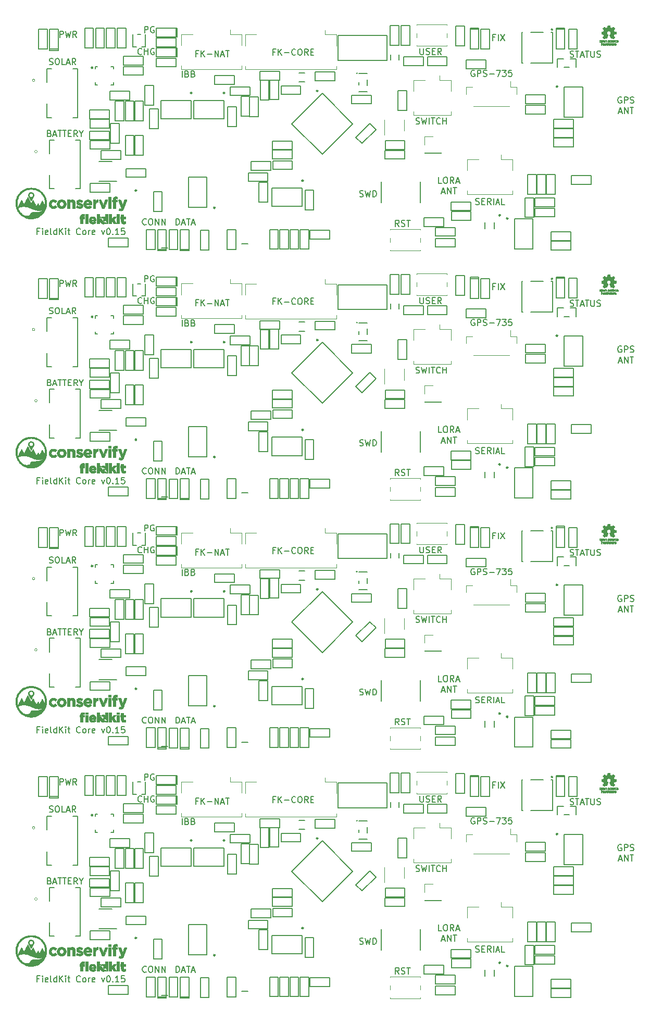
<source format=gbr>
G04 #@! TF.GenerationSoftware,KiCad,Pcbnew,(5.0.0)*
G04 #@! TF.CreationDate,2018-12-28T17:12:47-06:00*
G04 #@! TF.ProjectId,fk-core-v0.15-01x04,666B2D636F72652D76302E31352D3031,0.1*
G04 #@! TF.SameCoordinates,PX791ddc0PY791ddc0*
G04 #@! TF.FileFunction,Legend,Top*
G04 #@! TF.FilePolarity,Positive*
%FSLAX46Y46*%
G04 Gerber Fmt 4.6, Leading zero omitted, Abs format (unit mm)*
G04 Created by KiCad (PCBNEW (5.0.0)) date 12/28/18 17:12:47*
%MOMM*%
%LPD*%
G01*
G04 APERTURE LIST*
%ADD10C,0.200000*%
%ADD11C,0.180000*%
%ADD12C,0.203200*%
%ADD13C,0.300000*%
%ADD14C,0.150000*%
%ADD15C,0.120000*%
%ADD16C,0.127000*%
%ADD17C,0.100000*%
%ADD18C,0.010000*%
G04 APERTURE END LIST*
D10*
X4940371Y-34509771D02*
X4607038Y-34509771D01*
X4607038Y-35033580D02*
X4607038Y-34033580D01*
X5083228Y-34033580D01*
X5464180Y-35033580D02*
X5464180Y-34033580D01*
X5845133Y-34033580D02*
X6511800Y-35033580D01*
X6511800Y-34033580D02*
X5845133Y-35033580D01*
X17145309Y-37703761D02*
X17288166Y-37751380D01*
X17526261Y-37751380D01*
X17621500Y-37703761D01*
X17669119Y-37656142D01*
X17716738Y-37560904D01*
X17716738Y-37465666D01*
X17669119Y-37370428D01*
X17621500Y-37322809D01*
X17526261Y-37275190D01*
X17335785Y-37227571D01*
X17240547Y-37179952D01*
X17192928Y-37132333D01*
X17145309Y-37037095D01*
X17145309Y-36941857D01*
X17192928Y-36846619D01*
X17240547Y-36799000D01*
X17335785Y-36751380D01*
X17573880Y-36751380D01*
X17716738Y-36799000D01*
X18002452Y-36751380D02*
X18573880Y-36751380D01*
X18288166Y-37751380D02*
X18288166Y-36751380D01*
X18859595Y-37465666D02*
X19335785Y-37465666D01*
X18764357Y-37751380D02*
X19097690Y-36751380D01*
X19431023Y-37751380D01*
X19621500Y-36751380D02*
X20192928Y-36751380D01*
X19907214Y-37751380D02*
X19907214Y-36751380D01*
X20526261Y-36751380D02*
X20526261Y-37560904D01*
X20573880Y-37656142D01*
X20621500Y-37703761D01*
X20716738Y-37751380D01*
X20907214Y-37751380D01*
X21002452Y-37703761D01*
X21050071Y-37656142D01*
X21097690Y-37560904D01*
X21097690Y-36751380D01*
X21526261Y-37703761D02*
X21669119Y-37751380D01*
X21907214Y-37751380D01*
X22002452Y-37703761D01*
X22050071Y-37656142D01*
X22097690Y-37560904D01*
X22097690Y-37465666D01*
X22050071Y-37370428D01*
X22002452Y-37322809D01*
X21907214Y-37275190D01*
X21716738Y-37227571D01*
X21621500Y-37179952D01*
X21573880Y-37132333D01*
X21526261Y-37037095D01*
X21526261Y-36941857D01*
X21573880Y-36846619D01*
X21621500Y-36799000D01*
X21716738Y-36751380D01*
X21954833Y-36751380D01*
X22097690Y-36799000D01*
D11*
X-43355924Y-37151371D02*
X-43689258Y-37151371D01*
X-43689258Y-37675180D02*
X-43689258Y-36675180D01*
X-43213067Y-36675180D01*
X-42832115Y-37675180D02*
X-42832115Y-36675180D01*
X-42260686Y-37675180D02*
X-42689258Y-37103752D01*
X-42260686Y-36675180D02*
X-42832115Y-37246609D01*
X-41832115Y-37294228D02*
X-41070210Y-37294228D01*
X-40594020Y-37675180D02*
X-40594020Y-36675180D01*
X-40022591Y-37675180D01*
X-40022591Y-36675180D01*
X-39594020Y-37389466D02*
X-39117829Y-37389466D01*
X-39689258Y-37675180D02*
X-39355924Y-36675180D01*
X-39022591Y-37675180D01*
X-38832115Y-36675180D02*
X-38260686Y-36675180D01*
X-38546400Y-37675180D02*
X-38546400Y-36675180D01*
D10*
X-52479486Y-37224342D02*
X-52527105Y-37271961D01*
X-52669962Y-37319580D01*
X-52765200Y-37319580D01*
X-52908058Y-37271961D01*
X-53003296Y-37176723D01*
X-53050915Y-37081485D01*
X-53098534Y-36891009D01*
X-53098534Y-36748152D01*
X-53050915Y-36557676D01*
X-53003296Y-36462438D01*
X-52908058Y-36367200D01*
X-52765200Y-36319580D01*
X-52669962Y-36319580D01*
X-52527105Y-36367200D01*
X-52479486Y-36414819D01*
X-52050915Y-37319580D02*
X-52050915Y-36319580D01*
X-52050915Y-36795771D02*
X-51479486Y-36795771D01*
X-51479486Y-37319580D02*
X-51479486Y-36319580D01*
X-50479486Y-36367200D02*
X-50574724Y-36319580D01*
X-50717581Y-36319580D01*
X-50860439Y-36367200D01*
X-50955677Y-36462438D01*
X-51003296Y-36557676D01*
X-51050915Y-36748152D01*
X-51050915Y-36891009D01*
X-51003296Y-37081485D01*
X-50955677Y-37176723D01*
X-50860439Y-37271961D01*
X-50717581Y-37319580D01*
X-50622343Y-37319580D01*
X-50479486Y-37271961D01*
X-50431867Y-37224342D01*
X-50431867Y-36891009D01*
X-50622343Y-36891009D01*
D11*
X-67473200Y-50130771D02*
X-67330343Y-50178390D01*
X-67282724Y-50226009D01*
X-67235105Y-50321247D01*
X-67235105Y-50464104D01*
X-67282724Y-50559342D01*
X-67330343Y-50606961D01*
X-67425581Y-50654580D01*
X-67806534Y-50654580D01*
X-67806534Y-49654580D01*
X-67473200Y-49654580D01*
X-67377962Y-49702200D01*
X-67330343Y-49749819D01*
X-67282724Y-49845057D01*
X-67282724Y-49940295D01*
X-67330343Y-50035533D01*
X-67377962Y-50083152D01*
X-67473200Y-50130771D01*
X-67806534Y-50130771D01*
X-66854153Y-50368866D02*
X-66377962Y-50368866D01*
X-66949391Y-50654580D02*
X-66616058Y-49654580D01*
X-66282724Y-50654580D01*
X-66092248Y-49654580D02*
X-65520820Y-49654580D01*
X-65806534Y-50654580D02*
X-65806534Y-49654580D01*
X-65330343Y-49654580D02*
X-64758915Y-49654580D01*
X-65044629Y-50654580D02*
X-65044629Y-49654580D01*
X-64425581Y-50130771D02*
X-64092248Y-50130771D01*
X-63949391Y-50654580D02*
X-64425581Y-50654580D01*
X-64425581Y-49654580D01*
X-63949391Y-49654580D01*
X-62949391Y-50654580D02*
X-63282724Y-50178390D01*
X-63520820Y-50654580D02*
X-63520820Y-49654580D01*
X-63139867Y-49654580D01*
X-63044629Y-49702200D01*
X-62997010Y-49749819D01*
X-62949391Y-49845057D01*
X-62949391Y-49987914D01*
X-62997010Y-50083152D01*
X-63044629Y-50130771D01*
X-63139867Y-50178390D01*
X-63520820Y-50178390D01*
X-62330343Y-50178390D02*
X-62330343Y-50654580D01*
X-62663677Y-49654580D02*
X-62330343Y-50178390D01*
X-61997010Y-49654580D01*
D12*
X-3726543Y-58256419D02*
X-4210353Y-58256419D01*
X-4210353Y-57240419D01*
X-3194353Y-57240419D02*
X-3000829Y-57240419D01*
X-2904067Y-57288800D01*
X-2807305Y-57385561D01*
X-2758924Y-57579085D01*
X-2758924Y-57917752D01*
X-2807305Y-58111276D01*
X-2904067Y-58208038D01*
X-3000829Y-58256419D01*
X-3194353Y-58256419D01*
X-3291115Y-58208038D01*
X-3387877Y-58111276D01*
X-3436258Y-57917752D01*
X-3436258Y-57579085D01*
X-3387877Y-57385561D01*
X-3291115Y-57288800D01*
X-3194353Y-57240419D01*
X-1742924Y-58256419D02*
X-2081591Y-57772609D01*
X-2323496Y-58256419D02*
X-2323496Y-57240419D01*
X-1936448Y-57240419D01*
X-1839686Y-57288800D01*
X-1791305Y-57337180D01*
X-1742924Y-57433942D01*
X-1742924Y-57579085D01*
X-1791305Y-57675847D01*
X-1839686Y-57724228D01*
X-1936448Y-57772609D01*
X-2323496Y-57772609D01*
X-1355877Y-57966133D02*
X-872067Y-57966133D01*
X-1452639Y-58256419D02*
X-1113972Y-57240419D01*
X-775305Y-58256419D01*
X-3726543Y-59693333D02*
X-3242734Y-59693333D01*
X-3823305Y-59983619D02*
X-3484639Y-58967619D01*
X-3145972Y-59983619D01*
X-2807305Y-59983619D02*
X-2807305Y-58967619D01*
X-2226734Y-59983619D01*
X-2226734Y-58967619D01*
X-1888067Y-58967619D02*
X-1307496Y-58967619D01*
X-1597781Y-59983619D02*
X-1597781Y-58967619D01*
D11*
X-65798534Y-34525580D02*
X-65798534Y-33525580D01*
X-65417581Y-33525580D01*
X-65322343Y-33573200D01*
X-65274724Y-33620819D01*
X-65227105Y-33716057D01*
X-65227105Y-33858914D01*
X-65274724Y-33954152D01*
X-65322343Y-34001771D01*
X-65417581Y-34049390D01*
X-65798534Y-34049390D01*
X-64893772Y-33525580D02*
X-64655677Y-34525580D01*
X-64465200Y-33811295D01*
X-64274724Y-34525580D01*
X-64036629Y-33525580D01*
X-63084248Y-34525580D02*
X-63417581Y-34049390D01*
X-63655677Y-34525580D02*
X-63655677Y-33525580D01*
X-63274724Y-33525580D01*
X-63179486Y-33573200D01*
X-63131867Y-33620819D01*
X-63084248Y-33716057D01*
X-63084248Y-33858914D01*
X-63131867Y-33954152D01*
X-63179486Y-34001771D01*
X-63274724Y-34049390D01*
X-63655677Y-34049390D01*
X-30816181Y-36897371D02*
X-31149515Y-36897371D01*
X-31149515Y-37421180D02*
X-31149515Y-36421180D01*
X-30673324Y-36421180D01*
X-30292372Y-37421180D02*
X-30292372Y-36421180D01*
X-29720943Y-37421180D02*
X-30149515Y-36849752D01*
X-29720943Y-36421180D02*
X-30292372Y-36992609D01*
X-29292372Y-37040228D02*
X-28530467Y-37040228D01*
X-27482848Y-37325942D02*
X-27530467Y-37373561D01*
X-27673324Y-37421180D01*
X-27768562Y-37421180D01*
X-27911420Y-37373561D01*
X-28006658Y-37278323D01*
X-28054277Y-37183085D01*
X-28101896Y-36992609D01*
X-28101896Y-36849752D01*
X-28054277Y-36659276D01*
X-28006658Y-36564038D01*
X-27911420Y-36468800D01*
X-27768562Y-36421180D01*
X-27673324Y-36421180D01*
X-27530467Y-36468800D01*
X-27482848Y-36516419D01*
X-26863800Y-36421180D02*
X-26673324Y-36421180D01*
X-26578086Y-36468800D01*
X-26482848Y-36564038D01*
X-26435229Y-36754514D01*
X-26435229Y-37087847D01*
X-26482848Y-37278323D01*
X-26578086Y-37373561D01*
X-26673324Y-37421180D01*
X-26863800Y-37421180D01*
X-26959039Y-37373561D01*
X-27054277Y-37278323D01*
X-27101896Y-37087847D01*
X-27101896Y-36754514D01*
X-27054277Y-36564038D01*
X-26959039Y-36468800D01*
X-26863800Y-36421180D01*
X-25435229Y-37421180D02*
X-25768562Y-36944990D01*
X-26006658Y-37421180D02*
X-26006658Y-36421180D01*
X-25625705Y-36421180D01*
X-25530467Y-36468800D01*
X-25482848Y-36516419D01*
X-25435229Y-36611657D01*
X-25435229Y-36754514D01*
X-25482848Y-36849752D01*
X-25530467Y-36897371D01*
X-25625705Y-36944990D01*
X-26006658Y-36944990D01*
X-25006658Y-36897371D02*
X-24673324Y-36897371D01*
X-24530467Y-37421180D02*
X-25006658Y-37421180D01*
X-25006658Y-36421180D01*
X-24530467Y-36421180D01*
D10*
X-52019105Y-33763580D02*
X-52019105Y-32763580D01*
X-51638153Y-32763580D01*
X-51542915Y-32811200D01*
X-51495296Y-32858819D01*
X-51447677Y-32954057D01*
X-51447677Y-33096914D01*
X-51495296Y-33192152D01*
X-51542915Y-33239771D01*
X-51638153Y-33287390D01*
X-52019105Y-33287390D01*
X-50495296Y-32811200D02*
X-50590534Y-32763580D01*
X-50733391Y-32763580D01*
X-50876248Y-32811200D01*
X-50971486Y-32906438D01*
X-51019105Y-33001676D01*
X-51066724Y-33192152D01*
X-51066724Y-33335009D01*
X-51019105Y-33525485D01*
X-50971486Y-33620723D01*
X-50876248Y-33715961D01*
X-50733391Y-33763580D01*
X-50638153Y-33763580D01*
X-50495296Y-33715961D01*
X-50447677Y-33668342D01*
X-50447677Y-33335009D01*
X-50638153Y-33335009D01*
D11*
X-10656820Y-65259580D02*
X-10990153Y-64783390D01*
X-11228248Y-65259580D02*
X-11228248Y-64259580D01*
X-10847296Y-64259580D01*
X-10752058Y-64307200D01*
X-10704439Y-64354819D01*
X-10656820Y-64450057D01*
X-10656820Y-64592914D01*
X-10704439Y-64688152D01*
X-10752058Y-64735771D01*
X-10847296Y-64783390D01*
X-11228248Y-64783390D01*
X-10275867Y-65211961D02*
X-10133010Y-65259580D01*
X-9894915Y-65259580D01*
X-9799677Y-65211961D01*
X-9752058Y-65164342D01*
X-9704439Y-65069104D01*
X-9704439Y-64973866D01*
X-9752058Y-64878628D01*
X-9799677Y-64831009D01*
X-9894915Y-64783390D01*
X-10085391Y-64735771D01*
X-10180629Y-64688152D01*
X-10228248Y-64640533D01*
X-10275867Y-64545295D01*
X-10275867Y-64450057D01*
X-10228248Y-64354819D01*
X-10180629Y-64307200D01*
X-10085391Y-64259580D01*
X-9847296Y-64259580D01*
X-9704439Y-64307200D01*
X-9418724Y-64259580D02*
X-8847296Y-64259580D01*
X-9133010Y-65259580D02*
X-9133010Y-64259580D01*
D10*
X-69140039Y-66056571D02*
X-69473372Y-66056571D01*
X-69473372Y-66580380D02*
X-69473372Y-65580380D01*
X-68997181Y-65580380D01*
X-68616229Y-66580380D02*
X-68616229Y-65913714D01*
X-68616229Y-65580380D02*
X-68663848Y-65628000D01*
X-68616229Y-65675619D01*
X-68568610Y-65628000D01*
X-68616229Y-65580380D01*
X-68616229Y-65675619D01*
X-67759086Y-66532761D02*
X-67854324Y-66580380D01*
X-68044800Y-66580380D01*
X-68140039Y-66532761D01*
X-68187658Y-66437523D01*
X-68187658Y-66056571D01*
X-68140039Y-65961333D01*
X-68044800Y-65913714D01*
X-67854324Y-65913714D01*
X-67759086Y-65961333D01*
X-67711467Y-66056571D01*
X-67711467Y-66151809D01*
X-68187658Y-66247047D01*
X-67140039Y-66580380D02*
X-67235277Y-66532761D01*
X-67282896Y-66437523D01*
X-67282896Y-65580380D01*
X-66330515Y-66580380D02*
X-66330515Y-65580380D01*
X-66330515Y-66532761D02*
X-66425753Y-66580380D01*
X-66616229Y-66580380D01*
X-66711467Y-66532761D01*
X-66759086Y-66485142D01*
X-66806705Y-66389904D01*
X-66806705Y-66104190D01*
X-66759086Y-66008952D01*
X-66711467Y-65961333D01*
X-66616229Y-65913714D01*
X-66425753Y-65913714D01*
X-66330515Y-65961333D01*
X-65854324Y-66580380D02*
X-65854324Y-65580380D01*
X-65282896Y-66580380D02*
X-65711467Y-66008952D01*
X-65282896Y-65580380D02*
X-65854324Y-66151809D01*
X-64854324Y-66580380D02*
X-64854324Y-65913714D01*
X-64854324Y-65580380D02*
X-64901943Y-65628000D01*
X-64854324Y-65675619D01*
X-64806705Y-65628000D01*
X-64854324Y-65580380D01*
X-64854324Y-65675619D01*
X-64520991Y-65913714D02*
X-64140039Y-65913714D01*
X-64378134Y-65580380D02*
X-64378134Y-66437523D01*
X-64330515Y-66532761D01*
X-64235277Y-66580380D01*
X-64140039Y-66580380D01*
X-62473372Y-66485142D02*
X-62520991Y-66532761D01*
X-62663848Y-66580380D01*
X-62759086Y-66580380D01*
X-62901943Y-66532761D01*
X-62997181Y-66437523D01*
X-63044800Y-66342285D01*
X-63092420Y-66151809D01*
X-63092420Y-66008952D01*
X-63044800Y-65818476D01*
X-62997181Y-65723238D01*
X-62901943Y-65628000D01*
X-62759086Y-65580380D01*
X-62663848Y-65580380D01*
X-62520991Y-65628000D01*
X-62473372Y-65675619D01*
X-61901943Y-66580380D02*
X-61997181Y-66532761D01*
X-62044800Y-66485142D01*
X-62092420Y-66389904D01*
X-62092420Y-66104190D01*
X-62044800Y-66008952D01*
X-61997181Y-65961333D01*
X-61901943Y-65913714D01*
X-61759086Y-65913714D01*
X-61663848Y-65961333D01*
X-61616229Y-66008952D01*
X-61568610Y-66104190D01*
X-61568610Y-66389904D01*
X-61616229Y-66485142D01*
X-61663848Y-66532761D01*
X-61759086Y-66580380D01*
X-61901943Y-66580380D01*
X-61140039Y-66580380D02*
X-61140039Y-65913714D01*
X-61140039Y-66104190D02*
X-61092420Y-66008952D01*
X-61044800Y-65961333D01*
X-60949562Y-65913714D01*
X-60854324Y-65913714D01*
X-60140039Y-66532761D02*
X-60235277Y-66580380D01*
X-60425753Y-66580380D01*
X-60520991Y-66532761D01*
X-60568610Y-66437523D01*
X-60568610Y-66056571D01*
X-60520991Y-65961333D01*
X-60425753Y-65913714D01*
X-60235277Y-65913714D01*
X-60140039Y-65961333D01*
X-60092420Y-66056571D01*
X-60092420Y-66151809D01*
X-60568610Y-66247047D01*
X-58997181Y-65913714D02*
X-58759086Y-66580380D01*
X-58520991Y-65913714D01*
X-57949562Y-65580380D02*
X-57854324Y-65580380D01*
X-57759086Y-65628000D01*
X-57711467Y-65675619D01*
X-57663848Y-65770857D01*
X-57616229Y-65961333D01*
X-57616229Y-66199428D01*
X-57663848Y-66389904D01*
X-57711467Y-66485142D01*
X-57759086Y-66532761D01*
X-57854324Y-66580380D01*
X-57949562Y-66580380D01*
X-58044800Y-66532761D01*
X-58092420Y-66485142D01*
X-58140039Y-66389904D01*
X-58187658Y-66199428D01*
X-58187658Y-65961333D01*
X-58140039Y-65770857D01*
X-58092420Y-65675619D01*
X-58044800Y-65628000D01*
X-57949562Y-65580380D01*
X-57187658Y-66485142D02*
X-57140039Y-66532761D01*
X-57187658Y-66580380D01*
X-57235277Y-66532761D01*
X-57187658Y-66485142D01*
X-57187658Y-66580380D01*
X-56187658Y-66580380D02*
X-56759086Y-66580380D01*
X-56473372Y-66580380D02*
X-56473372Y-65580380D01*
X-56568610Y-65723238D01*
X-56663848Y-65818476D01*
X-56759086Y-65866095D01*
X-55282896Y-65580380D02*
X-55759086Y-65580380D01*
X-55806705Y-66056571D01*
X-55759086Y-66008952D01*
X-55663848Y-65961333D01*
X-55425753Y-65961333D01*
X-55330515Y-66008952D01*
X-55282896Y-66056571D01*
X-55235277Y-66151809D01*
X-55235277Y-66389904D01*
X-55282896Y-66485142D01*
X-55330515Y-66532761D01*
X-55425753Y-66580380D01*
X-55663848Y-66580380D01*
X-55759086Y-66532761D01*
X-55806705Y-66485142D01*
D11*
X-51757105Y-64910342D02*
X-51804724Y-64957961D01*
X-51947581Y-65005580D01*
X-52042820Y-65005580D01*
X-52185677Y-64957961D01*
X-52280915Y-64862723D01*
X-52328534Y-64767485D01*
X-52376153Y-64577009D01*
X-52376153Y-64434152D01*
X-52328534Y-64243676D01*
X-52280915Y-64148438D01*
X-52185677Y-64053200D01*
X-52042820Y-64005580D01*
X-51947581Y-64005580D01*
X-51804724Y-64053200D01*
X-51757105Y-64100819D01*
X-51138058Y-64005580D02*
X-50947581Y-64005580D01*
X-50852343Y-64053200D01*
X-50757105Y-64148438D01*
X-50709486Y-64338914D01*
X-50709486Y-64672247D01*
X-50757105Y-64862723D01*
X-50852343Y-64957961D01*
X-50947581Y-65005580D01*
X-51138058Y-65005580D01*
X-51233296Y-64957961D01*
X-51328534Y-64862723D01*
X-51376153Y-64672247D01*
X-51376153Y-64338914D01*
X-51328534Y-64148438D01*
X-51233296Y-64053200D01*
X-51138058Y-64005580D01*
X-50280915Y-65005580D02*
X-50280915Y-64005580D01*
X-49709486Y-65005580D01*
X-49709486Y-64005580D01*
X-49233296Y-65005580D02*
X-49233296Y-64005580D01*
X-48661867Y-65005580D01*
X-48661867Y-64005580D01*
X-7251486Y-36319580D02*
X-7251486Y-37129104D01*
X-7203867Y-37224342D01*
X-7156248Y-37271961D01*
X-7061010Y-37319580D01*
X-6870534Y-37319580D01*
X-6775296Y-37271961D01*
X-6727677Y-37224342D01*
X-6680058Y-37129104D01*
X-6680058Y-36319580D01*
X-6251486Y-37271961D02*
X-6108629Y-37319580D01*
X-5870534Y-37319580D01*
X-5775296Y-37271961D01*
X-5727677Y-37224342D01*
X-5680058Y-37129104D01*
X-5680058Y-37033866D01*
X-5727677Y-36938628D01*
X-5775296Y-36891009D01*
X-5870534Y-36843390D01*
X-6061010Y-36795771D01*
X-6156248Y-36748152D01*
X-6203867Y-36700533D01*
X-6251486Y-36605295D01*
X-6251486Y-36510057D01*
X-6203867Y-36414819D01*
X-6156248Y-36367200D01*
X-6061010Y-36319580D01*
X-5822915Y-36319580D01*
X-5680058Y-36367200D01*
X-5251486Y-36795771D02*
X-4918153Y-36795771D01*
X-4775296Y-37319580D02*
X-5251486Y-37319580D01*
X-5251486Y-36319580D01*
X-4775296Y-36319580D01*
X-3775296Y-37319580D02*
X-4108629Y-36843390D01*
X-4346724Y-37319580D02*
X-4346724Y-36319580D01*
X-3965772Y-36319580D01*
X-3870534Y-36367200D01*
X-3822915Y-36414819D01*
X-3775296Y-36510057D01*
X-3775296Y-36652914D01*
X-3822915Y-36748152D01*
X-3870534Y-36795771D01*
X-3965772Y-36843390D01*
X-4346724Y-36843390D01*
X-46915200Y-65005580D02*
X-46915200Y-64005580D01*
X-46677105Y-64005580D01*
X-46534248Y-64053200D01*
X-46439010Y-64148438D01*
X-46391391Y-64243676D01*
X-46343772Y-64434152D01*
X-46343772Y-64577009D01*
X-46391391Y-64767485D01*
X-46439010Y-64862723D01*
X-46534248Y-64957961D01*
X-46677105Y-65005580D01*
X-46915200Y-65005580D01*
X-45962820Y-64719866D02*
X-45486629Y-64719866D01*
X-46058058Y-65005580D02*
X-45724724Y-64005580D01*
X-45391391Y-65005580D01*
X-45200915Y-64005580D02*
X-44629486Y-64005580D01*
X-44915200Y-65005580D02*
X-44915200Y-64005580D01*
X-44343772Y-64719866D02*
X-43867581Y-64719866D01*
X-44439010Y-65005580D02*
X-44105677Y-64005580D01*
X-43772343Y-65005580D01*
X-67497058Y-38922961D02*
X-67354200Y-38970580D01*
X-67116105Y-38970580D01*
X-67020867Y-38922961D01*
X-66973248Y-38875342D01*
X-66925629Y-38780104D01*
X-66925629Y-38684866D01*
X-66973248Y-38589628D01*
X-67020867Y-38542009D01*
X-67116105Y-38494390D01*
X-67306581Y-38446771D01*
X-67401820Y-38399152D01*
X-67449439Y-38351533D01*
X-67497058Y-38256295D01*
X-67497058Y-38161057D01*
X-67449439Y-38065819D01*
X-67401820Y-38018200D01*
X-67306581Y-37970580D01*
X-67068486Y-37970580D01*
X-66925629Y-38018200D01*
X-66306581Y-37970580D02*
X-66116105Y-37970580D01*
X-66020867Y-38018200D01*
X-65925629Y-38113438D01*
X-65878010Y-38303914D01*
X-65878010Y-38637247D01*
X-65925629Y-38827723D01*
X-66020867Y-38922961D01*
X-66116105Y-38970580D01*
X-66306581Y-38970580D01*
X-66401820Y-38922961D01*
X-66497058Y-38827723D01*
X-66544677Y-38637247D01*
X-66544677Y-38303914D01*
X-66497058Y-38113438D01*
X-66401820Y-38018200D01*
X-66306581Y-37970580D01*
X-64973248Y-38970580D02*
X-65449439Y-38970580D01*
X-65449439Y-37970580D01*
X-64687534Y-38684866D02*
X-64211343Y-38684866D01*
X-64782772Y-38970580D02*
X-64449439Y-37970580D01*
X-64116105Y-38970580D01*
X-63211343Y-38970580D02*
X-63544677Y-38494390D01*
X-63782772Y-38970580D02*
X-63782772Y-37970580D01*
X-63401820Y-37970580D01*
X-63306581Y-38018200D01*
X-63258962Y-38065819D01*
X-63211343Y-38161057D01*
X-63211343Y-38303914D01*
X-63258962Y-38399152D01*
X-63306581Y-38446771D01*
X-63401820Y-38494390D01*
X-63782772Y-38494390D01*
X-7910200Y-48574961D02*
X-7767343Y-48622580D01*
X-7529248Y-48622580D01*
X-7434010Y-48574961D01*
X-7386391Y-48527342D01*
X-7338772Y-48432104D01*
X-7338772Y-48336866D01*
X-7386391Y-48241628D01*
X-7434010Y-48194009D01*
X-7529248Y-48146390D01*
X-7719724Y-48098771D01*
X-7814962Y-48051152D01*
X-7862581Y-48003533D01*
X-7910200Y-47908295D01*
X-7910200Y-47813057D01*
X-7862581Y-47717819D01*
X-7814962Y-47670200D01*
X-7719724Y-47622580D01*
X-7481629Y-47622580D01*
X-7338772Y-47670200D01*
X-7005439Y-47622580D02*
X-6767343Y-48622580D01*
X-6576867Y-47908295D01*
X-6386391Y-48622580D01*
X-6148296Y-47622580D01*
X-5767343Y-48622580D02*
X-5767343Y-47622580D01*
X-5434010Y-47622580D02*
X-4862581Y-47622580D01*
X-5148296Y-48622580D02*
X-5148296Y-47622580D01*
X-3957820Y-48527342D02*
X-4005439Y-48574961D01*
X-4148296Y-48622580D01*
X-4243534Y-48622580D01*
X-4386391Y-48574961D01*
X-4481629Y-48479723D01*
X-4529248Y-48384485D01*
X-4576867Y-48194009D01*
X-4576867Y-48051152D01*
X-4529248Y-47860676D01*
X-4481629Y-47765438D01*
X-4386391Y-47670200D01*
X-4243534Y-47622580D01*
X-4148296Y-47622580D01*
X-4005439Y-47670200D01*
X-3957820Y-47717819D01*
X-3529248Y-48622580D02*
X-3529248Y-47622580D01*
X-3529248Y-48098771D02*
X-2957820Y-48098771D01*
X-2957820Y-48622580D02*
X-2957820Y-47622580D01*
X-45932600Y-40977180D02*
X-45932600Y-39977180D01*
X-45123077Y-40453371D02*
X-44980220Y-40500990D01*
X-44932600Y-40548609D01*
X-44884981Y-40643847D01*
X-44884981Y-40786704D01*
X-44932600Y-40881942D01*
X-44980220Y-40929561D01*
X-45075458Y-40977180D01*
X-45456410Y-40977180D01*
X-45456410Y-39977180D01*
X-45123077Y-39977180D01*
X-45027839Y-40024800D01*
X-44980220Y-40072419D01*
X-44932600Y-40167657D01*
X-44932600Y-40262895D01*
X-44980220Y-40358133D01*
X-45027839Y-40405752D01*
X-45123077Y-40453371D01*
X-45456410Y-40453371D01*
X-44123077Y-40453371D02*
X-43980220Y-40500990D01*
X-43932600Y-40548609D01*
X-43884981Y-40643847D01*
X-43884981Y-40786704D01*
X-43932600Y-40881942D01*
X-43980220Y-40929561D01*
X-44075458Y-40977180D01*
X-44456410Y-40977180D01*
X-44456410Y-39977180D01*
X-44123077Y-39977180D01*
X-44027839Y-40024800D01*
X-43980220Y-40072419D01*
X-43932600Y-40167657D01*
X-43932600Y-40262895D01*
X-43980220Y-40358133D01*
X-44027839Y-40405752D01*
X-44123077Y-40453371D01*
X-44456410Y-40453371D01*
D12*
X25487085Y-44258600D02*
X25390323Y-44210219D01*
X25245180Y-44210219D01*
X25100038Y-44258600D01*
X25003276Y-44355361D01*
X24954895Y-44452123D01*
X24906514Y-44645647D01*
X24906514Y-44790790D01*
X24954895Y-44984314D01*
X25003276Y-45081076D01*
X25100038Y-45177838D01*
X25245180Y-45226219D01*
X25341942Y-45226219D01*
X25487085Y-45177838D01*
X25535466Y-45129457D01*
X25535466Y-44790790D01*
X25341942Y-44790790D01*
X25970895Y-45226219D02*
X25970895Y-44210219D01*
X26357942Y-44210219D01*
X26454704Y-44258600D01*
X26503085Y-44306980D01*
X26551466Y-44403742D01*
X26551466Y-44548885D01*
X26503085Y-44645647D01*
X26454704Y-44694028D01*
X26357942Y-44742409D01*
X25970895Y-44742409D01*
X26938514Y-45177838D02*
X27083657Y-45226219D01*
X27325561Y-45226219D01*
X27422323Y-45177838D01*
X27470704Y-45129457D01*
X27519085Y-45032695D01*
X27519085Y-44935933D01*
X27470704Y-44839171D01*
X27422323Y-44790790D01*
X27325561Y-44742409D01*
X27132038Y-44694028D01*
X27035276Y-44645647D01*
X26986895Y-44597266D01*
X26938514Y-44500504D01*
X26938514Y-44403742D01*
X26986895Y-44306980D01*
X27035276Y-44258600D01*
X27132038Y-44210219D01*
X27373942Y-44210219D01*
X27519085Y-44258600D01*
X25051657Y-46663133D02*
X25535466Y-46663133D01*
X24954895Y-46953419D02*
X25293561Y-45937419D01*
X25632228Y-46953419D01*
X25970895Y-46953419D02*
X25970895Y-45937419D01*
X26551466Y-46953419D01*
X26551466Y-45937419D01*
X26890133Y-45937419D02*
X27470704Y-45937419D01*
X27180419Y-46953419D02*
X27180419Y-45937419D01*
D11*
X1606895Y-39923200D02*
X1511657Y-39875580D01*
X1368800Y-39875580D01*
X1225942Y-39923200D01*
X1130704Y-40018438D01*
X1083085Y-40113676D01*
X1035466Y-40304152D01*
X1035466Y-40447009D01*
X1083085Y-40637485D01*
X1130704Y-40732723D01*
X1225942Y-40827961D01*
X1368800Y-40875580D01*
X1464038Y-40875580D01*
X1606895Y-40827961D01*
X1654514Y-40780342D01*
X1654514Y-40447009D01*
X1464038Y-40447009D01*
X2083085Y-40875580D02*
X2083085Y-39875580D01*
X2464038Y-39875580D01*
X2559276Y-39923200D01*
X2606895Y-39970819D01*
X2654514Y-40066057D01*
X2654514Y-40208914D01*
X2606895Y-40304152D01*
X2559276Y-40351771D01*
X2464038Y-40399390D01*
X2083085Y-40399390D01*
X3035466Y-40827961D02*
X3178323Y-40875580D01*
X3416419Y-40875580D01*
X3511657Y-40827961D01*
X3559276Y-40780342D01*
X3606895Y-40685104D01*
X3606895Y-40589866D01*
X3559276Y-40494628D01*
X3511657Y-40447009D01*
X3416419Y-40399390D01*
X3225942Y-40351771D01*
X3130704Y-40304152D01*
X3083085Y-40256533D01*
X3035466Y-40161295D01*
X3035466Y-40066057D01*
X3083085Y-39970819D01*
X3130704Y-39923200D01*
X3225942Y-39875580D01*
X3464038Y-39875580D01*
X3606895Y-39923200D01*
X4035466Y-40494628D02*
X4797371Y-40494628D01*
X5178323Y-39875580D02*
X5844990Y-39875580D01*
X5416419Y-40875580D01*
X6130704Y-39875580D02*
X6749752Y-39875580D01*
X6416419Y-40256533D01*
X6559276Y-40256533D01*
X6654514Y-40304152D01*
X6702133Y-40351771D01*
X6749752Y-40447009D01*
X6749752Y-40685104D01*
X6702133Y-40780342D01*
X6654514Y-40827961D01*
X6559276Y-40875580D01*
X6273561Y-40875580D01*
X6178323Y-40827961D01*
X6130704Y-40780342D01*
X7654514Y-39875580D02*
X7178323Y-39875580D01*
X7130704Y-40351771D01*
X7178323Y-40304152D01*
X7273561Y-40256533D01*
X7511657Y-40256533D01*
X7606895Y-40304152D01*
X7654514Y-40351771D01*
X7702133Y-40447009D01*
X7702133Y-40685104D01*
X7654514Y-40780342D01*
X7606895Y-40827961D01*
X7511657Y-40875580D01*
X7273561Y-40875580D01*
X7178323Y-40827961D01*
X7130704Y-40780342D01*
X1805276Y-61655961D02*
X1948133Y-61703580D01*
X2186228Y-61703580D01*
X2281466Y-61655961D01*
X2329085Y-61608342D01*
X2376704Y-61513104D01*
X2376704Y-61417866D01*
X2329085Y-61322628D01*
X2281466Y-61275009D01*
X2186228Y-61227390D01*
X1995752Y-61179771D01*
X1900514Y-61132152D01*
X1852895Y-61084533D01*
X1805276Y-60989295D01*
X1805276Y-60894057D01*
X1852895Y-60798819D01*
X1900514Y-60751200D01*
X1995752Y-60703580D01*
X2233847Y-60703580D01*
X2376704Y-60751200D01*
X2805276Y-61179771D02*
X3138609Y-61179771D01*
X3281466Y-61703580D02*
X2805276Y-61703580D01*
X2805276Y-60703580D01*
X3281466Y-60703580D01*
X4281466Y-61703580D02*
X3948133Y-61227390D01*
X3710038Y-61703580D02*
X3710038Y-60703580D01*
X4090990Y-60703580D01*
X4186228Y-60751200D01*
X4233847Y-60798819D01*
X4281466Y-60894057D01*
X4281466Y-61036914D01*
X4233847Y-61132152D01*
X4186228Y-61179771D01*
X4090990Y-61227390D01*
X3710038Y-61227390D01*
X4710038Y-61703580D02*
X4710038Y-60703580D01*
X5138609Y-61417866D02*
X5614800Y-61417866D01*
X5043371Y-61703580D02*
X5376704Y-60703580D01*
X5710038Y-61703580D01*
X6519561Y-61703580D02*
X6043371Y-61703580D01*
X6043371Y-60703580D01*
X-17054343Y-60385961D02*
X-16911486Y-60433580D01*
X-16673391Y-60433580D01*
X-16578153Y-60385961D01*
X-16530534Y-60338342D01*
X-16482915Y-60243104D01*
X-16482915Y-60147866D01*
X-16530534Y-60052628D01*
X-16578153Y-60005009D01*
X-16673391Y-59957390D01*
X-16863867Y-59909771D01*
X-16959105Y-59862152D01*
X-17006724Y-59814533D01*
X-17054343Y-59719295D01*
X-17054343Y-59624057D01*
X-17006724Y-59528819D01*
X-16959105Y-59481200D01*
X-16863867Y-59433580D01*
X-16625772Y-59433580D01*
X-16482915Y-59481200D01*
X-16149581Y-59433580D02*
X-15911486Y-60433580D01*
X-15721010Y-59719295D01*
X-15530534Y-60433580D01*
X-15292439Y-59433580D01*
X-14911486Y-60433580D02*
X-14911486Y-59433580D01*
X-14673391Y-59433580D01*
X-14530534Y-59481200D01*
X-14435296Y-59576438D01*
X-14387677Y-59671676D01*
X-14340058Y-59862152D01*
X-14340058Y-60005009D01*
X-14387677Y-60195485D01*
X-14435296Y-60290723D01*
X-14530534Y-60385961D01*
X-14673391Y-60433580D01*
X-14911486Y-60433580D01*
D13*
X-53370889Y-59422400D02*
G75*
G03X-53370889Y-59422400I-70711J0D01*
G01*
X5760311Y-63435600D02*
G75*
G03X5760311Y-63435600I-70711J0D01*
G01*
D11*
X-7910200Y-8074961D02*
X-7767343Y-8122580D01*
X-7529248Y-8122580D01*
X-7434010Y-8074961D01*
X-7386391Y-8027342D01*
X-7338772Y-7932104D01*
X-7338772Y-7836866D01*
X-7386391Y-7741628D01*
X-7434010Y-7694009D01*
X-7529248Y-7646390D01*
X-7719724Y-7598771D01*
X-7814962Y-7551152D01*
X-7862581Y-7503533D01*
X-7910200Y-7408295D01*
X-7910200Y-7313057D01*
X-7862581Y-7217819D01*
X-7814962Y-7170200D01*
X-7719724Y-7122580D01*
X-7481629Y-7122580D01*
X-7338772Y-7170200D01*
X-7005439Y-7122580D02*
X-6767343Y-8122580D01*
X-6576867Y-7408295D01*
X-6386391Y-8122580D01*
X-6148296Y-7122580D01*
X-5767343Y-8122580D02*
X-5767343Y-7122580D01*
X-5434010Y-7122580D02*
X-4862581Y-7122580D01*
X-5148296Y-8122580D02*
X-5148296Y-7122580D01*
X-3957820Y-8027342D02*
X-4005439Y-8074961D01*
X-4148296Y-8122580D01*
X-4243534Y-8122580D01*
X-4386391Y-8074961D01*
X-4481629Y-7979723D01*
X-4529248Y-7884485D01*
X-4576867Y-7694009D01*
X-4576867Y-7551152D01*
X-4529248Y-7360676D01*
X-4481629Y-7265438D01*
X-4386391Y-7170200D01*
X-4243534Y-7122580D01*
X-4148296Y-7122580D01*
X-4005439Y-7170200D01*
X-3957820Y-7217819D01*
X-3529248Y-8122580D02*
X-3529248Y-7122580D01*
X-3529248Y-7598771D02*
X-2957820Y-7598771D01*
X-2957820Y-8122580D02*
X-2957820Y-7122580D01*
D12*
X25487085Y-3758600D02*
X25390323Y-3710219D01*
X25245180Y-3710219D01*
X25100038Y-3758600D01*
X25003276Y-3855361D01*
X24954895Y-3952123D01*
X24906514Y-4145647D01*
X24906514Y-4290790D01*
X24954895Y-4484314D01*
X25003276Y-4581076D01*
X25100038Y-4677838D01*
X25245180Y-4726219D01*
X25341942Y-4726219D01*
X25487085Y-4677838D01*
X25535466Y-4629457D01*
X25535466Y-4290790D01*
X25341942Y-4290790D01*
X25970895Y-4726219D02*
X25970895Y-3710219D01*
X26357942Y-3710219D01*
X26454704Y-3758600D01*
X26503085Y-3806980D01*
X26551466Y-3903742D01*
X26551466Y-4048885D01*
X26503085Y-4145647D01*
X26454704Y-4194028D01*
X26357942Y-4242409D01*
X25970895Y-4242409D01*
X26938514Y-4677838D02*
X27083657Y-4726219D01*
X27325561Y-4726219D01*
X27422323Y-4677838D01*
X27470704Y-4629457D01*
X27519085Y-4532695D01*
X27519085Y-4435933D01*
X27470704Y-4339171D01*
X27422323Y-4290790D01*
X27325561Y-4242409D01*
X27132038Y-4194028D01*
X27035276Y-4145647D01*
X26986895Y-4097266D01*
X26938514Y-4000504D01*
X26938514Y-3903742D01*
X26986895Y-3806980D01*
X27035276Y-3758600D01*
X27132038Y-3710219D01*
X27373942Y-3710219D01*
X27519085Y-3758600D01*
X25051657Y-6163133D02*
X25535466Y-6163133D01*
X24954895Y-6453419D02*
X25293561Y-5437419D01*
X25632228Y-6453419D01*
X25970895Y-6453419D02*
X25970895Y-5437419D01*
X26551466Y-6453419D01*
X26551466Y-5437419D01*
X26890133Y-5437419D02*
X27470704Y-5437419D01*
X27180419Y-6453419D02*
X27180419Y-5437419D01*
D11*
X-67497058Y1577039D02*
X-67354200Y1529420D01*
X-67116105Y1529420D01*
X-67020867Y1577039D01*
X-66973248Y1624658D01*
X-66925629Y1719896D01*
X-66925629Y1815134D01*
X-66973248Y1910372D01*
X-67020867Y1957991D01*
X-67116105Y2005610D01*
X-67306581Y2053229D01*
X-67401820Y2100848D01*
X-67449439Y2148467D01*
X-67497058Y2243705D01*
X-67497058Y2338943D01*
X-67449439Y2434181D01*
X-67401820Y2481800D01*
X-67306581Y2529420D01*
X-67068486Y2529420D01*
X-66925629Y2481800D01*
X-66306581Y2529420D02*
X-66116105Y2529420D01*
X-66020867Y2481800D01*
X-65925629Y2386562D01*
X-65878010Y2196086D01*
X-65878010Y1862753D01*
X-65925629Y1672277D01*
X-66020867Y1577039D01*
X-66116105Y1529420D01*
X-66306581Y1529420D01*
X-66401820Y1577039D01*
X-66497058Y1672277D01*
X-66544677Y1862753D01*
X-66544677Y2196086D01*
X-66497058Y2386562D01*
X-66401820Y2481800D01*
X-66306581Y2529420D01*
X-64973248Y1529420D02*
X-65449439Y1529420D01*
X-65449439Y2529420D01*
X-64687534Y1815134D02*
X-64211343Y1815134D01*
X-64782772Y1529420D02*
X-64449439Y2529420D01*
X-64116105Y1529420D01*
X-63211343Y1529420D02*
X-63544677Y2005610D01*
X-63782772Y1529420D02*
X-63782772Y2529420D01*
X-63401820Y2529420D01*
X-63306581Y2481800D01*
X-63258962Y2434181D01*
X-63211343Y2338943D01*
X-63211343Y2196086D01*
X-63258962Y2100848D01*
X-63306581Y2053229D01*
X-63401820Y2005610D01*
X-63782772Y2005610D01*
X-45932600Y-477180D02*
X-45932600Y522820D01*
X-45123077Y46629D02*
X-44980220Y-990D01*
X-44932600Y-48609D01*
X-44884981Y-143847D01*
X-44884981Y-286704D01*
X-44932600Y-381942D01*
X-44980220Y-429561D01*
X-45075458Y-477180D01*
X-45456410Y-477180D01*
X-45456410Y522820D01*
X-45123077Y522820D01*
X-45027839Y475200D01*
X-44980220Y427581D01*
X-44932600Y332343D01*
X-44932600Y237105D01*
X-44980220Y141867D01*
X-45027839Y94248D01*
X-45123077Y46629D01*
X-45456410Y46629D01*
X-44123077Y46629D02*
X-43980220Y-990D01*
X-43932600Y-48609D01*
X-43884981Y-143847D01*
X-43884981Y-286704D01*
X-43932600Y-381942D01*
X-43980220Y-429561D01*
X-44075458Y-477180D01*
X-44456410Y-477180D01*
X-44456410Y522820D01*
X-44123077Y522820D01*
X-44027839Y475200D01*
X-43980220Y427581D01*
X-43932600Y332343D01*
X-43932600Y237105D01*
X-43980220Y141867D01*
X-44027839Y94248D01*
X-44123077Y46629D01*
X-44456410Y46629D01*
X-7251486Y4180420D02*
X-7251486Y3370896D01*
X-7203867Y3275658D01*
X-7156248Y3228039D01*
X-7061010Y3180420D01*
X-6870534Y3180420D01*
X-6775296Y3228039D01*
X-6727677Y3275658D01*
X-6680058Y3370896D01*
X-6680058Y4180420D01*
X-6251486Y3228039D02*
X-6108629Y3180420D01*
X-5870534Y3180420D01*
X-5775296Y3228039D01*
X-5727677Y3275658D01*
X-5680058Y3370896D01*
X-5680058Y3466134D01*
X-5727677Y3561372D01*
X-5775296Y3608991D01*
X-5870534Y3656610D01*
X-6061010Y3704229D01*
X-6156248Y3751848D01*
X-6203867Y3799467D01*
X-6251486Y3894705D01*
X-6251486Y3989943D01*
X-6203867Y4085181D01*
X-6156248Y4132800D01*
X-6061010Y4180420D01*
X-5822915Y4180420D01*
X-5680058Y4132800D01*
X-5251486Y3704229D02*
X-4918153Y3704229D01*
X-4775296Y3180420D02*
X-5251486Y3180420D01*
X-5251486Y4180420D01*
X-4775296Y4180420D01*
X-3775296Y3180420D02*
X-4108629Y3656610D01*
X-4346724Y3180420D02*
X-4346724Y4180420D01*
X-3965772Y4180420D01*
X-3870534Y4132800D01*
X-3822915Y4085181D01*
X-3775296Y3989943D01*
X-3775296Y3847086D01*
X-3822915Y3751848D01*
X-3870534Y3704229D01*
X-3965772Y3656610D01*
X-4346724Y3656610D01*
D10*
X-52479486Y3275658D02*
X-52527105Y3228039D01*
X-52669962Y3180420D01*
X-52765200Y3180420D01*
X-52908058Y3228039D01*
X-53003296Y3323277D01*
X-53050915Y3418515D01*
X-53098534Y3608991D01*
X-53098534Y3751848D01*
X-53050915Y3942324D01*
X-53003296Y4037562D01*
X-52908058Y4132800D01*
X-52765200Y4180420D01*
X-52669962Y4180420D01*
X-52527105Y4132800D01*
X-52479486Y4085181D01*
X-52050915Y3180420D02*
X-52050915Y4180420D01*
X-52050915Y3704229D02*
X-51479486Y3704229D01*
X-51479486Y3180420D02*
X-51479486Y4180420D01*
X-50479486Y4132800D02*
X-50574724Y4180420D01*
X-50717581Y4180420D01*
X-50860439Y4132800D01*
X-50955677Y4037562D01*
X-51003296Y3942324D01*
X-51050915Y3751848D01*
X-51050915Y3608991D01*
X-51003296Y3418515D01*
X-50955677Y3323277D01*
X-50860439Y3228039D01*
X-50717581Y3180420D01*
X-50622343Y3180420D01*
X-50479486Y3228039D01*
X-50431867Y3275658D01*
X-50431867Y3608991D01*
X-50622343Y3608991D01*
D11*
X-67473200Y-9630771D02*
X-67330343Y-9678390D01*
X-67282724Y-9726009D01*
X-67235105Y-9821247D01*
X-67235105Y-9964104D01*
X-67282724Y-10059342D01*
X-67330343Y-10106961D01*
X-67425581Y-10154580D01*
X-67806534Y-10154580D01*
X-67806534Y-9154580D01*
X-67473200Y-9154580D01*
X-67377962Y-9202200D01*
X-67330343Y-9249819D01*
X-67282724Y-9345057D01*
X-67282724Y-9440295D01*
X-67330343Y-9535533D01*
X-67377962Y-9583152D01*
X-67473200Y-9630771D01*
X-67806534Y-9630771D01*
X-66854153Y-9868866D02*
X-66377962Y-9868866D01*
X-66949391Y-10154580D02*
X-66616058Y-9154580D01*
X-66282724Y-10154580D01*
X-66092248Y-9154580D02*
X-65520820Y-9154580D01*
X-65806534Y-10154580D02*
X-65806534Y-9154580D01*
X-65330343Y-9154580D02*
X-64758915Y-9154580D01*
X-65044629Y-10154580D02*
X-65044629Y-9154580D01*
X-64425581Y-9630771D02*
X-64092248Y-9630771D01*
X-63949391Y-10154580D02*
X-64425581Y-10154580D01*
X-64425581Y-9154580D01*
X-63949391Y-9154580D01*
X-62949391Y-10154580D02*
X-63282724Y-9678390D01*
X-63520820Y-10154580D02*
X-63520820Y-9154580D01*
X-63139867Y-9154580D01*
X-63044629Y-9202200D01*
X-62997010Y-9249819D01*
X-62949391Y-9345057D01*
X-62949391Y-9487914D01*
X-62997010Y-9583152D01*
X-63044629Y-9630771D01*
X-63139867Y-9678390D01*
X-63520820Y-9678390D01*
X-62330343Y-9678390D02*
X-62330343Y-10154580D01*
X-62663677Y-9154580D02*
X-62330343Y-9678390D01*
X-61997010Y-9154580D01*
D13*
X5760311Y-22935600D02*
G75*
G03X5760311Y-22935600I-70711J0D01*
G01*
D11*
X-43355924Y3348629D02*
X-43689258Y3348629D01*
X-43689258Y2824820D02*
X-43689258Y3824820D01*
X-43213067Y3824820D01*
X-42832115Y2824820D02*
X-42832115Y3824820D01*
X-42260686Y2824820D02*
X-42689258Y3396248D01*
X-42260686Y3824820D02*
X-42832115Y3253391D01*
X-41832115Y3205772D02*
X-41070210Y3205772D01*
X-40594020Y2824820D02*
X-40594020Y3824820D01*
X-40022591Y2824820D01*
X-40022591Y3824820D01*
X-39594020Y3110534D02*
X-39117829Y3110534D01*
X-39689258Y2824820D02*
X-39355924Y3824820D01*
X-39022591Y2824820D01*
X-38832115Y3824820D02*
X-38260686Y3824820D01*
X-38546400Y2824820D02*
X-38546400Y3824820D01*
X-65798534Y5974420D02*
X-65798534Y6974420D01*
X-65417581Y6974420D01*
X-65322343Y6926800D01*
X-65274724Y6879181D01*
X-65227105Y6783943D01*
X-65227105Y6641086D01*
X-65274724Y6545848D01*
X-65322343Y6498229D01*
X-65417581Y6450610D01*
X-65798534Y6450610D01*
X-64893772Y6974420D02*
X-64655677Y5974420D01*
X-64465200Y6688705D01*
X-64274724Y5974420D01*
X-64036629Y6974420D01*
X-63084248Y5974420D02*
X-63417581Y6450610D01*
X-63655677Y5974420D02*
X-63655677Y6974420D01*
X-63274724Y6974420D01*
X-63179486Y6926800D01*
X-63131867Y6879181D01*
X-63084248Y6783943D01*
X-63084248Y6641086D01*
X-63131867Y6545848D01*
X-63179486Y6498229D01*
X-63274724Y6450610D01*
X-63655677Y6450610D01*
X-30816181Y3602629D02*
X-31149515Y3602629D01*
X-31149515Y3078820D02*
X-31149515Y4078820D01*
X-30673324Y4078820D01*
X-30292372Y3078820D02*
X-30292372Y4078820D01*
X-29720943Y3078820D02*
X-30149515Y3650248D01*
X-29720943Y4078820D02*
X-30292372Y3507391D01*
X-29292372Y3459772D02*
X-28530467Y3459772D01*
X-27482848Y3174058D02*
X-27530467Y3126439D01*
X-27673324Y3078820D01*
X-27768562Y3078820D01*
X-27911420Y3126439D01*
X-28006658Y3221677D01*
X-28054277Y3316915D01*
X-28101896Y3507391D01*
X-28101896Y3650248D01*
X-28054277Y3840724D01*
X-28006658Y3935962D01*
X-27911420Y4031200D01*
X-27768562Y4078820D01*
X-27673324Y4078820D01*
X-27530467Y4031200D01*
X-27482848Y3983581D01*
X-26863800Y4078820D02*
X-26673324Y4078820D01*
X-26578086Y4031200D01*
X-26482848Y3935962D01*
X-26435229Y3745486D01*
X-26435229Y3412153D01*
X-26482848Y3221677D01*
X-26578086Y3126439D01*
X-26673324Y3078820D01*
X-26863800Y3078820D01*
X-26959039Y3126439D01*
X-27054277Y3221677D01*
X-27101896Y3412153D01*
X-27101896Y3745486D01*
X-27054277Y3935962D01*
X-26959039Y4031200D01*
X-26863800Y4078820D01*
X-25435229Y3078820D02*
X-25768562Y3555010D01*
X-26006658Y3078820D02*
X-26006658Y4078820D01*
X-25625705Y4078820D01*
X-25530467Y4031200D01*
X-25482848Y3983581D01*
X-25435229Y3888343D01*
X-25435229Y3745486D01*
X-25482848Y3650248D01*
X-25530467Y3602629D01*
X-25625705Y3555010D01*
X-26006658Y3555010D01*
X-25006658Y3602629D02*
X-24673324Y3602629D01*
X-24530467Y3078820D02*
X-25006658Y3078820D01*
X-25006658Y4078820D01*
X-24530467Y4078820D01*
D12*
X-3726543Y-17756419D02*
X-4210353Y-17756419D01*
X-4210353Y-16740419D01*
X-3194353Y-16740419D02*
X-3000829Y-16740419D01*
X-2904067Y-16788800D01*
X-2807305Y-16885561D01*
X-2758924Y-17079085D01*
X-2758924Y-17417752D01*
X-2807305Y-17611276D01*
X-2904067Y-17708038D01*
X-3000829Y-17756419D01*
X-3194353Y-17756419D01*
X-3291115Y-17708038D01*
X-3387877Y-17611276D01*
X-3436258Y-17417752D01*
X-3436258Y-17079085D01*
X-3387877Y-16885561D01*
X-3291115Y-16788800D01*
X-3194353Y-16740419D01*
X-1742924Y-17756419D02*
X-2081591Y-17272609D01*
X-2323496Y-17756419D02*
X-2323496Y-16740419D01*
X-1936448Y-16740419D01*
X-1839686Y-16788800D01*
X-1791305Y-16837180D01*
X-1742924Y-16933942D01*
X-1742924Y-17079085D01*
X-1791305Y-17175847D01*
X-1839686Y-17224228D01*
X-1936448Y-17272609D01*
X-2323496Y-17272609D01*
X-1355877Y-17466133D02*
X-872067Y-17466133D01*
X-1452639Y-17756419D02*
X-1113972Y-16740419D01*
X-775305Y-17756419D01*
X-3726543Y-19193333D02*
X-3242734Y-19193333D01*
X-3823305Y-19483619D02*
X-3484639Y-18467619D01*
X-3145972Y-19483619D01*
X-2807305Y-19483619D02*
X-2807305Y-18467619D01*
X-2226734Y-19483619D01*
X-2226734Y-18467619D01*
X-1888067Y-18467619D02*
X-1307496Y-18467619D01*
X-1597781Y-19483619D02*
X-1597781Y-18467619D01*
D13*
X-53370889Y-18922400D02*
G75*
G03X-53370889Y-18922400I-70711J0D01*
G01*
D10*
X17145309Y2796239D02*
X17288166Y2748620D01*
X17526261Y2748620D01*
X17621500Y2796239D01*
X17669119Y2843858D01*
X17716738Y2939096D01*
X17716738Y3034334D01*
X17669119Y3129572D01*
X17621500Y3177191D01*
X17526261Y3224810D01*
X17335785Y3272429D01*
X17240547Y3320048D01*
X17192928Y3367667D01*
X17145309Y3462905D01*
X17145309Y3558143D01*
X17192928Y3653381D01*
X17240547Y3701000D01*
X17335785Y3748620D01*
X17573880Y3748620D01*
X17716738Y3701000D01*
X18002452Y3748620D02*
X18573880Y3748620D01*
X18288166Y2748620D02*
X18288166Y3748620D01*
X18859595Y3034334D02*
X19335785Y3034334D01*
X18764357Y2748620D02*
X19097690Y3748620D01*
X19431023Y2748620D01*
X19621500Y3748620D02*
X20192928Y3748620D01*
X19907214Y2748620D02*
X19907214Y3748620D01*
X20526261Y3748620D02*
X20526261Y2939096D01*
X20573880Y2843858D01*
X20621500Y2796239D01*
X20716738Y2748620D01*
X20907214Y2748620D01*
X21002452Y2796239D01*
X21050071Y2843858D01*
X21097690Y2939096D01*
X21097690Y3748620D01*
X21526261Y2796239D02*
X21669119Y2748620D01*
X21907214Y2748620D01*
X22002452Y2796239D01*
X22050071Y2843858D01*
X22097690Y2939096D01*
X22097690Y3034334D01*
X22050071Y3129572D01*
X22002452Y3177191D01*
X21907214Y3224810D01*
X21716738Y3272429D01*
X21621500Y3320048D01*
X21573880Y3367667D01*
X21526261Y3462905D01*
X21526261Y3558143D01*
X21573880Y3653381D01*
X21621500Y3701000D01*
X21716738Y3748620D01*
X21954833Y3748620D01*
X22097690Y3701000D01*
X-69140039Y-25556571D02*
X-69473372Y-25556571D01*
X-69473372Y-26080380D02*
X-69473372Y-25080380D01*
X-68997181Y-25080380D01*
X-68616229Y-26080380D02*
X-68616229Y-25413714D01*
X-68616229Y-25080380D02*
X-68663848Y-25128000D01*
X-68616229Y-25175619D01*
X-68568610Y-25128000D01*
X-68616229Y-25080380D01*
X-68616229Y-25175619D01*
X-67759086Y-26032761D02*
X-67854324Y-26080380D01*
X-68044800Y-26080380D01*
X-68140039Y-26032761D01*
X-68187658Y-25937523D01*
X-68187658Y-25556571D01*
X-68140039Y-25461333D01*
X-68044800Y-25413714D01*
X-67854324Y-25413714D01*
X-67759086Y-25461333D01*
X-67711467Y-25556571D01*
X-67711467Y-25651809D01*
X-68187658Y-25747047D01*
X-67140039Y-26080380D02*
X-67235277Y-26032761D01*
X-67282896Y-25937523D01*
X-67282896Y-25080380D01*
X-66330515Y-26080380D02*
X-66330515Y-25080380D01*
X-66330515Y-26032761D02*
X-66425753Y-26080380D01*
X-66616229Y-26080380D01*
X-66711467Y-26032761D01*
X-66759086Y-25985142D01*
X-66806705Y-25889904D01*
X-66806705Y-25604190D01*
X-66759086Y-25508952D01*
X-66711467Y-25461333D01*
X-66616229Y-25413714D01*
X-66425753Y-25413714D01*
X-66330515Y-25461333D01*
X-65854324Y-26080380D02*
X-65854324Y-25080380D01*
X-65282896Y-26080380D02*
X-65711467Y-25508952D01*
X-65282896Y-25080380D02*
X-65854324Y-25651809D01*
X-64854324Y-26080380D02*
X-64854324Y-25413714D01*
X-64854324Y-25080380D02*
X-64901943Y-25128000D01*
X-64854324Y-25175619D01*
X-64806705Y-25128000D01*
X-64854324Y-25080380D01*
X-64854324Y-25175619D01*
X-64520991Y-25413714D02*
X-64140039Y-25413714D01*
X-64378134Y-25080380D02*
X-64378134Y-25937523D01*
X-64330515Y-26032761D01*
X-64235277Y-26080380D01*
X-64140039Y-26080380D01*
X-62473372Y-25985142D02*
X-62520991Y-26032761D01*
X-62663848Y-26080380D01*
X-62759086Y-26080380D01*
X-62901943Y-26032761D01*
X-62997181Y-25937523D01*
X-63044800Y-25842285D01*
X-63092420Y-25651809D01*
X-63092420Y-25508952D01*
X-63044800Y-25318476D01*
X-62997181Y-25223238D01*
X-62901943Y-25128000D01*
X-62759086Y-25080380D01*
X-62663848Y-25080380D01*
X-62520991Y-25128000D01*
X-62473372Y-25175619D01*
X-61901943Y-26080380D02*
X-61997181Y-26032761D01*
X-62044800Y-25985142D01*
X-62092420Y-25889904D01*
X-62092420Y-25604190D01*
X-62044800Y-25508952D01*
X-61997181Y-25461333D01*
X-61901943Y-25413714D01*
X-61759086Y-25413714D01*
X-61663848Y-25461333D01*
X-61616229Y-25508952D01*
X-61568610Y-25604190D01*
X-61568610Y-25889904D01*
X-61616229Y-25985142D01*
X-61663848Y-26032761D01*
X-61759086Y-26080380D01*
X-61901943Y-26080380D01*
X-61140039Y-26080380D02*
X-61140039Y-25413714D01*
X-61140039Y-25604190D02*
X-61092420Y-25508952D01*
X-61044800Y-25461333D01*
X-60949562Y-25413714D01*
X-60854324Y-25413714D01*
X-60140039Y-26032761D02*
X-60235277Y-26080380D01*
X-60425753Y-26080380D01*
X-60520991Y-26032761D01*
X-60568610Y-25937523D01*
X-60568610Y-25556571D01*
X-60520991Y-25461333D01*
X-60425753Y-25413714D01*
X-60235277Y-25413714D01*
X-60140039Y-25461333D01*
X-60092420Y-25556571D01*
X-60092420Y-25651809D01*
X-60568610Y-25747047D01*
X-58997181Y-25413714D02*
X-58759086Y-26080380D01*
X-58520991Y-25413714D01*
X-57949562Y-25080380D02*
X-57854324Y-25080380D01*
X-57759086Y-25128000D01*
X-57711467Y-25175619D01*
X-57663848Y-25270857D01*
X-57616229Y-25461333D01*
X-57616229Y-25699428D01*
X-57663848Y-25889904D01*
X-57711467Y-25985142D01*
X-57759086Y-26032761D01*
X-57854324Y-26080380D01*
X-57949562Y-26080380D01*
X-58044800Y-26032761D01*
X-58092420Y-25985142D01*
X-58140039Y-25889904D01*
X-58187658Y-25699428D01*
X-58187658Y-25461333D01*
X-58140039Y-25270857D01*
X-58092420Y-25175619D01*
X-58044800Y-25128000D01*
X-57949562Y-25080380D01*
X-57187658Y-25985142D02*
X-57140039Y-26032761D01*
X-57187658Y-26080380D01*
X-57235277Y-26032761D01*
X-57187658Y-25985142D01*
X-57187658Y-26080380D01*
X-56187658Y-26080380D02*
X-56759086Y-26080380D01*
X-56473372Y-26080380D02*
X-56473372Y-25080380D01*
X-56568610Y-25223238D01*
X-56663848Y-25318476D01*
X-56759086Y-25366095D01*
X-55282896Y-25080380D02*
X-55759086Y-25080380D01*
X-55806705Y-25556571D01*
X-55759086Y-25508952D01*
X-55663848Y-25461333D01*
X-55425753Y-25461333D01*
X-55330515Y-25508952D01*
X-55282896Y-25556571D01*
X-55235277Y-25651809D01*
X-55235277Y-25889904D01*
X-55282896Y-25985142D01*
X-55330515Y-26032761D01*
X-55425753Y-26080380D01*
X-55663848Y-26080380D01*
X-55759086Y-26032761D01*
X-55806705Y-25985142D01*
D11*
X-46915200Y-24505580D02*
X-46915200Y-23505580D01*
X-46677105Y-23505580D01*
X-46534248Y-23553200D01*
X-46439010Y-23648438D01*
X-46391391Y-23743676D01*
X-46343772Y-23934152D01*
X-46343772Y-24077009D01*
X-46391391Y-24267485D01*
X-46439010Y-24362723D01*
X-46534248Y-24457961D01*
X-46677105Y-24505580D01*
X-46915200Y-24505580D01*
X-45962820Y-24219866D02*
X-45486629Y-24219866D01*
X-46058058Y-24505580D02*
X-45724724Y-23505580D01*
X-45391391Y-24505580D01*
X-45200915Y-23505580D02*
X-44629486Y-23505580D01*
X-44915200Y-24505580D02*
X-44915200Y-23505580D01*
X-44343772Y-24219866D02*
X-43867581Y-24219866D01*
X-44439010Y-24505580D02*
X-44105677Y-23505580D01*
X-43772343Y-24505580D01*
D10*
X-52019105Y6736420D02*
X-52019105Y7736420D01*
X-51638153Y7736420D01*
X-51542915Y7688800D01*
X-51495296Y7641181D01*
X-51447677Y7545943D01*
X-51447677Y7403086D01*
X-51495296Y7307848D01*
X-51542915Y7260229D01*
X-51638153Y7212610D01*
X-52019105Y7212610D01*
X-50495296Y7688800D02*
X-50590534Y7736420D01*
X-50733391Y7736420D01*
X-50876248Y7688800D01*
X-50971486Y7593562D01*
X-51019105Y7498324D01*
X-51066724Y7307848D01*
X-51066724Y7164991D01*
X-51019105Y6974515D01*
X-50971486Y6879277D01*
X-50876248Y6784039D01*
X-50733391Y6736420D01*
X-50638153Y6736420D01*
X-50495296Y6784039D01*
X-50447677Y6831658D01*
X-50447677Y7164991D01*
X-50638153Y7164991D01*
D11*
X-51757105Y-24410342D02*
X-51804724Y-24457961D01*
X-51947581Y-24505580D01*
X-52042820Y-24505580D01*
X-52185677Y-24457961D01*
X-52280915Y-24362723D01*
X-52328534Y-24267485D01*
X-52376153Y-24077009D01*
X-52376153Y-23934152D01*
X-52328534Y-23743676D01*
X-52280915Y-23648438D01*
X-52185677Y-23553200D01*
X-52042820Y-23505580D01*
X-51947581Y-23505580D01*
X-51804724Y-23553200D01*
X-51757105Y-23600819D01*
X-51138058Y-23505580D02*
X-50947581Y-23505580D01*
X-50852343Y-23553200D01*
X-50757105Y-23648438D01*
X-50709486Y-23838914D01*
X-50709486Y-24172247D01*
X-50757105Y-24362723D01*
X-50852343Y-24457961D01*
X-50947581Y-24505580D01*
X-51138058Y-24505580D01*
X-51233296Y-24457961D01*
X-51328534Y-24362723D01*
X-51376153Y-24172247D01*
X-51376153Y-23838914D01*
X-51328534Y-23648438D01*
X-51233296Y-23553200D01*
X-51138058Y-23505580D01*
X-50280915Y-24505580D02*
X-50280915Y-23505580D01*
X-49709486Y-24505580D01*
X-49709486Y-23505580D01*
X-49233296Y-24505580D02*
X-49233296Y-23505580D01*
X-48661867Y-24505580D01*
X-48661867Y-23505580D01*
D10*
X4940371Y5990229D02*
X4607038Y5990229D01*
X4607038Y5466420D02*
X4607038Y6466420D01*
X5083228Y6466420D01*
X5464180Y5466420D02*
X5464180Y6466420D01*
X5845133Y6466420D02*
X6511800Y5466420D01*
X6511800Y6466420D02*
X5845133Y5466420D01*
D11*
X-10656820Y-24759580D02*
X-10990153Y-24283390D01*
X-11228248Y-24759580D02*
X-11228248Y-23759580D01*
X-10847296Y-23759580D01*
X-10752058Y-23807200D01*
X-10704439Y-23854819D01*
X-10656820Y-23950057D01*
X-10656820Y-24092914D01*
X-10704439Y-24188152D01*
X-10752058Y-24235771D01*
X-10847296Y-24283390D01*
X-11228248Y-24283390D01*
X-10275867Y-24711961D02*
X-10133010Y-24759580D01*
X-9894915Y-24759580D01*
X-9799677Y-24711961D01*
X-9752058Y-24664342D01*
X-9704439Y-24569104D01*
X-9704439Y-24473866D01*
X-9752058Y-24378628D01*
X-9799677Y-24331009D01*
X-9894915Y-24283390D01*
X-10085391Y-24235771D01*
X-10180629Y-24188152D01*
X-10228248Y-24140533D01*
X-10275867Y-24045295D01*
X-10275867Y-23950057D01*
X-10228248Y-23854819D01*
X-10180629Y-23807200D01*
X-10085391Y-23759580D01*
X-9847296Y-23759580D01*
X-9704439Y-23807200D01*
X-9418724Y-23759580D02*
X-8847296Y-23759580D01*
X-9133010Y-24759580D02*
X-9133010Y-23759580D01*
X1606895Y576800D02*
X1511657Y624420D01*
X1368800Y624420D01*
X1225942Y576800D01*
X1130704Y481562D01*
X1083085Y386324D01*
X1035466Y195848D01*
X1035466Y52991D01*
X1083085Y-137485D01*
X1130704Y-232723D01*
X1225942Y-327961D01*
X1368800Y-375580D01*
X1464038Y-375580D01*
X1606895Y-327961D01*
X1654514Y-280342D01*
X1654514Y52991D01*
X1464038Y52991D01*
X2083085Y-375580D02*
X2083085Y624420D01*
X2464038Y624420D01*
X2559276Y576800D01*
X2606895Y529181D01*
X2654514Y433943D01*
X2654514Y291086D01*
X2606895Y195848D01*
X2559276Y148229D01*
X2464038Y100610D01*
X2083085Y100610D01*
X3035466Y-327961D02*
X3178323Y-375580D01*
X3416419Y-375580D01*
X3511657Y-327961D01*
X3559276Y-280342D01*
X3606895Y-185104D01*
X3606895Y-89866D01*
X3559276Y5372D01*
X3511657Y52991D01*
X3416419Y100610D01*
X3225942Y148229D01*
X3130704Y195848D01*
X3083085Y243467D01*
X3035466Y338705D01*
X3035466Y433943D01*
X3083085Y529181D01*
X3130704Y576800D01*
X3225942Y624420D01*
X3464038Y624420D01*
X3606895Y576800D01*
X4035466Y5372D02*
X4797371Y5372D01*
X5178323Y624420D02*
X5844990Y624420D01*
X5416419Y-375580D01*
X6130704Y624420D02*
X6749752Y624420D01*
X6416419Y243467D01*
X6559276Y243467D01*
X6654514Y195848D01*
X6702133Y148229D01*
X6749752Y52991D01*
X6749752Y-185104D01*
X6702133Y-280342D01*
X6654514Y-327961D01*
X6559276Y-375580D01*
X6273561Y-375580D01*
X6178323Y-327961D01*
X6130704Y-280342D01*
X7654514Y624420D02*
X7178323Y624420D01*
X7130704Y148229D01*
X7178323Y195848D01*
X7273561Y243467D01*
X7511657Y243467D01*
X7606895Y195848D01*
X7654514Y148229D01*
X7702133Y52991D01*
X7702133Y-185104D01*
X7654514Y-280342D01*
X7606895Y-327961D01*
X7511657Y-375580D01*
X7273561Y-375580D01*
X7178323Y-327961D01*
X7130704Y-280342D01*
X1805276Y-21155961D02*
X1948133Y-21203580D01*
X2186228Y-21203580D01*
X2281466Y-21155961D01*
X2329085Y-21108342D01*
X2376704Y-21013104D01*
X2376704Y-20917866D01*
X2329085Y-20822628D01*
X2281466Y-20775009D01*
X2186228Y-20727390D01*
X1995752Y-20679771D01*
X1900514Y-20632152D01*
X1852895Y-20584533D01*
X1805276Y-20489295D01*
X1805276Y-20394057D01*
X1852895Y-20298819D01*
X1900514Y-20251200D01*
X1995752Y-20203580D01*
X2233847Y-20203580D01*
X2376704Y-20251200D01*
X2805276Y-20679771D02*
X3138609Y-20679771D01*
X3281466Y-21203580D02*
X2805276Y-21203580D01*
X2805276Y-20203580D01*
X3281466Y-20203580D01*
X4281466Y-21203580D02*
X3948133Y-20727390D01*
X3710038Y-21203580D02*
X3710038Y-20203580D01*
X4090990Y-20203580D01*
X4186228Y-20251200D01*
X4233847Y-20298819D01*
X4281466Y-20394057D01*
X4281466Y-20536914D01*
X4233847Y-20632152D01*
X4186228Y-20679771D01*
X4090990Y-20727390D01*
X3710038Y-20727390D01*
X4710038Y-21203580D02*
X4710038Y-20203580D01*
X5138609Y-20917866D02*
X5614800Y-20917866D01*
X5043371Y-21203580D02*
X5376704Y-20203580D01*
X5710038Y-21203580D01*
X6519561Y-21203580D02*
X6043371Y-21203580D01*
X6043371Y-20203580D01*
X-17054343Y-19885961D02*
X-16911486Y-19933580D01*
X-16673391Y-19933580D01*
X-16578153Y-19885961D01*
X-16530534Y-19838342D01*
X-16482915Y-19743104D01*
X-16482915Y-19647866D01*
X-16530534Y-19552628D01*
X-16578153Y-19505009D01*
X-16673391Y-19457390D01*
X-16863867Y-19409771D01*
X-16959105Y-19362152D01*
X-17006724Y-19314533D01*
X-17054343Y-19219295D01*
X-17054343Y-19124057D01*
X-17006724Y-19028819D01*
X-16959105Y-18981200D01*
X-16863867Y-18933580D01*
X-16625772Y-18933580D01*
X-16482915Y-18981200D01*
X-16149581Y-18933580D02*
X-15911486Y-19933580D01*
X-15721010Y-19219295D01*
X-15530534Y-19933580D01*
X-15292439Y-18933580D01*
X-14911486Y-19933580D02*
X-14911486Y-18933580D01*
X-14673391Y-18933580D01*
X-14530534Y-18981200D01*
X-14435296Y-19076438D01*
X-14387677Y-19171676D01*
X-14340058Y-19362152D01*
X-14340058Y-19505009D01*
X-14387677Y-19695485D01*
X-14435296Y-19790723D01*
X-14530534Y-19885961D01*
X-14673391Y-19933580D01*
X-14911486Y-19933580D01*
X-65798534Y46474420D02*
X-65798534Y47474420D01*
X-65417581Y47474420D01*
X-65322343Y47426800D01*
X-65274724Y47379181D01*
X-65227105Y47283943D01*
X-65227105Y47141086D01*
X-65274724Y47045848D01*
X-65322343Y46998229D01*
X-65417581Y46950610D01*
X-65798534Y46950610D01*
X-64893772Y47474420D02*
X-64655677Y46474420D01*
X-64465200Y47188705D01*
X-64274724Y46474420D01*
X-64036629Y47474420D01*
X-63084248Y46474420D02*
X-63417581Y46950610D01*
X-63655677Y46474420D02*
X-63655677Y47474420D01*
X-63274724Y47474420D01*
X-63179486Y47426800D01*
X-63131867Y47379181D01*
X-63084248Y47283943D01*
X-63084248Y47141086D01*
X-63131867Y47045848D01*
X-63179486Y46998229D01*
X-63274724Y46950610D01*
X-63655677Y46950610D01*
X-30816181Y44102629D02*
X-31149515Y44102629D01*
X-31149515Y43578820D02*
X-31149515Y44578820D01*
X-30673324Y44578820D01*
X-30292372Y43578820D02*
X-30292372Y44578820D01*
X-29720943Y43578820D02*
X-30149515Y44150248D01*
X-29720943Y44578820D02*
X-30292372Y44007391D01*
X-29292372Y43959772D02*
X-28530467Y43959772D01*
X-27482848Y43674058D02*
X-27530467Y43626439D01*
X-27673324Y43578820D01*
X-27768562Y43578820D01*
X-27911420Y43626439D01*
X-28006658Y43721677D01*
X-28054277Y43816915D01*
X-28101896Y44007391D01*
X-28101896Y44150248D01*
X-28054277Y44340724D01*
X-28006658Y44435962D01*
X-27911420Y44531200D01*
X-27768562Y44578820D01*
X-27673324Y44578820D01*
X-27530467Y44531200D01*
X-27482848Y44483581D01*
X-26863800Y44578820D02*
X-26673324Y44578820D01*
X-26578086Y44531200D01*
X-26482848Y44435962D01*
X-26435229Y44245486D01*
X-26435229Y43912153D01*
X-26482848Y43721677D01*
X-26578086Y43626439D01*
X-26673324Y43578820D01*
X-26863800Y43578820D01*
X-26959039Y43626439D01*
X-27054277Y43721677D01*
X-27101896Y43912153D01*
X-27101896Y44245486D01*
X-27054277Y44435962D01*
X-26959039Y44531200D01*
X-26863800Y44578820D01*
X-25435229Y43578820D02*
X-25768562Y44055010D01*
X-26006658Y43578820D02*
X-26006658Y44578820D01*
X-25625705Y44578820D01*
X-25530467Y44531200D01*
X-25482848Y44483581D01*
X-25435229Y44388343D01*
X-25435229Y44245486D01*
X-25482848Y44150248D01*
X-25530467Y44102629D01*
X-25625705Y44055010D01*
X-26006658Y44055010D01*
X-25006658Y44102629D02*
X-24673324Y44102629D01*
X-24530467Y43578820D02*
X-25006658Y43578820D01*
X-25006658Y44578820D01*
X-24530467Y44578820D01*
D12*
X-3726543Y22743581D02*
X-4210353Y22743581D01*
X-4210353Y23759581D01*
X-3194353Y23759581D02*
X-3000829Y23759581D01*
X-2904067Y23711200D01*
X-2807305Y23614439D01*
X-2758924Y23420915D01*
X-2758924Y23082248D01*
X-2807305Y22888724D01*
X-2904067Y22791962D01*
X-3000829Y22743581D01*
X-3194353Y22743581D01*
X-3291115Y22791962D01*
X-3387877Y22888724D01*
X-3436258Y23082248D01*
X-3436258Y23420915D01*
X-3387877Y23614439D01*
X-3291115Y23711200D01*
X-3194353Y23759581D01*
X-1742924Y22743581D02*
X-2081591Y23227391D01*
X-2323496Y22743581D02*
X-2323496Y23759581D01*
X-1936448Y23759581D01*
X-1839686Y23711200D01*
X-1791305Y23662820D01*
X-1742924Y23566058D01*
X-1742924Y23420915D01*
X-1791305Y23324153D01*
X-1839686Y23275772D01*
X-1936448Y23227391D01*
X-2323496Y23227391D01*
X-1355877Y23033867D02*
X-872067Y23033867D01*
X-1452639Y22743581D02*
X-1113972Y23759581D01*
X-775305Y22743581D01*
X-3726543Y21306667D02*
X-3242734Y21306667D01*
X-3823305Y21016381D02*
X-3484639Y22032381D01*
X-3145972Y21016381D01*
X-2807305Y21016381D02*
X-2807305Y22032381D01*
X-2226734Y21016381D01*
X-2226734Y22032381D01*
X-1888067Y22032381D02*
X-1307496Y22032381D01*
X-1597781Y21016381D02*
X-1597781Y22032381D01*
D11*
X-43355924Y43848629D02*
X-43689258Y43848629D01*
X-43689258Y43324820D02*
X-43689258Y44324820D01*
X-43213067Y44324820D01*
X-42832115Y43324820D02*
X-42832115Y44324820D01*
X-42260686Y43324820D02*
X-42689258Y43896248D01*
X-42260686Y44324820D02*
X-42832115Y43753391D01*
X-41832115Y43705772D02*
X-41070210Y43705772D01*
X-40594020Y43324820D02*
X-40594020Y44324820D01*
X-40022591Y43324820D01*
X-40022591Y44324820D01*
X-39594020Y43610534D02*
X-39117829Y43610534D01*
X-39689258Y43324820D02*
X-39355924Y44324820D01*
X-39022591Y43324820D01*
X-38832115Y44324820D02*
X-38260686Y44324820D01*
X-38546400Y43324820D02*
X-38546400Y44324820D01*
D12*
X25487085Y36741400D02*
X25390323Y36789781D01*
X25245180Y36789781D01*
X25100038Y36741400D01*
X25003276Y36644639D01*
X24954895Y36547877D01*
X24906514Y36354353D01*
X24906514Y36209210D01*
X24954895Y36015686D01*
X25003276Y35918924D01*
X25100038Y35822162D01*
X25245180Y35773781D01*
X25341942Y35773781D01*
X25487085Y35822162D01*
X25535466Y35870543D01*
X25535466Y36209210D01*
X25341942Y36209210D01*
X25970895Y35773781D02*
X25970895Y36789781D01*
X26357942Y36789781D01*
X26454704Y36741400D01*
X26503085Y36693020D01*
X26551466Y36596258D01*
X26551466Y36451115D01*
X26503085Y36354353D01*
X26454704Y36305972D01*
X26357942Y36257591D01*
X25970895Y36257591D01*
X26938514Y35822162D02*
X27083657Y35773781D01*
X27325561Y35773781D01*
X27422323Y35822162D01*
X27470704Y35870543D01*
X27519085Y35967305D01*
X27519085Y36064067D01*
X27470704Y36160829D01*
X27422323Y36209210D01*
X27325561Y36257591D01*
X27132038Y36305972D01*
X27035276Y36354353D01*
X26986895Y36402734D01*
X26938514Y36499496D01*
X26938514Y36596258D01*
X26986895Y36693020D01*
X27035276Y36741400D01*
X27132038Y36789781D01*
X27373942Y36789781D01*
X27519085Y36741400D01*
X25051657Y34336867D02*
X25535466Y34336867D01*
X24954895Y34046581D02*
X25293561Y35062581D01*
X25632228Y34046581D01*
X25970895Y34046581D02*
X25970895Y35062581D01*
X26551466Y34046581D01*
X26551466Y35062581D01*
X26890133Y35062581D02*
X27470704Y35062581D01*
X27180419Y34046581D02*
X27180419Y35062581D01*
D11*
X-45932600Y40022820D02*
X-45932600Y41022820D01*
X-45123077Y40546629D02*
X-44980220Y40499010D01*
X-44932600Y40451391D01*
X-44884981Y40356153D01*
X-44884981Y40213296D01*
X-44932600Y40118058D01*
X-44980220Y40070439D01*
X-45075458Y40022820D01*
X-45456410Y40022820D01*
X-45456410Y41022820D01*
X-45123077Y41022820D01*
X-45027839Y40975200D01*
X-44980220Y40927581D01*
X-44932600Y40832343D01*
X-44932600Y40737105D01*
X-44980220Y40641867D01*
X-45027839Y40594248D01*
X-45123077Y40546629D01*
X-45456410Y40546629D01*
X-44123077Y40546629D02*
X-43980220Y40499010D01*
X-43932600Y40451391D01*
X-43884981Y40356153D01*
X-43884981Y40213296D01*
X-43932600Y40118058D01*
X-43980220Y40070439D01*
X-44075458Y40022820D01*
X-44456410Y40022820D01*
X-44456410Y41022820D01*
X-44123077Y41022820D01*
X-44027839Y40975200D01*
X-43980220Y40927581D01*
X-43932600Y40832343D01*
X-43932600Y40737105D01*
X-43980220Y40641867D01*
X-44027839Y40594248D01*
X-44123077Y40546629D01*
X-44456410Y40546629D01*
X-7251486Y44680420D02*
X-7251486Y43870896D01*
X-7203867Y43775658D01*
X-7156248Y43728039D01*
X-7061010Y43680420D01*
X-6870534Y43680420D01*
X-6775296Y43728039D01*
X-6727677Y43775658D01*
X-6680058Y43870896D01*
X-6680058Y44680420D01*
X-6251486Y43728039D02*
X-6108629Y43680420D01*
X-5870534Y43680420D01*
X-5775296Y43728039D01*
X-5727677Y43775658D01*
X-5680058Y43870896D01*
X-5680058Y43966134D01*
X-5727677Y44061372D01*
X-5775296Y44108991D01*
X-5870534Y44156610D01*
X-6061010Y44204229D01*
X-6156248Y44251848D01*
X-6203867Y44299467D01*
X-6251486Y44394705D01*
X-6251486Y44489943D01*
X-6203867Y44585181D01*
X-6156248Y44632800D01*
X-6061010Y44680420D01*
X-5822915Y44680420D01*
X-5680058Y44632800D01*
X-5251486Y44204229D02*
X-4918153Y44204229D01*
X-4775296Y43680420D02*
X-5251486Y43680420D01*
X-5251486Y44680420D01*
X-4775296Y44680420D01*
X-3775296Y43680420D02*
X-4108629Y44156610D01*
X-4346724Y43680420D02*
X-4346724Y44680420D01*
X-3965772Y44680420D01*
X-3870534Y44632800D01*
X-3822915Y44585181D01*
X-3775296Y44489943D01*
X-3775296Y44347086D01*
X-3822915Y44251848D01*
X-3870534Y44204229D01*
X-3965772Y44156610D01*
X-4346724Y44156610D01*
D13*
X-53370889Y21577600D02*
G75*
G03X-53370889Y21577600I-70711J0D01*
G01*
X5760311Y17564400D02*
G75*
G03X5760311Y17564400I-70711J0D01*
G01*
D10*
X-52479486Y43775658D02*
X-52527105Y43728039D01*
X-52669962Y43680420D01*
X-52765200Y43680420D01*
X-52908058Y43728039D01*
X-53003296Y43823277D01*
X-53050915Y43918515D01*
X-53098534Y44108991D01*
X-53098534Y44251848D01*
X-53050915Y44442324D01*
X-53003296Y44537562D01*
X-52908058Y44632800D01*
X-52765200Y44680420D01*
X-52669962Y44680420D01*
X-52527105Y44632800D01*
X-52479486Y44585181D01*
X-52050915Y43680420D02*
X-52050915Y44680420D01*
X-52050915Y44204229D02*
X-51479486Y44204229D01*
X-51479486Y43680420D02*
X-51479486Y44680420D01*
X-50479486Y44632800D02*
X-50574724Y44680420D01*
X-50717581Y44680420D01*
X-50860439Y44632800D01*
X-50955677Y44537562D01*
X-51003296Y44442324D01*
X-51050915Y44251848D01*
X-51050915Y44108991D01*
X-51003296Y43918515D01*
X-50955677Y43823277D01*
X-50860439Y43728039D01*
X-50717581Y43680420D01*
X-50622343Y43680420D01*
X-50479486Y43728039D01*
X-50431867Y43775658D01*
X-50431867Y44108991D01*
X-50622343Y44108991D01*
D11*
X-7910200Y32425039D02*
X-7767343Y32377420D01*
X-7529248Y32377420D01*
X-7434010Y32425039D01*
X-7386391Y32472658D01*
X-7338772Y32567896D01*
X-7338772Y32663134D01*
X-7386391Y32758372D01*
X-7434010Y32805991D01*
X-7529248Y32853610D01*
X-7719724Y32901229D01*
X-7814962Y32948848D01*
X-7862581Y32996467D01*
X-7910200Y33091705D01*
X-7910200Y33186943D01*
X-7862581Y33282181D01*
X-7814962Y33329800D01*
X-7719724Y33377420D01*
X-7481629Y33377420D01*
X-7338772Y33329800D01*
X-7005439Y33377420D02*
X-6767343Y32377420D01*
X-6576867Y33091705D01*
X-6386391Y32377420D01*
X-6148296Y33377420D01*
X-5767343Y32377420D02*
X-5767343Y33377420D01*
X-5434010Y33377420D02*
X-4862581Y33377420D01*
X-5148296Y32377420D02*
X-5148296Y33377420D01*
X-3957820Y32472658D02*
X-4005439Y32425039D01*
X-4148296Y32377420D01*
X-4243534Y32377420D01*
X-4386391Y32425039D01*
X-4481629Y32520277D01*
X-4529248Y32615515D01*
X-4576867Y32805991D01*
X-4576867Y32948848D01*
X-4529248Y33139324D01*
X-4481629Y33234562D01*
X-4386391Y33329800D01*
X-4243534Y33377420D01*
X-4148296Y33377420D01*
X-4005439Y33329800D01*
X-3957820Y33282181D01*
X-3529248Y32377420D02*
X-3529248Y33377420D01*
X-3529248Y32901229D02*
X-2957820Y32901229D01*
X-2957820Y32377420D02*
X-2957820Y33377420D01*
X-67497058Y42077039D02*
X-67354200Y42029420D01*
X-67116105Y42029420D01*
X-67020867Y42077039D01*
X-66973248Y42124658D01*
X-66925629Y42219896D01*
X-66925629Y42315134D01*
X-66973248Y42410372D01*
X-67020867Y42457991D01*
X-67116105Y42505610D01*
X-67306581Y42553229D01*
X-67401820Y42600848D01*
X-67449439Y42648467D01*
X-67497058Y42743705D01*
X-67497058Y42838943D01*
X-67449439Y42934181D01*
X-67401820Y42981800D01*
X-67306581Y43029420D01*
X-67068486Y43029420D01*
X-66925629Y42981800D01*
X-66306581Y43029420D02*
X-66116105Y43029420D01*
X-66020867Y42981800D01*
X-65925629Y42886562D01*
X-65878010Y42696086D01*
X-65878010Y42362753D01*
X-65925629Y42172277D01*
X-66020867Y42077039D01*
X-66116105Y42029420D01*
X-66306581Y42029420D01*
X-66401820Y42077039D01*
X-66497058Y42172277D01*
X-66544677Y42362753D01*
X-66544677Y42696086D01*
X-66497058Y42886562D01*
X-66401820Y42981800D01*
X-66306581Y43029420D01*
X-64973248Y42029420D02*
X-65449439Y42029420D01*
X-65449439Y43029420D01*
X-64687534Y42315134D02*
X-64211343Y42315134D01*
X-64782772Y42029420D02*
X-64449439Y43029420D01*
X-64116105Y42029420D01*
X-63211343Y42029420D02*
X-63544677Y42505610D01*
X-63782772Y42029420D02*
X-63782772Y43029420D01*
X-63401820Y43029420D01*
X-63306581Y42981800D01*
X-63258962Y42934181D01*
X-63211343Y42838943D01*
X-63211343Y42696086D01*
X-63258962Y42600848D01*
X-63306581Y42553229D01*
X-63401820Y42505610D01*
X-63782772Y42505610D01*
X-67473200Y30869229D02*
X-67330343Y30821610D01*
X-67282724Y30773991D01*
X-67235105Y30678753D01*
X-67235105Y30535896D01*
X-67282724Y30440658D01*
X-67330343Y30393039D01*
X-67425581Y30345420D01*
X-67806534Y30345420D01*
X-67806534Y31345420D01*
X-67473200Y31345420D01*
X-67377962Y31297800D01*
X-67330343Y31250181D01*
X-67282724Y31154943D01*
X-67282724Y31059705D01*
X-67330343Y30964467D01*
X-67377962Y30916848D01*
X-67473200Y30869229D01*
X-67806534Y30869229D01*
X-66854153Y30631134D02*
X-66377962Y30631134D01*
X-66949391Y30345420D02*
X-66616058Y31345420D01*
X-66282724Y30345420D01*
X-66092248Y31345420D02*
X-65520820Y31345420D01*
X-65806534Y30345420D02*
X-65806534Y31345420D01*
X-65330343Y31345420D02*
X-64758915Y31345420D01*
X-65044629Y30345420D02*
X-65044629Y31345420D01*
X-64425581Y30869229D02*
X-64092248Y30869229D01*
X-63949391Y30345420D02*
X-64425581Y30345420D01*
X-64425581Y31345420D01*
X-63949391Y31345420D01*
X-62949391Y30345420D02*
X-63282724Y30821610D01*
X-63520820Y30345420D02*
X-63520820Y31345420D01*
X-63139867Y31345420D01*
X-63044629Y31297800D01*
X-62997010Y31250181D01*
X-62949391Y31154943D01*
X-62949391Y31012086D01*
X-62997010Y30916848D01*
X-63044629Y30869229D01*
X-63139867Y30821610D01*
X-63520820Y30821610D01*
X-62330343Y30821610D02*
X-62330343Y30345420D01*
X-62663677Y31345420D02*
X-62330343Y30821610D01*
X-61997010Y31345420D01*
D10*
X17145309Y43296239D02*
X17288166Y43248620D01*
X17526261Y43248620D01*
X17621500Y43296239D01*
X17669119Y43343858D01*
X17716738Y43439096D01*
X17716738Y43534334D01*
X17669119Y43629572D01*
X17621500Y43677191D01*
X17526261Y43724810D01*
X17335785Y43772429D01*
X17240547Y43820048D01*
X17192928Y43867667D01*
X17145309Y43962905D01*
X17145309Y44058143D01*
X17192928Y44153381D01*
X17240547Y44201000D01*
X17335785Y44248620D01*
X17573880Y44248620D01*
X17716738Y44201000D01*
X18002452Y44248620D02*
X18573880Y44248620D01*
X18288166Y43248620D02*
X18288166Y44248620D01*
X18859595Y43534334D02*
X19335785Y43534334D01*
X18764357Y43248620D02*
X19097690Y44248620D01*
X19431023Y43248620D01*
X19621500Y44248620D02*
X20192928Y44248620D01*
X19907214Y43248620D02*
X19907214Y44248620D01*
X20526261Y44248620D02*
X20526261Y43439096D01*
X20573880Y43343858D01*
X20621500Y43296239D01*
X20716738Y43248620D01*
X20907214Y43248620D01*
X21002452Y43296239D01*
X21050071Y43343858D01*
X21097690Y43439096D01*
X21097690Y44248620D01*
X21526261Y43296239D02*
X21669119Y43248620D01*
X21907214Y43248620D01*
X22002452Y43296239D01*
X22050071Y43343858D01*
X22097690Y43439096D01*
X22097690Y43534334D01*
X22050071Y43629572D01*
X22002452Y43677191D01*
X21907214Y43724810D01*
X21716738Y43772429D01*
X21621500Y43820048D01*
X21573880Y43867667D01*
X21526261Y43962905D01*
X21526261Y44058143D01*
X21573880Y44153381D01*
X21621500Y44201000D01*
X21716738Y44248620D01*
X21954833Y44248620D01*
X22097690Y44201000D01*
D11*
X-10656820Y15740420D02*
X-10990153Y16216610D01*
X-11228248Y15740420D02*
X-11228248Y16740420D01*
X-10847296Y16740420D01*
X-10752058Y16692800D01*
X-10704439Y16645181D01*
X-10656820Y16549943D01*
X-10656820Y16407086D01*
X-10704439Y16311848D01*
X-10752058Y16264229D01*
X-10847296Y16216610D01*
X-11228248Y16216610D01*
X-10275867Y15788039D02*
X-10133010Y15740420D01*
X-9894915Y15740420D01*
X-9799677Y15788039D01*
X-9752058Y15835658D01*
X-9704439Y15930896D01*
X-9704439Y16026134D01*
X-9752058Y16121372D01*
X-9799677Y16168991D01*
X-9894915Y16216610D01*
X-10085391Y16264229D01*
X-10180629Y16311848D01*
X-10228248Y16359467D01*
X-10275867Y16454705D01*
X-10275867Y16549943D01*
X-10228248Y16645181D01*
X-10180629Y16692800D01*
X-10085391Y16740420D01*
X-9847296Y16740420D01*
X-9704439Y16692800D01*
X-9418724Y16740420D02*
X-8847296Y16740420D01*
X-9133010Y15740420D02*
X-9133010Y16740420D01*
D10*
X-69140039Y14943429D02*
X-69473372Y14943429D01*
X-69473372Y14419620D02*
X-69473372Y15419620D01*
X-68997181Y15419620D01*
X-68616229Y14419620D02*
X-68616229Y15086286D01*
X-68616229Y15419620D02*
X-68663848Y15372000D01*
X-68616229Y15324381D01*
X-68568610Y15372000D01*
X-68616229Y15419620D01*
X-68616229Y15324381D01*
X-67759086Y14467239D02*
X-67854324Y14419620D01*
X-68044800Y14419620D01*
X-68140039Y14467239D01*
X-68187658Y14562477D01*
X-68187658Y14943429D01*
X-68140039Y15038667D01*
X-68044800Y15086286D01*
X-67854324Y15086286D01*
X-67759086Y15038667D01*
X-67711467Y14943429D01*
X-67711467Y14848191D01*
X-68187658Y14752953D01*
X-67140039Y14419620D02*
X-67235277Y14467239D01*
X-67282896Y14562477D01*
X-67282896Y15419620D01*
X-66330515Y14419620D02*
X-66330515Y15419620D01*
X-66330515Y14467239D02*
X-66425753Y14419620D01*
X-66616229Y14419620D01*
X-66711467Y14467239D01*
X-66759086Y14514858D01*
X-66806705Y14610096D01*
X-66806705Y14895810D01*
X-66759086Y14991048D01*
X-66711467Y15038667D01*
X-66616229Y15086286D01*
X-66425753Y15086286D01*
X-66330515Y15038667D01*
X-65854324Y14419620D02*
X-65854324Y15419620D01*
X-65282896Y14419620D02*
X-65711467Y14991048D01*
X-65282896Y15419620D02*
X-65854324Y14848191D01*
X-64854324Y14419620D02*
X-64854324Y15086286D01*
X-64854324Y15419620D02*
X-64901943Y15372000D01*
X-64854324Y15324381D01*
X-64806705Y15372000D01*
X-64854324Y15419620D01*
X-64854324Y15324381D01*
X-64520991Y15086286D02*
X-64140039Y15086286D01*
X-64378134Y15419620D02*
X-64378134Y14562477D01*
X-64330515Y14467239D01*
X-64235277Y14419620D01*
X-64140039Y14419620D01*
X-62473372Y14514858D02*
X-62520991Y14467239D01*
X-62663848Y14419620D01*
X-62759086Y14419620D01*
X-62901943Y14467239D01*
X-62997181Y14562477D01*
X-63044800Y14657715D01*
X-63092420Y14848191D01*
X-63092420Y14991048D01*
X-63044800Y15181524D01*
X-62997181Y15276762D01*
X-62901943Y15372000D01*
X-62759086Y15419620D01*
X-62663848Y15419620D01*
X-62520991Y15372000D01*
X-62473372Y15324381D01*
X-61901943Y14419620D02*
X-61997181Y14467239D01*
X-62044800Y14514858D01*
X-62092420Y14610096D01*
X-62092420Y14895810D01*
X-62044800Y14991048D01*
X-61997181Y15038667D01*
X-61901943Y15086286D01*
X-61759086Y15086286D01*
X-61663848Y15038667D01*
X-61616229Y14991048D01*
X-61568610Y14895810D01*
X-61568610Y14610096D01*
X-61616229Y14514858D01*
X-61663848Y14467239D01*
X-61759086Y14419620D01*
X-61901943Y14419620D01*
X-61140039Y14419620D02*
X-61140039Y15086286D01*
X-61140039Y14895810D02*
X-61092420Y14991048D01*
X-61044800Y15038667D01*
X-60949562Y15086286D01*
X-60854324Y15086286D01*
X-60140039Y14467239D02*
X-60235277Y14419620D01*
X-60425753Y14419620D01*
X-60520991Y14467239D01*
X-60568610Y14562477D01*
X-60568610Y14943429D01*
X-60520991Y15038667D01*
X-60425753Y15086286D01*
X-60235277Y15086286D01*
X-60140039Y15038667D01*
X-60092420Y14943429D01*
X-60092420Y14848191D01*
X-60568610Y14752953D01*
X-58997181Y15086286D02*
X-58759086Y14419620D01*
X-58520991Y15086286D01*
X-57949562Y15419620D02*
X-57854324Y15419620D01*
X-57759086Y15372000D01*
X-57711467Y15324381D01*
X-57663848Y15229143D01*
X-57616229Y15038667D01*
X-57616229Y14800572D01*
X-57663848Y14610096D01*
X-57711467Y14514858D01*
X-57759086Y14467239D01*
X-57854324Y14419620D01*
X-57949562Y14419620D01*
X-58044800Y14467239D01*
X-58092420Y14514858D01*
X-58140039Y14610096D01*
X-58187658Y14800572D01*
X-58187658Y15038667D01*
X-58140039Y15229143D01*
X-58092420Y15324381D01*
X-58044800Y15372000D01*
X-57949562Y15419620D01*
X-57187658Y14514858D02*
X-57140039Y14467239D01*
X-57187658Y14419620D01*
X-57235277Y14467239D01*
X-57187658Y14514858D01*
X-57187658Y14419620D01*
X-56187658Y14419620D02*
X-56759086Y14419620D01*
X-56473372Y14419620D02*
X-56473372Y15419620D01*
X-56568610Y15276762D01*
X-56663848Y15181524D01*
X-56759086Y15133905D01*
X-55282896Y15419620D02*
X-55759086Y15419620D01*
X-55806705Y14943429D01*
X-55759086Y14991048D01*
X-55663848Y15038667D01*
X-55425753Y15038667D01*
X-55330515Y14991048D01*
X-55282896Y14943429D01*
X-55235277Y14848191D01*
X-55235277Y14610096D01*
X-55282896Y14514858D01*
X-55330515Y14467239D01*
X-55425753Y14419620D01*
X-55663848Y14419620D01*
X-55759086Y14467239D01*
X-55806705Y14514858D01*
D11*
X-51757105Y16089658D02*
X-51804724Y16042039D01*
X-51947581Y15994420D01*
X-52042820Y15994420D01*
X-52185677Y16042039D01*
X-52280915Y16137277D01*
X-52328534Y16232515D01*
X-52376153Y16422991D01*
X-52376153Y16565848D01*
X-52328534Y16756324D01*
X-52280915Y16851562D01*
X-52185677Y16946800D01*
X-52042820Y16994420D01*
X-51947581Y16994420D01*
X-51804724Y16946800D01*
X-51757105Y16899181D01*
X-51138058Y16994420D02*
X-50947581Y16994420D01*
X-50852343Y16946800D01*
X-50757105Y16851562D01*
X-50709486Y16661086D01*
X-50709486Y16327753D01*
X-50757105Y16137277D01*
X-50852343Y16042039D01*
X-50947581Y15994420D01*
X-51138058Y15994420D01*
X-51233296Y16042039D01*
X-51328534Y16137277D01*
X-51376153Y16327753D01*
X-51376153Y16661086D01*
X-51328534Y16851562D01*
X-51233296Y16946800D01*
X-51138058Y16994420D01*
X-50280915Y15994420D02*
X-50280915Y16994420D01*
X-49709486Y15994420D01*
X-49709486Y16994420D01*
X-49233296Y15994420D02*
X-49233296Y16994420D01*
X-48661867Y15994420D01*
X-48661867Y16994420D01*
X-46915200Y15994420D02*
X-46915200Y16994420D01*
X-46677105Y16994420D01*
X-46534248Y16946800D01*
X-46439010Y16851562D01*
X-46391391Y16756324D01*
X-46343772Y16565848D01*
X-46343772Y16422991D01*
X-46391391Y16232515D01*
X-46439010Y16137277D01*
X-46534248Y16042039D01*
X-46677105Y15994420D01*
X-46915200Y15994420D01*
X-45962820Y16280134D02*
X-45486629Y16280134D01*
X-46058058Y15994420D02*
X-45724724Y16994420D01*
X-45391391Y15994420D01*
X-45200915Y16994420D02*
X-44629486Y16994420D01*
X-44915200Y15994420D02*
X-44915200Y16994420D01*
X-44343772Y16280134D02*
X-43867581Y16280134D01*
X-44439010Y15994420D02*
X-44105677Y16994420D01*
X-43772343Y15994420D01*
X1606895Y41076800D02*
X1511657Y41124420D01*
X1368800Y41124420D01*
X1225942Y41076800D01*
X1130704Y40981562D01*
X1083085Y40886324D01*
X1035466Y40695848D01*
X1035466Y40552991D01*
X1083085Y40362515D01*
X1130704Y40267277D01*
X1225942Y40172039D01*
X1368800Y40124420D01*
X1464038Y40124420D01*
X1606895Y40172039D01*
X1654514Y40219658D01*
X1654514Y40552991D01*
X1464038Y40552991D01*
X2083085Y40124420D02*
X2083085Y41124420D01*
X2464038Y41124420D01*
X2559276Y41076800D01*
X2606895Y41029181D01*
X2654514Y40933943D01*
X2654514Y40791086D01*
X2606895Y40695848D01*
X2559276Y40648229D01*
X2464038Y40600610D01*
X2083085Y40600610D01*
X3035466Y40172039D02*
X3178323Y40124420D01*
X3416419Y40124420D01*
X3511657Y40172039D01*
X3559276Y40219658D01*
X3606895Y40314896D01*
X3606895Y40410134D01*
X3559276Y40505372D01*
X3511657Y40552991D01*
X3416419Y40600610D01*
X3225942Y40648229D01*
X3130704Y40695848D01*
X3083085Y40743467D01*
X3035466Y40838705D01*
X3035466Y40933943D01*
X3083085Y41029181D01*
X3130704Y41076800D01*
X3225942Y41124420D01*
X3464038Y41124420D01*
X3606895Y41076800D01*
X4035466Y40505372D02*
X4797371Y40505372D01*
X5178323Y41124420D02*
X5844990Y41124420D01*
X5416419Y40124420D01*
X6130704Y41124420D02*
X6749752Y41124420D01*
X6416419Y40743467D01*
X6559276Y40743467D01*
X6654514Y40695848D01*
X6702133Y40648229D01*
X6749752Y40552991D01*
X6749752Y40314896D01*
X6702133Y40219658D01*
X6654514Y40172039D01*
X6559276Y40124420D01*
X6273561Y40124420D01*
X6178323Y40172039D01*
X6130704Y40219658D01*
X7654514Y41124420D02*
X7178323Y41124420D01*
X7130704Y40648229D01*
X7178323Y40695848D01*
X7273561Y40743467D01*
X7511657Y40743467D01*
X7606895Y40695848D01*
X7654514Y40648229D01*
X7702133Y40552991D01*
X7702133Y40314896D01*
X7654514Y40219658D01*
X7606895Y40172039D01*
X7511657Y40124420D01*
X7273561Y40124420D01*
X7178323Y40172039D01*
X7130704Y40219658D01*
X1805276Y19344039D02*
X1948133Y19296420D01*
X2186228Y19296420D01*
X2281466Y19344039D01*
X2329085Y19391658D01*
X2376704Y19486896D01*
X2376704Y19582134D01*
X2329085Y19677372D01*
X2281466Y19724991D01*
X2186228Y19772610D01*
X1995752Y19820229D01*
X1900514Y19867848D01*
X1852895Y19915467D01*
X1805276Y20010705D01*
X1805276Y20105943D01*
X1852895Y20201181D01*
X1900514Y20248800D01*
X1995752Y20296420D01*
X2233847Y20296420D01*
X2376704Y20248800D01*
X2805276Y19820229D02*
X3138609Y19820229D01*
X3281466Y19296420D02*
X2805276Y19296420D01*
X2805276Y20296420D01*
X3281466Y20296420D01*
X4281466Y19296420D02*
X3948133Y19772610D01*
X3710038Y19296420D02*
X3710038Y20296420D01*
X4090990Y20296420D01*
X4186228Y20248800D01*
X4233847Y20201181D01*
X4281466Y20105943D01*
X4281466Y19963086D01*
X4233847Y19867848D01*
X4186228Y19820229D01*
X4090990Y19772610D01*
X3710038Y19772610D01*
X4710038Y19296420D02*
X4710038Y20296420D01*
X5138609Y19582134D02*
X5614800Y19582134D01*
X5043371Y19296420D02*
X5376704Y20296420D01*
X5710038Y19296420D01*
X6519561Y19296420D02*
X6043371Y19296420D01*
X6043371Y20296420D01*
D10*
X4940371Y46490229D02*
X4607038Y46490229D01*
X4607038Y45966420D02*
X4607038Y46966420D01*
X5083228Y46966420D01*
X5464180Y45966420D02*
X5464180Y46966420D01*
X5845133Y46966420D02*
X6511800Y45966420D01*
X6511800Y46966420D02*
X5845133Y45966420D01*
D11*
X-17054343Y20614039D02*
X-16911486Y20566420D01*
X-16673391Y20566420D01*
X-16578153Y20614039D01*
X-16530534Y20661658D01*
X-16482915Y20756896D01*
X-16482915Y20852134D01*
X-16530534Y20947372D01*
X-16578153Y20994991D01*
X-16673391Y21042610D01*
X-16863867Y21090229D01*
X-16959105Y21137848D01*
X-17006724Y21185467D01*
X-17054343Y21280705D01*
X-17054343Y21375943D01*
X-17006724Y21471181D01*
X-16959105Y21518800D01*
X-16863867Y21566420D01*
X-16625772Y21566420D01*
X-16482915Y21518800D01*
X-16149581Y21566420D02*
X-15911486Y20566420D01*
X-15721010Y21280705D01*
X-15530534Y20566420D01*
X-15292439Y21566420D01*
X-14911486Y20566420D02*
X-14911486Y21566420D01*
X-14673391Y21566420D01*
X-14530534Y21518800D01*
X-14435296Y21423562D01*
X-14387677Y21328324D01*
X-14340058Y21137848D01*
X-14340058Y20994991D01*
X-14387677Y20804515D01*
X-14435296Y20709277D01*
X-14530534Y20614039D01*
X-14673391Y20566420D01*
X-14911486Y20566420D01*
D10*
X-52019105Y47236420D02*
X-52019105Y48236420D01*
X-51638153Y48236420D01*
X-51542915Y48188800D01*
X-51495296Y48141181D01*
X-51447677Y48045943D01*
X-51447677Y47903086D01*
X-51495296Y47807848D01*
X-51542915Y47760229D01*
X-51638153Y47712610D01*
X-52019105Y47712610D01*
X-50495296Y48188800D02*
X-50590534Y48236420D01*
X-50733391Y48236420D01*
X-50876248Y48188800D01*
X-50971486Y48093562D01*
X-51019105Y47998324D01*
X-51066724Y47807848D01*
X-51066724Y47664991D01*
X-51019105Y47474515D01*
X-50971486Y47379277D01*
X-50876248Y47284039D01*
X-50733391Y47236420D01*
X-50638153Y47236420D01*
X-50495296Y47284039D01*
X-50447677Y47331658D01*
X-50447677Y47664991D01*
X-50638153Y47664991D01*
X17145309Y83796239D02*
X17288166Y83748620D01*
X17526261Y83748620D01*
X17621500Y83796239D01*
X17669119Y83843858D01*
X17716738Y83939096D01*
X17716738Y84034334D01*
X17669119Y84129572D01*
X17621500Y84177191D01*
X17526261Y84224810D01*
X17335785Y84272429D01*
X17240547Y84320048D01*
X17192928Y84367667D01*
X17145309Y84462905D01*
X17145309Y84558143D01*
X17192928Y84653381D01*
X17240547Y84701000D01*
X17335785Y84748620D01*
X17573880Y84748620D01*
X17716738Y84701000D01*
X18002452Y84748620D02*
X18573880Y84748620D01*
X18288166Y83748620D02*
X18288166Y84748620D01*
X18859595Y84034334D02*
X19335785Y84034334D01*
X18764357Y83748620D02*
X19097690Y84748620D01*
X19431023Y83748620D01*
X19621500Y84748620D02*
X20192928Y84748620D01*
X19907214Y83748620D02*
X19907214Y84748620D01*
X20526261Y84748620D02*
X20526261Y83939096D01*
X20573880Y83843858D01*
X20621500Y83796239D01*
X20716738Y83748620D01*
X20907214Y83748620D01*
X21002452Y83796239D01*
X21050071Y83843858D01*
X21097690Y83939096D01*
X21097690Y84748620D01*
X21526261Y83796239D02*
X21669119Y83748620D01*
X21907214Y83748620D01*
X22002452Y83796239D01*
X22050071Y83843858D01*
X22097690Y83939096D01*
X22097690Y84034334D01*
X22050071Y84129572D01*
X22002452Y84177191D01*
X21907214Y84224810D01*
X21716738Y84272429D01*
X21621500Y84320048D01*
X21573880Y84367667D01*
X21526261Y84462905D01*
X21526261Y84558143D01*
X21573880Y84653381D01*
X21621500Y84701000D01*
X21716738Y84748620D01*
X21954833Y84748620D01*
X22097690Y84701000D01*
X-52019105Y87736420D02*
X-52019105Y88736420D01*
X-51638153Y88736420D01*
X-51542915Y88688800D01*
X-51495296Y88641181D01*
X-51447677Y88545943D01*
X-51447677Y88403086D01*
X-51495296Y88307848D01*
X-51542915Y88260229D01*
X-51638153Y88212610D01*
X-52019105Y88212610D01*
X-50495296Y88688800D02*
X-50590534Y88736420D01*
X-50733391Y88736420D01*
X-50876248Y88688800D01*
X-50971486Y88593562D01*
X-51019105Y88498324D01*
X-51066724Y88307848D01*
X-51066724Y88164991D01*
X-51019105Y87974515D01*
X-50971486Y87879277D01*
X-50876248Y87784039D01*
X-50733391Y87736420D01*
X-50638153Y87736420D01*
X-50495296Y87784039D01*
X-50447677Y87831658D01*
X-50447677Y88164991D01*
X-50638153Y88164991D01*
X-52479486Y84275658D02*
X-52527105Y84228039D01*
X-52669962Y84180420D01*
X-52765200Y84180420D01*
X-52908058Y84228039D01*
X-53003296Y84323277D01*
X-53050915Y84418515D01*
X-53098534Y84608991D01*
X-53098534Y84751848D01*
X-53050915Y84942324D01*
X-53003296Y85037562D01*
X-52908058Y85132800D01*
X-52765200Y85180420D01*
X-52669962Y85180420D01*
X-52527105Y85132800D01*
X-52479486Y85085181D01*
X-52050915Y84180420D02*
X-52050915Y85180420D01*
X-52050915Y84704229D02*
X-51479486Y84704229D01*
X-51479486Y84180420D02*
X-51479486Y85180420D01*
X-50479486Y85132800D02*
X-50574724Y85180420D01*
X-50717581Y85180420D01*
X-50860439Y85132800D01*
X-50955677Y85037562D01*
X-51003296Y84942324D01*
X-51050915Y84751848D01*
X-51050915Y84608991D01*
X-51003296Y84418515D01*
X-50955677Y84323277D01*
X-50860439Y84228039D01*
X-50717581Y84180420D01*
X-50622343Y84180420D01*
X-50479486Y84228039D01*
X-50431867Y84275658D01*
X-50431867Y84608991D01*
X-50622343Y84608991D01*
X-69140039Y55443429D02*
X-69473372Y55443429D01*
X-69473372Y54919620D02*
X-69473372Y55919620D01*
X-68997181Y55919620D01*
X-68616229Y54919620D02*
X-68616229Y55586286D01*
X-68616229Y55919620D02*
X-68663848Y55872000D01*
X-68616229Y55824381D01*
X-68568610Y55872000D01*
X-68616229Y55919620D01*
X-68616229Y55824381D01*
X-67759086Y54967239D02*
X-67854324Y54919620D01*
X-68044800Y54919620D01*
X-68140039Y54967239D01*
X-68187658Y55062477D01*
X-68187658Y55443429D01*
X-68140039Y55538667D01*
X-68044800Y55586286D01*
X-67854324Y55586286D01*
X-67759086Y55538667D01*
X-67711467Y55443429D01*
X-67711467Y55348191D01*
X-68187658Y55252953D01*
X-67140039Y54919620D02*
X-67235277Y54967239D01*
X-67282896Y55062477D01*
X-67282896Y55919620D01*
X-66330515Y54919620D02*
X-66330515Y55919620D01*
X-66330515Y54967239D02*
X-66425753Y54919620D01*
X-66616229Y54919620D01*
X-66711467Y54967239D01*
X-66759086Y55014858D01*
X-66806705Y55110096D01*
X-66806705Y55395810D01*
X-66759086Y55491048D01*
X-66711467Y55538667D01*
X-66616229Y55586286D01*
X-66425753Y55586286D01*
X-66330515Y55538667D01*
X-65854324Y54919620D02*
X-65854324Y55919620D01*
X-65282896Y54919620D02*
X-65711467Y55491048D01*
X-65282896Y55919620D02*
X-65854324Y55348191D01*
X-64854324Y54919620D02*
X-64854324Y55586286D01*
X-64854324Y55919620D02*
X-64901943Y55872000D01*
X-64854324Y55824381D01*
X-64806705Y55872000D01*
X-64854324Y55919620D01*
X-64854324Y55824381D01*
X-64520991Y55586286D02*
X-64140039Y55586286D01*
X-64378134Y55919620D02*
X-64378134Y55062477D01*
X-64330515Y54967239D01*
X-64235277Y54919620D01*
X-64140039Y54919620D01*
X-62473372Y55014858D02*
X-62520991Y54967239D01*
X-62663848Y54919620D01*
X-62759086Y54919620D01*
X-62901943Y54967239D01*
X-62997181Y55062477D01*
X-63044800Y55157715D01*
X-63092420Y55348191D01*
X-63092420Y55491048D01*
X-63044800Y55681524D01*
X-62997181Y55776762D01*
X-62901943Y55872000D01*
X-62759086Y55919620D01*
X-62663848Y55919620D01*
X-62520991Y55872000D01*
X-62473372Y55824381D01*
X-61901943Y54919620D02*
X-61997181Y54967239D01*
X-62044800Y55014858D01*
X-62092420Y55110096D01*
X-62092420Y55395810D01*
X-62044800Y55491048D01*
X-61997181Y55538667D01*
X-61901943Y55586286D01*
X-61759086Y55586286D01*
X-61663848Y55538667D01*
X-61616229Y55491048D01*
X-61568610Y55395810D01*
X-61568610Y55110096D01*
X-61616229Y55014858D01*
X-61663848Y54967239D01*
X-61759086Y54919620D01*
X-61901943Y54919620D01*
X-61140039Y54919620D02*
X-61140039Y55586286D01*
X-61140039Y55395810D02*
X-61092420Y55491048D01*
X-61044800Y55538667D01*
X-60949562Y55586286D01*
X-60854324Y55586286D01*
X-60140039Y54967239D02*
X-60235277Y54919620D01*
X-60425753Y54919620D01*
X-60520991Y54967239D01*
X-60568610Y55062477D01*
X-60568610Y55443429D01*
X-60520991Y55538667D01*
X-60425753Y55586286D01*
X-60235277Y55586286D01*
X-60140039Y55538667D01*
X-60092420Y55443429D01*
X-60092420Y55348191D01*
X-60568610Y55252953D01*
X-58997181Y55586286D02*
X-58759086Y54919620D01*
X-58520991Y55586286D01*
X-57949562Y55919620D02*
X-57854324Y55919620D01*
X-57759086Y55872000D01*
X-57711467Y55824381D01*
X-57663848Y55729143D01*
X-57616229Y55538667D01*
X-57616229Y55300572D01*
X-57663848Y55110096D01*
X-57711467Y55014858D01*
X-57759086Y54967239D01*
X-57854324Y54919620D01*
X-57949562Y54919620D01*
X-58044800Y54967239D01*
X-58092420Y55014858D01*
X-58140039Y55110096D01*
X-58187658Y55300572D01*
X-58187658Y55538667D01*
X-58140039Y55729143D01*
X-58092420Y55824381D01*
X-58044800Y55872000D01*
X-57949562Y55919620D01*
X-57187658Y55014858D02*
X-57140039Y54967239D01*
X-57187658Y54919620D01*
X-57235277Y54967239D01*
X-57187658Y55014858D01*
X-57187658Y54919620D01*
X-56187658Y54919620D02*
X-56759086Y54919620D01*
X-56473372Y54919620D02*
X-56473372Y55919620D01*
X-56568610Y55776762D01*
X-56663848Y55681524D01*
X-56759086Y55633905D01*
X-55282896Y55919620D02*
X-55759086Y55919620D01*
X-55806705Y55443429D01*
X-55759086Y55491048D01*
X-55663848Y55538667D01*
X-55425753Y55538667D01*
X-55330515Y55491048D01*
X-55282896Y55443429D01*
X-55235277Y55348191D01*
X-55235277Y55110096D01*
X-55282896Y55014858D01*
X-55330515Y54967239D01*
X-55425753Y54919620D01*
X-55663848Y54919620D01*
X-55759086Y54967239D01*
X-55806705Y55014858D01*
X4940371Y86990229D02*
X4607038Y86990229D01*
X4607038Y86466420D02*
X4607038Y87466420D01*
X5083228Y87466420D01*
X5464180Y86466420D02*
X5464180Y87466420D01*
X5845133Y87466420D02*
X6511800Y86466420D01*
X6511800Y87466420D02*
X5845133Y86466420D01*
D11*
X-51757105Y56589658D02*
X-51804724Y56542039D01*
X-51947581Y56494420D01*
X-52042820Y56494420D01*
X-52185677Y56542039D01*
X-52280915Y56637277D01*
X-52328534Y56732515D01*
X-52376153Y56922991D01*
X-52376153Y57065848D01*
X-52328534Y57256324D01*
X-52280915Y57351562D01*
X-52185677Y57446800D01*
X-52042820Y57494420D01*
X-51947581Y57494420D01*
X-51804724Y57446800D01*
X-51757105Y57399181D01*
X-51138058Y57494420D02*
X-50947581Y57494420D01*
X-50852343Y57446800D01*
X-50757105Y57351562D01*
X-50709486Y57161086D01*
X-50709486Y56827753D01*
X-50757105Y56637277D01*
X-50852343Y56542039D01*
X-50947581Y56494420D01*
X-51138058Y56494420D01*
X-51233296Y56542039D01*
X-51328534Y56637277D01*
X-51376153Y56827753D01*
X-51376153Y57161086D01*
X-51328534Y57351562D01*
X-51233296Y57446800D01*
X-51138058Y57494420D01*
X-50280915Y56494420D02*
X-50280915Y57494420D01*
X-49709486Y56494420D01*
X-49709486Y57494420D01*
X-49233296Y56494420D02*
X-49233296Y57494420D01*
X-48661867Y56494420D01*
X-48661867Y57494420D01*
X-46915200Y56494420D02*
X-46915200Y57494420D01*
X-46677105Y57494420D01*
X-46534248Y57446800D01*
X-46439010Y57351562D01*
X-46391391Y57256324D01*
X-46343772Y57065848D01*
X-46343772Y56922991D01*
X-46391391Y56732515D01*
X-46439010Y56637277D01*
X-46534248Y56542039D01*
X-46677105Y56494420D01*
X-46915200Y56494420D01*
X-45962820Y56780134D02*
X-45486629Y56780134D01*
X-46058058Y56494420D02*
X-45724724Y57494420D01*
X-45391391Y56494420D01*
X-45200915Y57494420D02*
X-44629486Y57494420D01*
X-44915200Y56494420D02*
X-44915200Y57494420D01*
X-44343772Y56780134D02*
X-43867581Y56780134D01*
X-44439010Y56494420D02*
X-44105677Y57494420D01*
X-43772343Y56494420D01*
D13*
X5760311Y58064400D02*
G75*
G03X5760311Y58064400I-70711J0D01*
G01*
X-53370889Y62077600D02*
G75*
G03X-53370889Y62077600I-70711J0D01*
G01*
D11*
X-10656820Y56240420D02*
X-10990153Y56716610D01*
X-11228248Y56240420D02*
X-11228248Y57240420D01*
X-10847296Y57240420D01*
X-10752058Y57192800D01*
X-10704439Y57145181D01*
X-10656820Y57049943D01*
X-10656820Y56907086D01*
X-10704439Y56811848D01*
X-10752058Y56764229D01*
X-10847296Y56716610D01*
X-11228248Y56716610D01*
X-10275867Y56288039D02*
X-10133010Y56240420D01*
X-9894915Y56240420D01*
X-9799677Y56288039D01*
X-9752058Y56335658D01*
X-9704439Y56430896D01*
X-9704439Y56526134D01*
X-9752058Y56621372D01*
X-9799677Y56668991D01*
X-9894915Y56716610D01*
X-10085391Y56764229D01*
X-10180629Y56811848D01*
X-10228248Y56859467D01*
X-10275867Y56954705D01*
X-10275867Y57049943D01*
X-10228248Y57145181D01*
X-10180629Y57192800D01*
X-10085391Y57240420D01*
X-9847296Y57240420D01*
X-9704439Y57192800D01*
X-9418724Y57240420D02*
X-8847296Y57240420D01*
X-9133010Y56240420D02*
X-9133010Y57240420D01*
X-67473200Y71369229D02*
X-67330343Y71321610D01*
X-67282724Y71273991D01*
X-67235105Y71178753D01*
X-67235105Y71035896D01*
X-67282724Y70940658D01*
X-67330343Y70893039D01*
X-67425581Y70845420D01*
X-67806534Y70845420D01*
X-67806534Y71845420D01*
X-67473200Y71845420D01*
X-67377962Y71797800D01*
X-67330343Y71750181D01*
X-67282724Y71654943D01*
X-67282724Y71559705D01*
X-67330343Y71464467D01*
X-67377962Y71416848D01*
X-67473200Y71369229D01*
X-67806534Y71369229D01*
X-66854153Y71131134D02*
X-66377962Y71131134D01*
X-66949391Y70845420D02*
X-66616058Y71845420D01*
X-66282724Y70845420D01*
X-66092248Y71845420D02*
X-65520820Y71845420D01*
X-65806534Y70845420D02*
X-65806534Y71845420D01*
X-65330343Y71845420D02*
X-64758915Y71845420D01*
X-65044629Y70845420D02*
X-65044629Y71845420D01*
X-64425581Y71369229D02*
X-64092248Y71369229D01*
X-63949391Y70845420D02*
X-64425581Y70845420D01*
X-64425581Y71845420D01*
X-63949391Y71845420D01*
X-62949391Y70845420D02*
X-63282724Y71321610D01*
X-63520820Y70845420D02*
X-63520820Y71845420D01*
X-63139867Y71845420D01*
X-63044629Y71797800D01*
X-62997010Y71750181D01*
X-62949391Y71654943D01*
X-62949391Y71512086D01*
X-62997010Y71416848D01*
X-63044629Y71369229D01*
X-63139867Y71321610D01*
X-63520820Y71321610D01*
X-62330343Y71321610D02*
X-62330343Y70845420D01*
X-62663677Y71845420D02*
X-62330343Y71321610D01*
X-61997010Y71845420D01*
X-67497058Y82577039D02*
X-67354200Y82529420D01*
X-67116105Y82529420D01*
X-67020867Y82577039D01*
X-66973248Y82624658D01*
X-66925629Y82719896D01*
X-66925629Y82815134D01*
X-66973248Y82910372D01*
X-67020867Y82957991D01*
X-67116105Y83005610D01*
X-67306581Y83053229D01*
X-67401820Y83100848D01*
X-67449439Y83148467D01*
X-67497058Y83243705D01*
X-67497058Y83338943D01*
X-67449439Y83434181D01*
X-67401820Y83481800D01*
X-67306581Y83529420D01*
X-67068486Y83529420D01*
X-66925629Y83481800D01*
X-66306581Y83529420D02*
X-66116105Y83529420D01*
X-66020867Y83481800D01*
X-65925629Y83386562D01*
X-65878010Y83196086D01*
X-65878010Y82862753D01*
X-65925629Y82672277D01*
X-66020867Y82577039D01*
X-66116105Y82529420D01*
X-66306581Y82529420D01*
X-66401820Y82577039D01*
X-66497058Y82672277D01*
X-66544677Y82862753D01*
X-66544677Y83196086D01*
X-66497058Y83386562D01*
X-66401820Y83481800D01*
X-66306581Y83529420D01*
X-64973248Y82529420D02*
X-65449439Y82529420D01*
X-65449439Y83529420D01*
X-64687534Y82815134D02*
X-64211343Y82815134D01*
X-64782772Y82529420D02*
X-64449439Y83529420D01*
X-64116105Y82529420D01*
X-63211343Y82529420D02*
X-63544677Y83005610D01*
X-63782772Y82529420D02*
X-63782772Y83529420D01*
X-63401820Y83529420D01*
X-63306581Y83481800D01*
X-63258962Y83434181D01*
X-63211343Y83338943D01*
X-63211343Y83196086D01*
X-63258962Y83100848D01*
X-63306581Y83053229D01*
X-63401820Y83005610D01*
X-63782772Y83005610D01*
X1805276Y59844039D02*
X1948133Y59796420D01*
X2186228Y59796420D01*
X2281466Y59844039D01*
X2329085Y59891658D01*
X2376704Y59986896D01*
X2376704Y60082134D01*
X2329085Y60177372D01*
X2281466Y60224991D01*
X2186228Y60272610D01*
X1995752Y60320229D01*
X1900514Y60367848D01*
X1852895Y60415467D01*
X1805276Y60510705D01*
X1805276Y60605943D01*
X1852895Y60701181D01*
X1900514Y60748800D01*
X1995752Y60796420D01*
X2233847Y60796420D01*
X2376704Y60748800D01*
X2805276Y60320229D02*
X3138609Y60320229D01*
X3281466Y59796420D02*
X2805276Y59796420D01*
X2805276Y60796420D01*
X3281466Y60796420D01*
X4281466Y59796420D02*
X3948133Y60272610D01*
X3710038Y59796420D02*
X3710038Y60796420D01*
X4090990Y60796420D01*
X4186228Y60748800D01*
X4233847Y60701181D01*
X4281466Y60605943D01*
X4281466Y60463086D01*
X4233847Y60367848D01*
X4186228Y60320229D01*
X4090990Y60272610D01*
X3710038Y60272610D01*
X4710038Y59796420D02*
X4710038Y60796420D01*
X5138609Y60082134D02*
X5614800Y60082134D01*
X5043371Y59796420D02*
X5376704Y60796420D01*
X5710038Y59796420D01*
X6519561Y59796420D02*
X6043371Y59796420D01*
X6043371Y60796420D01*
X-7910200Y72925039D02*
X-7767343Y72877420D01*
X-7529248Y72877420D01*
X-7434010Y72925039D01*
X-7386391Y72972658D01*
X-7338772Y73067896D01*
X-7338772Y73163134D01*
X-7386391Y73258372D01*
X-7434010Y73305991D01*
X-7529248Y73353610D01*
X-7719724Y73401229D01*
X-7814962Y73448848D01*
X-7862581Y73496467D01*
X-7910200Y73591705D01*
X-7910200Y73686943D01*
X-7862581Y73782181D01*
X-7814962Y73829800D01*
X-7719724Y73877420D01*
X-7481629Y73877420D01*
X-7338772Y73829800D01*
X-7005439Y73877420D02*
X-6767343Y72877420D01*
X-6576867Y73591705D01*
X-6386391Y72877420D01*
X-6148296Y73877420D01*
X-5767343Y72877420D02*
X-5767343Y73877420D01*
X-5434010Y73877420D02*
X-4862581Y73877420D01*
X-5148296Y72877420D02*
X-5148296Y73877420D01*
X-3957820Y72972658D02*
X-4005439Y72925039D01*
X-4148296Y72877420D01*
X-4243534Y72877420D01*
X-4386391Y72925039D01*
X-4481629Y73020277D01*
X-4529248Y73115515D01*
X-4576867Y73305991D01*
X-4576867Y73448848D01*
X-4529248Y73639324D01*
X-4481629Y73734562D01*
X-4386391Y73829800D01*
X-4243534Y73877420D01*
X-4148296Y73877420D01*
X-4005439Y73829800D01*
X-3957820Y73782181D01*
X-3529248Y72877420D02*
X-3529248Y73877420D01*
X-3529248Y73401229D02*
X-2957820Y73401229D01*
X-2957820Y72877420D02*
X-2957820Y73877420D01*
X1606895Y81576800D02*
X1511657Y81624420D01*
X1368800Y81624420D01*
X1225942Y81576800D01*
X1130704Y81481562D01*
X1083085Y81386324D01*
X1035466Y81195848D01*
X1035466Y81052991D01*
X1083085Y80862515D01*
X1130704Y80767277D01*
X1225942Y80672039D01*
X1368800Y80624420D01*
X1464038Y80624420D01*
X1606895Y80672039D01*
X1654514Y80719658D01*
X1654514Y81052991D01*
X1464038Y81052991D01*
X2083085Y80624420D02*
X2083085Y81624420D01*
X2464038Y81624420D01*
X2559276Y81576800D01*
X2606895Y81529181D01*
X2654514Y81433943D01*
X2654514Y81291086D01*
X2606895Y81195848D01*
X2559276Y81148229D01*
X2464038Y81100610D01*
X2083085Y81100610D01*
X3035466Y80672039D02*
X3178323Y80624420D01*
X3416419Y80624420D01*
X3511657Y80672039D01*
X3559276Y80719658D01*
X3606895Y80814896D01*
X3606895Y80910134D01*
X3559276Y81005372D01*
X3511657Y81052991D01*
X3416419Y81100610D01*
X3225942Y81148229D01*
X3130704Y81195848D01*
X3083085Y81243467D01*
X3035466Y81338705D01*
X3035466Y81433943D01*
X3083085Y81529181D01*
X3130704Y81576800D01*
X3225942Y81624420D01*
X3464038Y81624420D01*
X3606895Y81576800D01*
X4035466Y81005372D02*
X4797371Y81005372D01*
X5178323Y81624420D02*
X5844990Y81624420D01*
X5416419Y80624420D01*
X6130704Y81624420D02*
X6749752Y81624420D01*
X6416419Y81243467D01*
X6559276Y81243467D01*
X6654514Y81195848D01*
X6702133Y81148229D01*
X6749752Y81052991D01*
X6749752Y80814896D01*
X6702133Y80719658D01*
X6654514Y80672039D01*
X6559276Y80624420D01*
X6273561Y80624420D01*
X6178323Y80672039D01*
X6130704Y80719658D01*
X7654514Y81624420D02*
X7178323Y81624420D01*
X7130704Y81148229D01*
X7178323Y81195848D01*
X7273561Y81243467D01*
X7511657Y81243467D01*
X7606895Y81195848D01*
X7654514Y81148229D01*
X7702133Y81052991D01*
X7702133Y80814896D01*
X7654514Y80719658D01*
X7606895Y80672039D01*
X7511657Y80624420D01*
X7273561Y80624420D01*
X7178323Y80672039D01*
X7130704Y80719658D01*
X-17054343Y61114039D02*
X-16911486Y61066420D01*
X-16673391Y61066420D01*
X-16578153Y61114039D01*
X-16530534Y61161658D01*
X-16482915Y61256896D01*
X-16482915Y61352134D01*
X-16530534Y61447372D01*
X-16578153Y61494991D01*
X-16673391Y61542610D01*
X-16863867Y61590229D01*
X-16959105Y61637848D01*
X-17006724Y61685467D01*
X-17054343Y61780705D01*
X-17054343Y61875943D01*
X-17006724Y61971181D01*
X-16959105Y62018800D01*
X-16863867Y62066420D01*
X-16625772Y62066420D01*
X-16482915Y62018800D01*
X-16149581Y62066420D02*
X-15911486Y61066420D01*
X-15721010Y61780705D01*
X-15530534Y61066420D01*
X-15292439Y62066420D01*
X-14911486Y61066420D02*
X-14911486Y62066420D01*
X-14673391Y62066420D01*
X-14530534Y62018800D01*
X-14435296Y61923562D01*
X-14387677Y61828324D01*
X-14340058Y61637848D01*
X-14340058Y61494991D01*
X-14387677Y61304515D01*
X-14435296Y61209277D01*
X-14530534Y61114039D01*
X-14673391Y61066420D01*
X-14911486Y61066420D01*
D12*
X25487085Y77241400D02*
X25390323Y77289781D01*
X25245180Y77289781D01*
X25100038Y77241400D01*
X25003276Y77144639D01*
X24954895Y77047877D01*
X24906514Y76854353D01*
X24906514Y76709210D01*
X24954895Y76515686D01*
X25003276Y76418924D01*
X25100038Y76322162D01*
X25245180Y76273781D01*
X25341942Y76273781D01*
X25487085Y76322162D01*
X25535466Y76370543D01*
X25535466Y76709210D01*
X25341942Y76709210D01*
X25970895Y76273781D02*
X25970895Y77289781D01*
X26357942Y77289781D01*
X26454704Y77241400D01*
X26503085Y77193020D01*
X26551466Y77096258D01*
X26551466Y76951115D01*
X26503085Y76854353D01*
X26454704Y76805972D01*
X26357942Y76757591D01*
X25970895Y76757591D01*
X26938514Y76322162D02*
X27083657Y76273781D01*
X27325561Y76273781D01*
X27422323Y76322162D01*
X27470704Y76370543D01*
X27519085Y76467305D01*
X27519085Y76564067D01*
X27470704Y76660829D01*
X27422323Y76709210D01*
X27325561Y76757591D01*
X27132038Y76805972D01*
X27035276Y76854353D01*
X26986895Y76902734D01*
X26938514Y76999496D01*
X26938514Y77096258D01*
X26986895Y77193020D01*
X27035276Y77241400D01*
X27132038Y77289781D01*
X27373942Y77289781D01*
X27519085Y77241400D01*
X25051657Y74836867D02*
X25535466Y74836867D01*
X24954895Y74546581D02*
X25293561Y75562581D01*
X25632228Y74546581D01*
X25970895Y74546581D02*
X25970895Y75562581D01*
X26551466Y74546581D01*
X26551466Y75562581D01*
X26890133Y75562581D02*
X27470704Y75562581D01*
X27180419Y74546581D02*
X27180419Y75562581D01*
X-3726543Y63243581D02*
X-4210353Y63243581D01*
X-4210353Y64259581D01*
X-3194353Y64259581D02*
X-3000829Y64259581D01*
X-2904067Y64211200D01*
X-2807305Y64114439D01*
X-2758924Y63920915D01*
X-2758924Y63582248D01*
X-2807305Y63388724D01*
X-2904067Y63291962D01*
X-3000829Y63243581D01*
X-3194353Y63243581D01*
X-3291115Y63291962D01*
X-3387877Y63388724D01*
X-3436258Y63582248D01*
X-3436258Y63920915D01*
X-3387877Y64114439D01*
X-3291115Y64211200D01*
X-3194353Y64259581D01*
X-1742924Y63243581D02*
X-2081591Y63727391D01*
X-2323496Y63243581D02*
X-2323496Y64259581D01*
X-1936448Y64259581D01*
X-1839686Y64211200D01*
X-1791305Y64162820D01*
X-1742924Y64066058D01*
X-1742924Y63920915D01*
X-1791305Y63824153D01*
X-1839686Y63775772D01*
X-1936448Y63727391D01*
X-2323496Y63727391D01*
X-1355877Y63533867D02*
X-872067Y63533867D01*
X-1452639Y63243581D02*
X-1113972Y64259581D01*
X-775305Y63243581D01*
X-3726543Y61806667D02*
X-3242734Y61806667D01*
X-3823305Y61516381D02*
X-3484639Y62532381D01*
X-3145972Y61516381D01*
X-2807305Y61516381D02*
X-2807305Y62532381D01*
X-2226734Y61516381D01*
X-2226734Y62532381D01*
X-1888067Y62532381D02*
X-1307496Y62532381D01*
X-1597781Y61516381D02*
X-1597781Y62532381D01*
D11*
X-45932600Y80522820D02*
X-45932600Y81522820D01*
X-45123077Y81046629D02*
X-44980220Y80999010D01*
X-44932600Y80951391D01*
X-44884981Y80856153D01*
X-44884981Y80713296D01*
X-44932600Y80618058D01*
X-44980220Y80570439D01*
X-45075458Y80522820D01*
X-45456410Y80522820D01*
X-45456410Y81522820D01*
X-45123077Y81522820D01*
X-45027839Y81475200D01*
X-44980220Y81427581D01*
X-44932600Y81332343D01*
X-44932600Y81237105D01*
X-44980220Y81141867D01*
X-45027839Y81094248D01*
X-45123077Y81046629D01*
X-45456410Y81046629D01*
X-44123077Y81046629D02*
X-43980220Y80999010D01*
X-43932600Y80951391D01*
X-43884981Y80856153D01*
X-43884981Y80713296D01*
X-43932600Y80618058D01*
X-43980220Y80570439D01*
X-44075458Y80522820D01*
X-44456410Y80522820D01*
X-44456410Y81522820D01*
X-44123077Y81522820D01*
X-44027839Y81475200D01*
X-43980220Y81427581D01*
X-43932600Y81332343D01*
X-43932600Y81237105D01*
X-43980220Y81141867D01*
X-44027839Y81094248D01*
X-44123077Y81046629D01*
X-44456410Y81046629D01*
X-7251486Y85180420D02*
X-7251486Y84370896D01*
X-7203867Y84275658D01*
X-7156248Y84228039D01*
X-7061010Y84180420D01*
X-6870534Y84180420D01*
X-6775296Y84228039D01*
X-6727677Y84275658D01*
X-6680058Y84370896D01*
X-6680058Y85180420D01*
X-6251486Y84228039D02*
X-6108629Y84180420D01*
X-5870534Y84180420D01*
X-5775296Y84228039D01*
X-5727677Y84275658D01*
X-5680058Y84370896D01*
X-5680058Y84466134D01*
X-5727677Y84561372D01*
X-5775296Y84608991D01*
X-5870534Y84656610D01*
X-6061010Y84704229D01*
X-6156248Y84751848D01*
X-6203867Y84799467D01*
X-6251486Y84894705D01*
X-6251486Y84989943D01*
X-6203867Y85085181D01*
X-6156248Y85132800D01*
X-6061010Y85180420D01*
X-5822915Y85180420D01*
X-5680058Y85132800D01*
X-5251486Y84704229D02*
X-4918153Y84704229D01*
X-4775296Y84180420D02*
X-5251486Y84180420D01*
X-5251486Y85180420D01*
X-4775296Y85180420D01*
X-3775296Y84180420D02*
X-4108629Y84656610D01*
X-4346724Y84180420D02*
X-4346724Y85180420D01*
X-3965772Y85180420D01*
X-3870534Y85132800D01*
X-3822915Y85085181D01*
X-3775296Y84989943D01*
X-3775296Y84847086D01*
X-3822915Y84751848D01*
X-3870534Y84704229D01*
X-3965772Y84656610D01*
X-4346724Y84656610D01*
X-65798534Y86974420D02*
X-65798534Y87974420D01*
X-65417581Y87974420D01*
X-65322343Y87926800D01*
X-65274724Y87879181D01*
X-65227105Y87783943D01*
X-65227105Y87641086D01*
X-65274724Y87545848D01*
X-65322343Y87498229D01*
X-65417581Y87450610D01*
X-65798534Y87450610D01*
X-64893772Y87974420D02*
X-64655677Y86974420D01*
X-64465200Y87688705D01*
X-64274724Y86974420D01*
X-64036629Y87974420D01*
X-63084248Y86974420D02*
X-63417581Y87450610D01*
X-63655677Y86974420D02*
X-63655677Y87974420D01*
X-63274724Y87974420D01*
X-63179486Y87926800D01*
X-63131867Y87879181D01*
X-63084248Y87783943D01*
X-63084248Y87641086D01*
X-63131867Y87545848D01*
X-63179486Y87498229D01*
X-63274724Y87450610D01*
X-63655677Y87450610D01*
X-30816181Y84602629D02*
X-31149515Y84602629D01*
X-31149515Y84078820D02*
X-31149515Y85078820D01*
X-30673324Y85078820D01*
X-30292372Y84078820D02*
X-30292372Y85078820D01*
X-29720943Y84078820D02*
X-30149515Y84650248D01*
X-29720943Y85078820D02*
X-30292372Y84507391D01*
X-29292372Y84459772D02*
X-28530467Y84459772D01*
X-27482848Y84174058D02*
X-27530467Y84126439D01*
X-27673324Y84078820D01*
X-27768562Y84078820D01*
X-27911420Y84126439D01*
X-28006658Y84221677D01*
X-28054277Y84316915D01*
X-28101896Y84507391D01*
X-28101896Y84650248D01*
X-28054277Y84840724D01*
X-28006658Y84935962D01*
X-27911420Y85031200D01*
X-27768562Y85078820D01*
X-27673324Y85078820D01*
X-27530467Y85031200D01*
X-27482848Y84983581D01*
X-26863800Y85078820D02*
X-26673324Y85078820D01*
X-26578086Y85031200D01*
X-26482848Y84935962D01*
X-26435229Y84745486D01*
X-26435229Y84412153D01*
X-26482848Y84221677D01*
X-26578086Y84126439D01*
X-26673324Y84078820D01*
X-26863800Y84078820D01*
X-26959039Y84126439D01*
X-27054277Y84221677D01*
X-27101896Y84412153D01*
X-27101896Y84745486D01*
X-27054277Y84935962D01*
X-26959039Y85031200D01*
X-26863800Y85078820D01*
X-25435229Y84078820D02*
X-25768562Y84555010D01*
X-26006658Y84078820D02*
X-26006658Y85078820D01*
X-25625705Y85078820D01*
X-25530467Y85031200D01*
X-25482848Y84983581D01*
X-25435229Y84888343D01*
X-25435229Y84745486D01*
X-25482848Y84650248D01*
X-25530467Y84602629D01*
X-25625705Y84555010D01*
X-26006658Y84555010D01*
X-25006658Y84602629D02*
X-24673324Y84602629D01*
X-24530467Y84078820D02*
X-25006658Y84078820D01*
X-25006658Y85078820D01*
X-24530467Y85078820D01*
X-43355924Y84348629D02*
X-43689258Y84348629D01*
X-43689258Y83824820D02*
X-43689258Y84824820D01*
X-43213067Y84824820D01*
X-42832115Y83824820D02*
X-42832115Y84824820D01*
X-42260686Y83824820D02*
X-42689258Y84396248D01*
X-42260686Y84824820D02*
X-42832115Y84253391D01*
X-41832115Y84205772D02*
X-41070210Y84205772D01*
X-40594020Y83824820D02*
X-40594020Y84824820D01*
X-40022591Y83824820D01*
X-40022591Y84824820D01*
X-39594020Y84110534D02*
X-39117829Y84110534D01*
X-39689258Y83824820D02*
X-39355924Y84824820D01*
X-39022591Y83824820D01*
X-38832115Y84824820D02*
X-38260686Y84824820D01*
X-38546400Y83824820D02*
X-38546400Y84824820D01*
D14*
G04 #@! TO.C,R47*
X-67829200Y-33235200D02*
X-67829200Y-36435200D01*
X-69229200Y-36435200D02*
X-69229200Y-33235200D01*
X-69229200Y-33235200D02*
X-67829200Y-33235200D01*
X-69229200Y-36435200D02*
X-67829200Y-36435200D01*
D15*
G04 #@! TO.C,J17*
X-35680200Y-39740600D02*
X-35680200Y-39190600D01*
X-20860200Y-39740600D02*
X-35680200Y-39740600D01*
X-20860200Y-39190600D02*
X-20860200Y-39740600D01*
X-35680200Y-34070600D02*
X-33830200Y-34070600D01*
X-35680200Y-35870600D02*
X-35680200Y-34070600D01*
X-22710200Y-34070600D02*
X-22710200Y-33330600D01*
X-20860200Y-34070600D02*
X-22710200Y-34070600D01*
X-20860200Y-35870600D02*
X-20860200Y-34070600D01*
D16*
G04 #@! TO.C,M7*
X-35255200Y-68071100D02*
X-36253420Y-68071100D01*
X-48254920Y-68769600D02*
X-49253140Y-68769600D01*
D10*
G04 #@! TO.C,J10*
X-67509200Y-59146200D02*
X-66759200Y-59146200D01*
X-67509200Y-56921200D02*
X-67509200Y-59146200D01*
X-67509200Y-51196200D02*
X-67509200Y-53421200D01*
X-66759200Y-51196200D02*
X-67509200Y-51196200D01*
X-62509200Y-51196200D02*
X-63259200Y-51196200D01*
X-62509200Y-59146200D02*
X-63259200Y-59146200D01*
X-62509200Y-51196200D02*
X-62509200Y-59146200D01*
D17*
X-69483200Y-53088200D02*
G75*
G03X-69483200Y-53088200I-200000J0D01*
G01*
D14*
G04 #@! TO.C,U8*
X-44489200Y-47765200D02*
X-44489200Y-44765200D01*
X-49389200Y-47765200D02*
X-44489200Y-47765200D01*
X-49389200Y-44765200D02*
X-49389200Y-47765200D01*
X-44489200Y-44765200D02*
X-49389200Y-44765200D01*
D13*
X-44368489Y-43565200D02*
G75*
G03X-44368489Y-43565200I-70711J0D01*
G01*
D14*
G04 #@! TO.C,R24*
X-58232953Y-36257259D02*
X-58232953Y-33057259D01*
X-56832953Y-33057259D02*
X-56832953Y-36257259D01*
X-56832953Y-36257259D02*
X-58232953Y-36257259D01*
X-56832953Y-33057259D02*
X-58232953Y-33057259D01*
G04 #@! TO.C,J7*
X-13538200Y-58027200D02*
X-13538200Y-61427200D01*
X-7188200Y-58027200D02*
X-7188200Y-61427200D01*
G04 #@! TO.C,Y1*
X-26966799Y-40282800D02*
X-25966801Y-40282800D01*
X-26966799Y-41782800D02*
X-25966801Y-41782800D01*
G04 #@! TO.C,U6*
X-60061283Y-39255067D02*
X-60061283Y-39655067D01*
X-59661283Y-39255067D02*
X-60061283Y-39255067D01*
D13*
X-60490572Y-39455067D02*
G75*
G03X-60490572Y-39455067I-70711J0D01*
G01*
D14*
X-60061283Y-42255067D02*
X-59661283Y-42255067D01*
X-60061283Y-41855067D02*
X-60061283Y-42255067D01*
X-57061283Y-42255067D02*
X-57061283Y-41855067D01*
X-57461283Y-42255067D02*
X-57061283Y-42255067D01*
X-57061283Y-39255067D02*
X-57061283Y-39655067D01*
X-57461283Y-39255067D02*
X-57061283Y-39255067D01*
G04 #@! TO.C,R45*
X-52208200Y-50507200D02*
X-53608200Y-50507200D01*
X-52208200Y-53707200D02*
X-53608200Y-53707200D01*
X-52208200Y-50507200D02*
X-52208200Y-53707200D01*
X-53608200Y-53707200D02*
X-53608200Y-50507200D01*
G04 #@! TO.C,C23*
X-55132200Y-48119200D02*
X-55132200Y-44919200D01*
X-53732200Y-44919200D02*
X-53732200Y-48119200D01*
X-53732200Y-48119200D02*
X-55132200Y-48119200D01*
X-53732200Y-44919200D02*
X-55132200Y-44919200D01*
G04 #@! TO.C,C16*
X-28404002Y-68965222D02*
X-28404002Y-65765222D01*
X-27004002Y-65765222D02*
X-27004002Y-68965222D01*
X-27004002Y-68965222D02*
X-28404002Y-68965222D01*
X-27004002Y-65765222D02*
X-28404002Y-65765222D01*
G04 #@! TO.C,U11*
X19203800Y-42570600D02*
X16203800Y-42570600D01*
X19203800Y-47470600D02*
X19203800Y-42570600D01*
X16203800Y-47470600D02*
X19203800Y-47470600D01*
X16203800Y-42570600D02*
X16203800Y-47470600D01*
D13*
X15074511Y-42520600D02*
G75*
G03X15074511Y-42520600I-70711J0D01*
G01*
D14*
G04 #@! TO.C,R9*
X-4724200Y-65453400D02*
X-1524200Y-65453400D01*
X-1524200Y-66853400D02*
X-4724200Y-66853400D01*
X-4724200Y-66853400D02*
X-4724200Y-65453400D01*
X-1524200Y-66853400D02*
X-1524200Y-65453400D01*
G04 #@! TO.C,C31*
X10272800Y-60057200D02*
X11672800Y-60057200D01*
X10272800Y-56857200D02*
X11672800Y-56857200D01*
X10272800Y-60057200D02*
X10272800Y-56857200D01*
X11672800Y-56857200D02*
X11672800Y-60057200D01*
G04 #@! TO.C,R41*
X14032800Y-66139200D02*
X17232800Y-66139200D01*
X17232800Y-67539200D02*
X14032800Y-67539200D01*
X14032800Y-67539200D02*
X14032800Y-66139200D01*
X17232800Y-67539200D02*
X17232800Y-66139200D01*
G04 #@! TO.C,R19*
X-41540200Y-65874200D02*
X-42940200Y-65874200D01*
X-41540200Y-69074200D02*
X-42940200Y-69074200D01*
X-41540200Y-65874200D02*
X-41540200Y-69074200D01*
X-42940200Y-69074200D02*
X-42940200Y-65874200D01*
D18*
G04 #@! TO.C,G\002A\002A\002A*
G36*
X-60445508Y-63642489D02*
X-60391075Y-63646486D01*
X-60343554Y-63653261D01*
X-60318154Y-63659194D01*
X-60233846Y-63690598D01*
X-60158086Y-63733454D01*
X-60091550Y-63787145D01*
X-60034910Y-63851051D01*
X-59988844Y-63924553D01*
X-59961153Y-63986892D01*
X-59941270Y-64046513D01*
X-59926842Y-64106124D01*
X-59917008Y-64170261D01*
X-59910908Y-64243458D01*
X-59910284Y-64255069D01*
X-59905479Y-64350000D01*
X-60678545Y-64350000D01*
X-60673633Y-64369957D01*
X-60656918Y-64411563D01*
X-60629167Y-64451728D01*
X-60593658Y-64486625D01*
X-60553674Y-64512427D01*
X-60550016Y-64514151D01*
X-60492848Y-64532483D01*
X-60432190Y-64537708D01*
X-60369990Y-64530176D01*
X-60308199Y-64510236D01*
X-60248766Y-64478236D01*
X-60216226Y-64454355D01*
X-60176344Y-64421868D01*
X-60067429Y-64513238D01*
X-60033915Y-64541612D01*
X-60004581Y-64566944D01*
X-59981121Y-64587728D01*
X-59965231Y-64602459D01*
X-59958607Y-64609632D01*
X-59958515Y-64609928D01*
X-59963645Y-64618064D01*
X-59977408Y-64633291D01*
X-59997363Y-64653315D01*
X-60021070Y-64675846D01*
X-60046088Y-64698591D01*
X-60069977Y-64719257D01*
X-60090295Y-64735552D01*
X-60098669Y-64741558D01*
X-60161321Y-64776995D01*
X-60233713Y-64806473D01*
X-60285756Y-64822041D01*
X-60329208Y-64830538D01*
X-60381950Y-64836722D01*
X-60438924Y-64840348D01*
X-60495071Y-64841170D01*
X-60545332Y-64838943D01*
X-60571461Y-64835901D01*
X-60664525Y-64814635D01*
X-60751072Y-64781411D01*
X-60830010Y-64736902D01*
X-60900250Y-64681783D01*
X-60960702Y-64616728D01*
X-60988953Y-64577612D01*
X-61030036Y-64502618D01*
X-61059148Y-64422176D01*
X-61076571Y-64338015D01*
X-61082583Y-64251866D01*
X-61077463Y-64165459D01*
X-61073955Y-64146800D01*
X-60686043Y-64146800D01*
X-60292343Y-64146800D01*
X-60292343Y-64128930D01*
X-60296580Y-64102883D01*
X-60307784Y-64070825D01*
X-60323700Y-64037949D01*
X-60342068Y-64009448D01*
X-60346849Y-64003534D01*
X-60380643Y-63972169D01*
X-60419169Y-63952839D01*
X-60465138Y-63944373D01*
X-60485134Y-63943760D01*
X-60534183Y-63948337D01*
X-60574415Y-63962511D01*
X-60608837Y-63987459D01*
X-60616707Y-63995328D01*
X-60636164Y-64021006D01*
X-60655443Y-64054927D01*
X-60671525Y-64091099D01*
X-60681389Y-64123531D01*
X-60681417Y-64123669D01*
X-60686043Y-64146800D01*
X-61073955Y-64146800D01*
X-61061493Y-64080524D01*
X-61034951Y-63998793D01*
X-60998117Y-63921994D01*
X-60951271Y-63851860D01*
X-60894693Y-63790118D01*
X-60856482Y-63758043D01*
X-60808400Y-63726134D01*
X-60752364Y-63696036D01*
X-60694603Y-63670820D01*
X-60647943Y-63655282D01*
X-60608073Y-63647666D01*
X-60558229Y-63643029D01*
X-60502633Y-63641320D01*
X-60445508Y-63642489D01*
X-60445508Y-63642489D01*
G37*
X-60445508Y-63642489D02*
X-60391075Y-63646486D01*
X-60343554Y-63653261D01*
X-60318154Y-63659194D01*
X-60233846Y-63690598D01*
X-60158086Y-63733454D01*
X-60091550Y-63787145D01*
X-60034910Y-63851051D01*
X-59988844Y-63924553D01*
X-59961153Y-63986892D01*
X-59941270Y-64046513D01*
X-59926842Y-64106124D01*
X-59917008Y-64170261D01*
X-59910908Y-64243458D01*
X-59910284Y-64255069D01*
X-59905479Y-64350000D01*
X-60678545Y-64350000D01*
X-60673633Y-64369957D01*
X-60656918Y-64411563D01*
X-60629167Y-64451728D01*
X-60593658Y-64486625D01*
X-60553674Y-64512427D01*
X-60550016Y-64514151D01*
X-60492848Y-64532483D01*
X-60432190Y-64537708D01*
X-60369990Y-64530176D01*
X-60308199Y-64510236D01*
X-60248766Y-64478236D01*
X-60216226Y-64454355D01*
X-60176344Y-64421868D01*
X-60067429Y-64513238D01*
X-60033915Y-64541612D01*
X-60004581Y-64566944D01*
X-59981121Y-64587728D01*
X-59965231Y-64602459D01*
X-59958607Y-64609632D01*
X-59958515Y-64609928D01*
X-59963645Y-64618064D01*
X-59977408Y-64633291D01*
X-59997363Y-64653315D01*
X-60021070Y-64675846D01*
X-60046088Y-64698591D01*
X-60069977Y-64719257D01*
X-60090295Y-64735552D01*
X-60098669Y-64741558D01*
X-60161321Y-64776995D01*
X-60233713Y-64806473D01*
X-60285756Y-64822041D01*
X-60329208Y-64830538D01*
X-60381950Y-64836722D01*
X-60438924Y-64840348D01*
X-60495071Y-64841170D01*
X-60545332Y-64838943D01*
X-60571461Y-64835901D01*
X-60664525Y-64814635D01*
X-60751072Y-64781411D01*
X-60830010Y-64736902D01*
X-60900250Y-64681783D01*
X-60960702Y-64616728D01*
X-60988953Y-64577612D01*
X-61030036Y-64502618D01*
X-61059148Y-64422176D01*
X-61076571Y-64338015D01*
X-61082583Y-64251866D01*
X-61077463Y-64165459D01*
X-61073955Y-64146800D01*
X-60686043Y-64146800D01*
X-60292343Y-64146800D01*
X-60292343Y-64128930D01*
X-60296580Y-64102883D01*
X-60307784Y-64070825D01*
X-60323700Y-64037949D01*
X-60342068Y-64009448D01*
X-60346849Y-64003534D01*
X-60380643Y-63972169D01*
X-60419169Y-63952839D01*
X-60465138Y-63944373D01*
X-60485134Y-63943760D01*
X-60534183Y-63948337D01*
X-60574415Y-63962511D01*
X-60608837Y-63987459D01*
X-60616707Y-63995328D01*
X-60636164Y-64021006D01*
X-60655443Y-64054927D01*
X-60671525Y-64091099D01*
X-60681389Y-64123531D01*
X-60681417Y-64123669D01*
X-60686043Y-64146800D01*
X-61073955Y-64146800D01*
X-61061493Y-64080524D01*
X-61034951Y-63998793D01*
X-60998117Y-63921994D01*
X-60951271Y-63851860D01*
X-60894693Y-63790118D01*
X-60856482Y-63758043D01*
X-60808400Y-63726134D01*
X-60752364Y-63696036D01*
X-60694603Y-63670820D01*
X-60647943Y-63655282D01*
X-60608073Y-63647666D01*
X-60558229Y-63643029D01*
X-60502633Y-63641320D01*
X-60445508Y-63642489D01*
G36*
X-58008120Y-64037943D02*
X-58006269Y-64810829D01*
X-58213135Y-64808797D01*
X-58420000Y-64806765D01*
X-58420000Y-64667556D01*
X-58470751Y-64715432D01*
X-58498162Y-64739739D01*
X-58527072Y-64762879D01*
X-58552510Y-64780942D01*
X-58559651Y-64785329D01*
X-58624165Y-64814748D01*
X-58695085Y-64833287D01*
X-58768533Y-64840311D01*
X-58840633Y-64835185D01*
X-58851800Y-64833192D01*
X-58934471Y-64810130D01*
X-59009729Y-64774839D01*
X-59077061Y-64727858D01*
X-59135957Y-64669727D01*
X-59185906Y-64600984D01*
X-59226396Y-64522169D01*
X-59256917Y-64433820D01*
X-59266158Y-64396209D01*
X-59275069Y-64338213D01*
X-59279014Y-64271926D01*
X-59278097Y-64202621D01*
X-59272422Y-64135568D01*
X-59262094Y-64076040D01*
X-59259638Y-64066109D01*
X-59250105Y-64033514D01*
X-59238251Y-63998657D01*
X-59225211Y-63964260D01*
X-59212121Y-63933041D01*
X-59200117Y-63907721D01*
X-59190333Y-63891020D01*
X-59184287Y-63885606D01*
X-59179175Y-63891324D01*
X-59166815Y-63907467D01*
X-59148259Y-63932555D01*
X-59124560Y-63965105D01*
X-59096770Y-64003638D01*
X-59065942Y-64046672D01*
X-59033129Y-64092726D01*
X-58999385Y-64140321D01*
X-58965761Y-64187974D01*
X-58933310Y-64234204D01*
X-58903086Y-64277532D01*
X-58876140Y-64316477D01*
X-58853527Y-64349556D01*
X-58838007Y-64372697D01*
X-58811011Y-64413537D01*
X-58422621Y-64603751D01*
X-58352748Y-64637909D01*
X-58286828Y-64670017D01*
X-58225998Y-64699527D01*
X-58171398Y-64725893D01*
X-58124167Y-64748568D01*
X-58085443Y-64767005D01*
X-58056364Y-64780657D01*
X-58038070Y-64788978D01*
X-58031708Y-64791441D01*
X-58035202Y-64785148D01*
X-58046155Y-64767917D01*
X-58063857Y-64740810D01*
X-58087604Y-64704888D01*
X-58116687Y-64661214D01*
X-58150399Y-64610850D01*
X-58188035Y-64554858D01*
X-58228886Y-64494300D01*
X-58266321Y-64438980D01*
X-58503457Y-64089042D01*
X-58798419Y-63936493D01*
X-58858891Y-63905273D01*
X-58915407Y-63876202D01*
X-58966664Y-63849943D01*
X-59011358Y-63827158D01*
X-59048186Y-63808511D01*
X-59075845Y-63794664D01*
X-59093030Y-63786279D01*
X-59098427Y-63783943D01*
X-59107638Y-63790014D01*
X-59123443Y-63807580D01*
X-59145003Y-63835671D01*
X-59153597Y-63847592D01*
X-59167042Y-63864259D01*
X-59177876Y-63873756D01*
X-59182041Y-63874633D01*
X-59188310Y-63867547D01*
X-59201173Y-63850776D01*
X-59218960Y-63826569D01*
X-59240000Y-63797173D01*
X-59248169Y-63785583D01*
X-59271397Y-63752618D01*
X-59293273Y-63721794D01*
X-59311658Y-63696114D01*
X-59324409Y-63678579D01*
X-59326468Y-63675817D01*
X-59332385Y-63667538D01*
X-59334479Y-63662577D01*
X-59331313Y-63661453D01*
X-59321447Y-63664683D01*
X-59303444Y-63672785D01*
X-59275866Y-63686276D01*
X-59237275Y-63705675D01*
X-59221788Y-63713506D01*
X-59098543Y-63775865D01*
X-59076772Y-63755265D01*
X-59040436Y-63726306D01*
X-58994413Y-63697909D01*
X-58943366Y-63672814D01*
X-58920743Y-63663611D01*
X-58897649Y-63655245D01*
X-58877717Y-63649491D01*
X-58857292Y-63645861D01*
X-58832716Y-63643870D01*
X-58800334Y-63643030D01*
X-58764715Y-63642860D01*
X-58721496Y-63643140D01*
X-58689202Y-63644329D01*
X-58664252Y-63646825D01*
X-58643066Y-63651029D01*
X-58622062Y-63657340D01*
X-58615943Y-63659463D01*
X-58563845Y-63682477D01*
X-58512190Y-63713422D01*
X-58466883Y-63748585D01*
X-58452604Y-63762233D01*
X-58423629Y-63791913D01*
X-58420000Y-63528485D01*
X-58416372Y-63265057D01*
X-58009972Y-63265057D01*
X-58008120Y-64037943D01*
X-58008120Y-64037943D01*
G37*
X-58008120Y-64037943D02*
X-58006269Y-64810829D01*
X-58213135Y-64808797D01*
X-58420000Y-64806765D01*
X-58420000Y-64667556D01*
X-58470751Y-64715432D01*
X-58498162Y-64739739D01*
X-58527072Y-64762879D01*
X-58552510Y-64780942D01*
X-58559651Y-64785329D01*
X-58624165Y-64814748D01*
X-58695085Y-64833287D01*
X-58768533Y-64840311D01*
X-58840633Y-64835185D01*
X-58851800Y-64833192D01*
X-58934471Y-64810130D01*
X-59009729Y-64774839D01*
X-59077061Y-64727858D01*
X-59135957Y-64669727D01*
X-59185906Y-64600984D01*
X-59226396Y-64522169D01*
X-59256917Y-64433820D01*
X-59266158Y-64396209D01*
X-59275069Y-64338213D01*
X-59279014Y-64271926D01*
X-59278097Y-64202621D01*
X-59272422Y-64135568D01*
X-59262094Y-64076040D01*
X-59259638Y-64066109D01*
X-59250105Y-64033514D01*
X-59238251Y-63998657D01*
X-59225211Y-63964260D01*
X-59212121Y-63933041D01*
X-59200117Y-63907721D01*
X-59190333Y-63891020D01*
X-59184287Y-63885606D01*
X-59179175Y-63891324D01*
X-59166815Y-63907467D01*
X-59148259Y-63932555D01*
X-59124560Y-63965105D01*
X-59096770Y-64003638D01*
X-59065942Y-64046672D01*
X-59033129Y-64092726D01*
X-58999385Y-64140321D01*
X-58965761Y-64187974D01*
X-58933310Y-64234204D01*
X-58903086Y-64277532D01*
X-58876140Y-64316477D01*
X-58853527Y-64349556D01*
X-58838007Y-64372697D01*
X-58811011Y-64413537D01*
X-58422621Y-64603751D01*
X-58352748Y-64637909D01*
X-58286828Y-64670017D01*
X-58225998Y-64699527D01*
X-58171398Y-64725893D01*
X-58124167Y-64748568D01*
X-58085443Y-64767005D01*
X-58056364Y-64780657D01*
X-58038070Y-64788978D01*
X-58031708Y-64791441D01*
X-58035202Y-64785148D01*
X-58046155Y-64767917D01*
X-58063857Y-64740810D01*
X-58087604Y-64704888D01*
X-58116687Y-64661214D01*
X-58150399Y-64610850D01*
X-58188035Y-64554858D01*
X-58228886Y-64494300D01*
X-58266321Y-64438980D01*
X-58503457Y-64089042D01*
X-58798419Y-63936493D01*
X-58858891Y-63905273D01*
X-58915407Y-63876202D01*
X-58966664Y-63849943D01*
X-59011358Y-63827158D01*
X-59048186Y-63808511D01*
X-59075845Y-63794664D01*
X-59093030Y-63786279D01*
X-59098427Y-63783943D01*
X-59107638Y-63790014D01*
X-59123443Y-63807580D01*
X-59145003Y-63835671D01*
X-59153597Y-63847592D01*
X-59167042Y-63864259D01*
X-59177876Y-63873756D01*
X-59182041Y-63874633D01*
X-59188310Y-63867547D01*
X-59201173Y-63850776D01*
X-59218960Y-63826569D01*
X-59240000Y-63797173D01*
X-59248169Y-63785583D01*
X-59271397Y-63752618D01*
X-59293273Y-63721794D01*
X-59311658Y-63696114D01*
X-59324409Y-63678579D01*
X-59326468Y-63675817D01*
X-59332385Y-63667538D01*
X-59334479Y-63662577D01*
X-59331313Y-63661453D01*
X-59321447Y-63664683D01*
X-59303444Y-63672785D01*
X-59275866Y-63686276D01*
X-59237275Y-63705675D01*
X-59221788Y-63713506D01*
X-59098543Y-63775865D01*
X-59076772Y-63755265D01*
X-59040436Y-63726306D01*
X-58994413Y-63697909D01*
X-58943366Y-63672814D01*
X-58920743Y-63663611D01*
X-58897649Y-63655245D01*
X-58877717Y-63649491D01*
X-58857292Y-63645861D01*
X-58832716Y-63643870D01*
X-58800334Y-63643030D01*
X-58764715Y-63642860D01*
X-58721496Y-63643140D01*
X-58689202Y-63644329D01*
X-58664252Y-63646825D01*
X-58643066Y-63651029D01*
X-58622062Y-63657340D01*
X-58615943Y-63659463D01*
X-58563845Y-63682477D01*
X-58512190Y-63713422D01*
X-58466883Y-63748585D01*
X-58452604Y-63762233D01*
X-58423629Y-63791913D01*
X-58420000Y-63528485D01*
X-58416372Y-63265057D01*
X-58009972Y-63265057D01*
X-58008120Y-64037943D01*
G36*
X-55431722Y-63520872D02*
X-55429757Y-63667829D01*
X-55154014Y-63667829D01*
X-55155964Y-63832929D01*
X-55157915Y-63998029D01*
X-55293986Y-64000003D01*
X-55430057Y-64001978D01*
X-55430057Y-64212635D01*
X-55429952Y-64278438D01*
X-55429464Y-64331318D01*
X-55428330Y-64372867D01*
X-55426291Y-64404676D01*
X-55423086Y-64428336D01*
X-55418453Y-64445438D01*
X-55412133Y-64457573D01*
X-55403865Y-64466334D01*
X-55393387Y-64473310D01*
X-55386752Y-64476877D01*
X-55362890Y-64484041D01*
X-55329616Y-64487306D01*
X-55291491Y-64486686D01*
X-55253080Y-64482200D01*
X-55226857Y-64476315D01*
X-55201640Y-64469249D01*
X-55179896Y-64463390D01*
X-55170615Y-64461040D01*
X-55154286Y-64457165D01*
X-55154286Y-64771713D01*
X-55193456Y-64789036D01*
X-55232576Y-64804965D01*
X-55269546Y-64816551D01*
X-55308202Y-64824523D01*
X-55352379Y-64829604D01*
X-55405912Y-64832522D01*
X-55426429Y-64833138D01*
X-55484375Y-64833774D01*
X-55529922Y-64832300D01*
X-55565042Y-64828623D01*
X-55579739Y-64825831D01*
X-55647874Y-64804176D01*
X-55705688Y-64772365D01*
X-55753455Y-64730140D01*
X-55791447Y-64677240D01*
X-55819936Y-64613409D01*
X-55826864Y-64591422D01*
X-55830108Y-64578068D01*
X-55832804Y-64561589D01*
X-55835022Y-64540460D01*
X-55836836Y-64513155D01*
X-55838319Y-64478151D01*
X-55839543Y-64433920D01*
X-55840581Y-64378939D01*
X-55841507Y-64311681D01*
X-55841921Y-64275615D01*
X-55844921Y-64001657D01*
X-55967086Y-64001657D01*
X-55967086Y-63667829D01*
X-55844015Y-63667829D01*
X-55842051Y-63520872D01*
X-55840086Y-63373915D01*
X-55433686Y-63373915D01*
X-55431722Y-63520872D01*
X-55431722Y-63520872D01*
G37*
X-55431722Y-63520872D02*
X-55429757Y-63667829D01*
X-55154014Y-63667829D01*
X-55155964Y-63832929D01*
X-55157915Y-63998029D01*
X-55293986Y-64000003D01*
X-55430057Y-64001978D01*
X-55430057Y-64212635D01*
X-55429952Y-64278438D01*
X-55429464Y-64331318D01*
X-55428330Y-64372867D01*
X-55426291Y-64404676D01*
X-55423086Y-64428336D01*
X-55418453Y-64445438D01*
X-55412133Y-64457573D01*
X-55403865Y-64466334D01*
X-55393387Y-64473310D01*
X-55386752Y-64476877D01*
X-55362890Y-64484041D01*
X-55329616Y-64487306D01*
X-55291491Y-64486686D01*
X-55253080Y-64482200D01*
X-55226857Y-64476315D01*
X-55201640Y-64469249D01*
X-55179896Y-64463390D01*
X-55170615Y-64461040D01*
X-55154286Y-64457165D01*
X-55154286Y-64771713D01*
X-55193456Y-64789036D01*
X-55232576Y-64804965D01*
X-55269546Y-64816551D01*
X-55308202Y-64824523D01*
X-55352379Y-64829604D01*
X-55405912Y-64832522D01*
X-55426429Y-64833138D01*
X-55484375Y-64833774D01*
X-55529922Y-64832300D01*
X-55565042Y-64828623D01*
X-55579739Y-64825831D01*
X-55647874Y-64804176D01*
X-55705688Y-64772365D01*
X-55753455Y-64730140D01*
X-55791447Y-64677240D01*
X-55819936Y-64613409D01*
X-55826864Y-64591422D01*
X-55830108Y-64578068D01*
X-55832804Y-64561589D01*
X-55835022Y-64540460D01*
X-55836836Y-64513155D01*
X-55838319Y-64478151D01*
X-55839543Y-64433920D01*
X-55840581Y-64378939D01*
X-55841507Y-64311681D01*
X-55841921Y-64275615D01*
X-55844921Y-64001657D01*
X-55967086Y-64001657D01*
X-55967086Y-63667829D01*
X-55844015Y-63667829D01*
X-55842051Y-63520872D01*
X-55840086Y-63373915D01*
X-55433686Y-63373915D01*
X-55431722Y-63520872D01*
G36*
X-61994613Y-63249026D02*
X-61942818Y-63252214D01*
X-61894631Y-63257130D01*
X-61853047Y-63263612D01*
X-61821064Y-63271495D01*
X-61807272Y-63277066D01*
X-61802800Y-63280655D01*
X-61799510Y-63287395D01*
X-61797225Y-63299286D01*
X-61795767Y-63318328D01*
X-61794958Y-63346519D01*
X-61794622Y-63385859D01*
X-61794572Y-63420132D01*
X-61794762Y-63463142D01*
X-61795291Y-63500984D01*
X-61796096Y-63531334D01*
X-61797117Y-63551870D01*
X-61798289Y-63560266D01*
X-61798317Y-63560297D01*
X-61806842Y-63560713D01*
X-61824754Y-63557778D01*
X-61839812Y-63554250D01*
X-61875171Y-63547780D01*
X-61914557Y-63544837D01*
X-61953325Y-63545376D01*
X-61986833Y-63549351D01*
X-62008811Y-63555902D01*
X-62031032Y-63574010D01*
X-62046991Y-63602604D01*
X-62055120Y-63638435D01*
X-62055829Y-63653294D01*
X-62055829Y-63682008D01*
X-61927015Y-63683990D01*
X-61798200Y-63685972D01*
X-61796236Y-63832929D01*
X-61794271Y-63979886D01*
X-62055829Y-63979886D01*
X-62055829Y-64807200D01*
X-62462229Y-64807200D01*
X-62462229Y-63979886D01*
X-62592857Y-63979886D01*
X-62592857Y-63667829D01*
X-62464361Y-63667829D01*
X-62460125Y-63600700D01*
X-62449304Y-63522110D01*
X-62427479Y-63452733D01*
X-62394875Y-63392841D01*
X-62351713Y-63342706D01*
X-62298217Y-63302600D01*
X-62234609Y-63272793D01*
X-62177954Y-63256834D01*
X-62141687Y-63251471D01*
X-62097043Y-63248491D01*
X-62047020Y-63247731D01*
X-61994613Y-63249026D01*
X-61994613Y-63249026D01*
G37*
X-61994613Y-63249026D02*
X-61942818Y-63252214D01*
X-61894631Y-63257130D01*
X-61853047Y-63263612D01*
X-61821064Y-63271495D01*
X-61807272Y-63277066D01*
X-61802800Y-63280655D01*
X-61799510Y-63287395D01*
X-61797225Y-63299286D01*
X-61795767Y-63318328D01*
X-61794958Y-63346519D01*
X-61794622Y-63385859D01*
X-61794572Y-63420132D01*
X-61794762Y-63463142D01*
X-61795291Y-63500984D01*
X-61796096Y-63531334D01*
X-61797117Y-63551870D01*
X-61798289Y-63560266D01*
X-61798317Y-63560297D01*
X-61806842Y-63560713D01*
X-61824754Y-63557778D01*
X-61839812Y-63554250D01*
X-61875171Y-63547780D01*
X-61914557Y-63544837D01*
X-61953325Y-63545376D01*
X-61986833Y-63549351D01*
X-62008811Y-63555902D01*
X-62031032Y-63574010D01*
X-62046991Y-63602604D01*
X-62055120Y-63638435D01*
X-62055829Y-63653294D01*
X-62055829Y-63682008D01*
X-61927015Y-63683990D01*
X-61798200Y-63685972D01*
X-61796236Y-63832929D01*
X-61794271Y-63979886D01*
X-62055829Y-63979886D01*
X-62055829Y-64807200D01*
X-62462229Y-64807200D01*
X-62462229Y-63979886D01*
X-62592857Y-63979886D01*
X-62592857Y-63667829D01*
X-62464361Y-63667829D01*
X-62460125Y-63600700D01*
X-62449304Y-63522110D01*
X-62427479Y-63452733D01*
X-62394875Y-63392841D01*
X-62351713Y-63342706D01*
X-62298217Y-63302600D01*
X-62234609Y-63272793D01*
X-62177954Y-63256834D01*
X-62141687Y-63251471D01*
X-62097043Y-63248491D01*
X-62047020Y-63247731D01*
X-61994613Y-63249026D01*
G36*
X-61228515Y-64807200D02*
X-61634915Y-64807200D01*
X-61634915Y-63667829D01*
X-61228515Y-63667829D01*
X-61228515Y-64807200D01*
X-61228515Y-64807200D01*
G37*
X-61228515Y-64807200D02*
X-61634915Y-64807200D01*
X-61634915Y-63667829D01*
X-61228515Y-63667829D01*
X-61228515Y-64807200D01*
G36*
X-59386982Y-64036129D02*
X-59385134Y-64807200D01*
X-59798923Y-64807200D01*
X-59797076Y-64036129D01*
X-59795229Y-63265057D01*
X-59388829Y-63265057D01*
X-59386982Y-64036129D01*
X-59386982Y-64036129D01*
G37*
X-59386982Y-64036129D02*
X-59385134Y-64807200D01*
X-59798923Y-64807200D01*
X-59797076Y-64036129D01*
X-59795229Y-63265057D01*
X-59388829Y-63265057D01*
X-59386982Y-64036129D01*
G36*
X-57416763Y-63650080D02*
X-57414886Y-64038731D01*
X-57096104Y-63667829D01*
X-56869052Y-63667829D01*
X-56813309Y-63667948D01*
X-56762529Y-63668287D01*
X-56718448Y-63668814D01*
X-56682804Y-63669502D01*
X-56657332Y-63670319D01*
X-56643772Y-63671235D01*
X-56642000Y-63671721D01*
X-56646577Y-63677646D01*
X-56659482Y-63693067D01*
X-56679484Y-63716562D01*
X-56705346Y-63746710D01*
X-56735836Y-63782090D01*
X-56769718Y-63821280D01*
X-56805759Y-63862857D01*
X-56842725Y-63905401D01*
X-56879381Y-63947490D01*
X-56914493Y-63987702D01*
X-56946827Y-64024615D01*
X-56975149Y-64056809D01*
X-56998225Y-64082861D01*
X-57014820Y-64101350D01*
X-57018040Y-64104872D01*
X-57036218Y-64124629D01*
X-56841500Y-64449586D01*
X-56803767Y-64512535D01*
X-56768045Y-64572086D01*
X-56735077Y-64627006D01*
X-56705602Y-64676063D01*
X-56680362Y-64718025D01*
X-56660098Y-64751659D01*
X-56645550Y-64775732D01*
X-56637461Y-64789012D01*
X-56636299Y-64790872D01*
X-56625817Y-64807200D01*
X-57075038Y-64807200D01*
X-57192738Y-64615090D01*
X-57310438Y-64422979D01*
X-57364371Y-64482647D01*
X-57418303Y-64542315D01*
X-57418409Y-64674757D01*
X-57418515Y-64807200D01*
X-57824915Y-64807200D01*
X-57824915Y-63261429D01*
X-57418641Y-63261429D01*
X-57416763Y-63650080D01*
X-57416763Y-63650080D01*
G37*
X-57416763Y-63650080D02*
X-57414886Y-64038731D01*
X-57096104Y-63667829D01*
X-56869052Y-63667829D01*
X-56813309Y-63667948D01*
X-56762529Y-63668287D01*
X-56718448Y-63668814D01*
X-56682804Y-63669502D01*
X-56657332Y-63670319D01*
X-56643772Y-63671235D01*
X-56642000Y-63671721D01*
X-56646577Y-63677646D01*
X-56659482Y-63693067D01*
X-56679484Y-63716562D01*
X-56705346Y-63746710D01*
X-56735836Y-63782090D01*
X-56769718Y-63821280D01*
X-56805759Y-63862857D01*
X-56842725Y-63905401D01*
X-56879381Y-63947490D01*
X-56914493Y-63987702D01*
X-56946827Y-64024615D01*
X-56975149Y-64056809D01*
X-56998225Y-64082861D01*
X-57014820Y-64101350D01*
X-57018040Y-64104872D01*
X-57036218Y-64124629D01*
X-56841500Y-64449586D01*
X-56803767Y-64512535D01*
X-56768045Y-64572086D01*
X-56735077Y-64627006D01*
X-56705602Y-64676063D01*
X-56680362Y-64718025D01*
X-56660098Y-64751659D01*
X-56645550Y-64775732D01*
X-56637461Y-64789012D01*
X-56636299Y-64790872D01*
X-56625817Y-64807200D01*
X-57075038Y-64807200D01*
X-57192738Y-64615090D01*
X-57310438Y-64422979D01*
X-57364371Y-64482647D01*
X-57418303Y-64542315D01*
X-57418409Y-64674757D01*
X-57418515Y-64807200D01*
X-57824915Y-64807200D01*
X-57824915Y-63261429D01*
X-57418641Y-63261429D01*
X-57416763Y-63650080D01*
G36*
X-56148515Y-64807200D02*
X-56562172Y-64807200D01*
X-56562172Y-63667829D01*
X-56148515Y-63667829D01*
X-56148515Y-64807200D01*
X-56148515Y-64807200D01*
G37*
X-56148515Y-64807200D02*
X-56562172Y-64807200D01*
X-56562172Y-63667829D01*
X-56148515Y-63667829D01*
X-56148515Y-64807200D01*
G36*
X-58612007Y-64130945D02*
X-58576034Y-64148837D01*
X-58555926Y-64167912D01*
X-58533831Y-64204173D01*
X-58524270Y-64243273D01*
X-58526691Y-64282454D01*
X-58540544Y-64318961D01*
X-58565280Y-64350039D01*
X-58596514Y-64371149D01*
X-58635675Y-64384145D01*
X-58673276Y-64383419D01*
X-58709065Y-64370714D01*
X-58743083Y-64346549D01*
X-58766584Y-64314586D01*
X-58779031Y-64277564D01*
X-58779888Y-64238223D01*
X-58768619Y-64199302D01*
X-58748712Y-64168127D01*
X-58718620Y-64141294D01*
X-58683448Y-64127534D01*
X-58655985Y-64125029D01*
X-58612007Y-64130945D01*
X-58612007Y-64130945D01*
G37*
X-58612007Y-64130945D02*
X-58576034Y-64148837D01*
X-58555926Y-64167912D01*
X-58533831Y-64204173D01*
X-58524270Y-64243273D01*
X-58526691Y-64282454D01*
X-58540544Y-64318961D01*
X-58565280Y-64350039D01*
X-58596514Y-64371149D01*
X-58635675Y-64384145D01*
X-58673276Y-64383419D01*
X-58709065Y-64370714D01*
X-58743083Y-64346549D01*
X-58766584Y-64314586D01*
X-58779031Y-64277564D01*
X-58779888Y-64238223D01*
X-58768619Y-64199302D01*
X-58748712Y-64168127D01*
X-58718620Y-64141294D01*
X-58683448Y-64127534D01*
X-58655985Y-64125029D01*
X-58612007Y-64130945D01*
G36*
X-61228515Y-63558972D02*
X-61656987Y-63558972D01*
X-61655022Y-63412015D01*
X-61653057Y-63265057D01*
X-61440786Y-63263133D01*
X-61228515Y-63261210D01*
X-61228515Y-63558972D01*
X-61228515Y-63558972D01*
G37*
X-61228515Y-63558972D02*
X-61656987Y-63558972D01*
X-61655022Y-63412015D01*
X-61653057Y-63265057D01*
X-61440786Y-63263133D01*
X-61228515Y-63261210D01*
X-61228515Y-63558972D01*
G36*
X-56134000Y-63558972D02*
X-56562472Y-63558972D01*
X-56560508Y-63412015D01*
X-56558543Y-63265057D01*
X-56346272Y-63263133D01*
X-56134000Y-63261210D01*
X-56134000Y-63558972D01*
X-56134000Y-63558972D01*
G37*
X-56134000Y-63558972D02*
X-56562472Y-63558972D01*
X-56560508Y-63412015D01*
X-56558543Y-63265057D01*
X-56346272Y-63263133D01*
X-56134000Y-63261210D01*
X-56134000Y-63558972D01*
D14*
G04 #@! TO.C,R20*
X-57715530Y-49251200D02*
X-60915530Y-49251200D01*
X-60915530Y-47851200D02*
X-57715530Y-47851200D01*
X-57715530Y-47851200D02*
X-57715530Y-49251200D01*
X-60915530Y-47851200D02*
X-60915530Y-49251200D01*
G04 #@! TO.C,C38*
X-3429200Y-65253200D02*
X-3429200Y-63853200D01*
X-6629200Y-65253200D02*
X-6629200Y-63853200D01*
X-3429200Y-65253200D02*
X-6629200Y-65253200D01*
X-6629200Y-63853200D02*
X-3429200Y-63853200D01*
G04 #@! TO.C,C29*
X-34936200Y-44157200D02*
X-36336200Y-44157200D01*
X-34936200Y-47357200D02*
X-36336200Y-47357200D01*
X-34936200Y-44157200D02*
X-34936200Y-47357200D01*
X-36336200Y-47357200D02*
X-36336200Y-44157200D01*
G04 #@! TO.C,R40*
X17271800Y-69063200D02*
X17271800Y-67663200D01*
X14071800Y-69063200D02*
X14071800Y-67663200D01*
X17271800Y-69063200D02*
X14071800Y-69063200D01*
X14071800Y-67663200D02*
X17271800Y-67663200D01*
G04 #@! TO.C,C34*
X-30055002Y-68965222D02*
X-30055002Y-65765222D01*
X-28655002Y-65765222D02*
X-28655002Y-68965222D01*
X-28655002Y-68965222D02*
X-30055002Y-68965222D01*
X-28655002Y-65765222D02*
X-30055002Y-65765222D01*
G04 #@! TO.C,R16*
X-31535200Y-56134600D02*
X-34735200Y-56134600D01*
X-34735200Y-54734600D02*
X-31535200Y-54734600D01*
X-31535200Y-54734600D02*
X-31535200Y-56134600D01*
X-34735200Y-54734600D02*
X-34735200Y-56134600D01*
G04 #@! TO.C,C6*
X-15164000Y-45339600D02*
X-18364000Y-45339600D01*
X-18364000Y-43939600D02*
X-15164000Y-43939600D01*
X-15164000Y-43939600D02*
X-15164000Y-45339600D01*
X-18364000Y-43939600D02*
X-18364000Y-45339600D01*
G04 #@! TO.C,R4*
X-51703200Y-68975800D02*
X-51703200Y-65775800D01*
X-50303200Y-65775800D02*
X-50303200Y-68975800D01*
X-50303200Y-68975800D02*
X-51703200Y-68975800D01*
X-50303200Y-65775800D02*
X-51703200Y-65775800D01*
G04 #@! TO.C,Q1*
X16186200Y-39398200D02*
X16986200Y-39398200D01*
X15086200Y-39398200D02*
X15086200Y-37998200D01*
X15086200Y-37998200D02*
X16086200Y-37998200D01*
X17186200Y-37998200D02*
X18086200Y-37998200D01*
X18086200Y-39398200D02*
X18086200Y-37998200D01*
G04 #@! TO.C,R18*
X-21971200Y-67285200D02*
X-25171200Y-67285200D01*
X-25171200Y-65885200D02*
X-21971200Y-65885200D01*
X-21971200Y-65885200D02*
X-21971200Y-67285200D01*
X-25171200Y-65885200D02*
X-25171200Y-67285200D01*
G04 #@! TO.C,C8*
X-31216400Y-52880400D02*
X-28016400Y-52880400D01*
X-28016400Y-54280400D02*
X-31216400Y-54280400D01*
X-31216400Y-54280400D02*
X-31216400Y-52880400D01*
X-28016400Y-54280400D02*
X-28016400Y-52880400D01*
G04 #@! TO.C,D11*
X895600Y-33035200D02*
X895600Y-33235200D01*
X2295600Y-33035200D02*
X895600Y-33035200D01*
X2295600Y-33235200D02*
X2295600Y-33035200D01*
X895600Y-33235200D02*
X2295600Y-33235200D01*
X895600Y-36435200D02*
X895600Y-33235200D01*
X2295600Y-36435200D02*
X895600Y-36435200D01*
X2295600Y-33235200D02*
X2295600Y-36435200D01*
G04 #@! TO.C,C37*
X-11200Y-32727200D02*
X-11200Y-35927200D01*
X-1411200Y-35927200D02*
X-1411200Y-32727200D01*
X-1411200Y-32727200D02*
X-11200Y-32727200D01*
X-1411200Y-35927200D02*
X-11200Y-35927200D01*
G04 #@! TO.C,R28*
X-56145200Y-48563200D02*
X-57545200Y-48563200D01*
X-56145200Y-51763200D02*
X-57545200Y-51763200D01*
X-56145200Y-48563200D02*
X-56145200Y-51763200D01*
X-57545200Y-51763200D02*
X-57545200Y-48563200D01*
D18*
G04 #@! TO.C,G\002A\002A\002A*
G36*
X22263939Y-34988917D02*
X22273696Y-34994518D01*
X22275800Y-35005845D01*
X22276806Y-35018276D01*
X22282699Y-35017410D01*
X22292076Y-35009361D01*
X22316727Y-34996186D01*
X22349820Y-34989735D01*
X22383899Y-34990903D01*
X22402860Y-34996091D01*
X22425564Y-35010536D01*
X22446096Y-35031304D01*
X22447470Y-35033168D01*
X22455908Y-35046779D01*
X22461395Y-35061844D01*
X22464545Y-35082274D01*
X22465974Y-35111977D01*
X22466300Y-35152700D01*
X22465940Y-35194941D01*
X22464449Y-35224165D01*
X22461211Y-35244284D01*
X22455611Y-35259207D01*
X22447470Y-35272232D01*
X22427628Y-35293149D01*
X22404701Y-35308501D01*
X22402860Y-35309308D01*
X22372085Y-35315844D01*
X22337502Y-35314189D01*
X22306568Y-35305234D01*
X22292076Y-35296038D01*
X22285676Y-35290835D01*
X22281221Y-35290296D01*
X22278359Y-35296692D01*
X22276737Y-35312294D01*
X22276004Y-35339373D01*
X22275807Y-35380200D01*
X22275800Y-35401030D01*
X22275800Y-35520751D01*
X22303317Y-35503974D01*
X22341624Y-35489545D01*
X22380433Y-35490588D01*
X22416243Y-35506120D01*
X22445555Y-35535160D01*
X22452213Y-35545743D01*
X22459601Y-35560516D01*
X22464705Y-35576276D01*
X22467937Y-35596436D01*
X22469709Y-35624410D01*
X22470432Y-35663614D01*
X22470534Y-35697836D01*
X22470534Y-35817333D01*
X22394334Y-35817333D01*
X22394334Y-35704345D01*
X22393714Y-35652171D01*
X22391235Y-35614576D01*
X22385963Y-35589232D01*
X22376965Y-35573811D01*
X22363308Y-35565984D01*
X22344059Y-35563424D01*
X22337829Y-35563333D01*
X22316756Y-35565536D01*
X22301305Y-35573618D01*
X22290551Y-35589790D01*
X22283570Y-35616263D01*
X22279435Y-35655247D01*
X22277244Y-35708128D01*
X22274454Y-35817333D01*
X22208067Y-35817333D01*
X22208067Y-35138339D01*
X22280105Y-35138339D01*
X22281129Y-35174882D01*
X22288041Y-35208351D01*
X22300504Y-35233311D01*
X22307085Y-35239782D01*
X22329041Y-35246961D01*
X22355508Y-35244174D01*
X22378416Y-35232791D01*
X22384378Y-35226669D01*
X22389729Y-35210686D01*
X22392570Y-35183750D01*
X22393044Y-35151210D01*
X22391289Y-35118418D01*
X22387447Y-35090725D01*
X22381657Y-35073481D01*
X22380318Y-35071798D01*
X22362104Y-35063490D01*
X22336786Y-35062250D01*
X22312260Y-35067511D01*
X22297062Y-35077770D01*
X22285303Y-35104157D01*
X22280105Y-35138339D01*
X22208067Y-35138339D01*
X22208067Y-34987600D01*
X22241933Y-34987600D01*
X22263939Y-34988917D01*
X22263939Y-34988917D01*
G37*
X22263939Y-34988917D02*
X22273696Y-34994518D01*
X22275800Y-35005845D01*
X22276806Y-35018276D01*
X22282699Y-35017410D01*
X22292076Y-35009361D01*
X22316727Y-34996186D01*
X22349820Y-34989735D01*
X22383899Y-34990903D01*
X22402860Y-34996091D01*
X22425564Y-35010536D01*
X22446096Y-35031304D01*
X22447470Y-35033168D01*
X22455908Y-35046779D01*
X22461395Y-35061844D01*
X22464545Y-35082274D01*
X22465974Y-35111977D01*
X22466300Y-35152700D01*
X22465940Y-35194941D01*
X22464449Y-35224165D01*
X22461211Y-35244284D01*
X22455611Y-35259207D01*
X22447470Y-35272232D01*
X22427628Y-35293149D01*
X22404701Y-35308501D01*
X22402860Y-35309308D01*
X22372085Y-35315844D01*
X22337502Y-35314189D01*
X22306568Y-35305234D01*
X22292076Y-35296038D01*
X22285676Y-35290835D01*
X22281221Y-35290296D01*
X22278359Y-35296692D01*
X22276737Y-35312294D01*
X22276004Y-35339373D01*
X22275807Y-35380200D01*
X22275800Y-35401030D01*
X22275800Y-35520751D01*
X22303317Y-35503974D01*
X22341624Y-35489545D01*
X22380433Y-35490588D01*
X22416243Y-35506120D01*
X22445555Y-35535160D01*
X22452213Y-35545743D01*
X22459601Y-35560516D01*
X22464705Y-35576276D01*
X22467937Y-35596436D01*
X22469709Y-35624410D01*
X22470432Y-35663614D01*
X22470534Y-35697836D01*
X22470534Y-35817333D01*
X22394334Y-35817333D01*
X22394334Y-35704345D01*
X22393714Y-35652171D01*
X22391235Y-35614576D01*
X22385963Y-35589232D01*
X22376965Y-35573811D01*
X22363308Y-35565984D01*
X22344059Y-35563424D01*
X22337829Y-35563333D01*
X22316756Y-35565536D01*
X22301305Y-35573618D01*
X22290551Y-35589790D01*
X22283570Y-35616263D01*
X22279435Y-35655247D01*
X22277244Y-35708128D01*
X22274454Y-35817333D01*
X22208067Y-35817333D01*
X22208067Y-35138339D01*
X22280105Y-35138339D01*
X22281129Y-35174882D01*
X22288041Y-35208351D01*
X22300504Y-35233311D01*
X22307085Y-35239782D01*
X22329041Y-35246961D01*
X22355508Y-35244174D01*
X22378416Y-35232791D01*
X22384378Y-35226669D01*
X22389729Y-35210686D01*
X22392570Y-35183750D01*
X22393044Y-35151210D01*
X22391289Y-35118418D01*
X22387447Y-35090725D01*
X22381657Y-35073481D01*
X22380318Y-35071798D01*
X22362104Y-35063490D01*
X22336786Y-35062250D01*
X22312260Y-35067511D01*
X22297062Y-35077770D01*
X22285303Y-35104157D01*
X22280105Y-35138339D01*
X22208067Y-35138339D01*
X22208067Y-34987600D01*
X22241933Y-34987600D01*
X22263939Y-34988917D01*
G36*
X22680732Y-35493125D02*
X22721394Y-35510031D01*
X22745156Y-35530364D01*
X22753410Y-35540779D01*
X22759253Y-35551210D01*
X22763100Y-35564655D01*
X22765369Y-35584114D01*
X22766475Y-35612584D01*
X22766836Y-35653065D01*
X22766867Y-35686749D01*
X22766867Y-35817333D01*
X22733000Y-35817333D01*
X22711794Y-35815389D01*
X22699998Y-35810534D01*
X22699133Y-35808569D01*
X22693951Y-35804129D01*
X22682757Y-35808569D01*
X22656865Y-35815833D01*
X22622407Y-35817333D01*
X22586590Y-35813472D01*
X22556620Y-35804651D01*
X22549956Y-35801165D01*
X22526823Y-35778880D01*
X22510206Y-35747730D01*
X22504400Y-35717866D01*
X22505138Y-35714883D01*
X22573282Y-35714883D01*
X22577163Y-35732208D01*
X22586950Y-35740455D01*
X22606526Y-35746548D01*
X22633492Y-35749009D01*
X22661060Y-35747903D01*
X22682443Y-35743300D01*
X22688974Y-35739440D01*
X22696570Y-35723838D01*
X22699133Y-35705573D01*
X22698314Y-35692390D01*
X22693179Y-35685308D01*
X22679716Y-35682433D01*
X22653913Y-35681869D01*
X22648938Y-35681867D01*
X22611937Y-35684313D01*
X22589530Y-35691882D01*
X22585438Y-35695171D01*
X22573282Y-35714883D01*
X22505138Y-35714883D01*
X22511124Y-35690693D01*
X22528168Y-35662685D01*
X22550844Y-35640847D01*
X22559251Y-35635954D01*
X22586819Y-35627743D01*
X22624150Y-35623174D01*
X22643263Y-35622600D01*
X22673175Y-35622176D01*
X22689925Y-35620047D01*
X22697277Y-35614926D01*
X22698999Y-35605526D01*
X22699004Y-35603550D01*
X22694634Y-35579622D01*
X22679931Y-35565264D01*
X22651898Y-35557668D01*
X22649732Y-35557367D01*
X22616562Y-35557352D01*
X22593176Y-35566869D01*
X22577875Y-35575448D01*
X22566151Y-35574891D01*
X22550399Y-35564333D01*
X22546935Y-35561610D01*
X22531370Y-35546843D01*
X22524355Y-35535222D01*
X22524378Y-35533700D01*
X22533904Y-35523074D01*
X22554617Y-35510806D01*
X22581236Y-35499200D01*
X22608479Y-35490557D01*
X22631065Y-35487180D01*
X22631077Y-35487180D01*
X22680732Y-35493125D01*
X22680732Y-35493125D01*
G37*
X22680732Y-35493125D02*
X22721394Y-35510031D01*
X22745156Y-35530364D01*
X22753410Y-35540779D01*
X22759253Y-35551210D01*
X22763100Y-35564655D01*
X22765369Y-35584114D01*
X22766475Y-35612584D01*
X22766836Y-35653065D01*
X22766867Y-35686749D01*
X22766867Y-35817333D01*
X22733000Y-35817333D01*
X22711794Y-35815389D01*
X22699998Y-35810534D01*
X22699133Y-35808569D01*
X22693951Y-35804129D01*
X22682757Y-35808569D01*
X22656865Y-35815833D01*
X22622407Y-35817333D01*
X22586590Y-35813472D01*
X22556620Y-35804651D01*
X22549956Y-35801165D01*
X22526823Y-35778880D01*
X22510206Y-35747730D01*
X22504400Y-35717866D01*
X22505138Y-35714883D01*
X22573282Y-35714883D01*
X22577163Y-35732208D01*
X22586950Y-35740455D01*
X22606526Y-35746548D01*
X22633492Y-35749009D01*
X22661060Y-35747903D01*
X22682443Y-35743300D01*
X22688974Y-35739440D01*
X22696570Y-35723838D01*
X22699133Y-35705573D01*
X22698314Y-35692390D01*
X22693179Y-35685308D01*
X22679716Y-35682433D01*
X22653913Y-35681869D01*
X22648938Y-35681867D01*
X22611937Y-35684313D01*
X22589530Y-35691882D01*
X22585438Y-35695171D01*
X22573282Y-35714883D01*
X22505138Y-35714883D01*
X22511124Y-35690693D01*
X22528168Y-35662685D01*
X22550844Y-35640847D01*
X22559251Y-35635954D01*
X22586819Y-35627743D01*
X22624150Y-35623174D01*
X22643263Y-35622600D01*
X22673175Y-35622176D01*
X22689925Y-35620047D01*
X22697277Y-35614926D01*
X22698999Y-35605526D01*
X22699004Y-35603550D01*
X22694634Y-35579622D01*
X22679931Y-35565264D01*
X22651898Y-35557668D01*
X22649732Y-35557367D01*
X22616562Y-35557352D01*
X22593176Y-35566869D01*
X22577875Y-35575448D01*
X22566151Y-35574891D01*
X22550399Y-35564333D01*
X22546935Y-35561610D01*
X22531370Y-35546843D01*
X22524355Y-35535222D01*
X22524378Y-35533700D01*
X22533904Y-35523074D01*
X22554617Y-35510806D01*
X22581236Y-35499200D01*
X22608479Y-35490557D01*
X22631065Y-35487180D01*
X22631077Y-35487180D01*
X22680732Y-35493125D01*
G36*
X23006936Y-35491090D02*
X23029944Y-35500149D01*
X23055114Y-35513165D01*
X23032959Y-35542211D01*
X23017457Y-35560389D01*
X23003384Y-35567695D01*
X22982891Y-35567362D01*
X22974514Y-35566283D01*
X22948650Y-35564667D01*
X22931539Y-35569959D01*
X22920279Y-35579254D01*
X22912879Y-35587976D01*
X22907840Y-35598810D01*
X22904714Y-35614941D01*
X22903054Y-35639556D01*
X22902414Y-35675840D01*
X22902334Y-35707267D01*
X22902334Y-35817333D01*
X22835308Y-35817333D01*
X22832838Y-35655742D01*
X22832153Y-35605396D01*
X22831714Y-35561277D01*
X22831535Y-35526013D01*
X22831628Y-35502235D01*
X22832006Y-35492573D01*
X22832044Y-35492493D01*
X22840656Y-35492179D01*
X22860152Y-35493404D01*
X22868027Y-35494107D01*
X22892497Y-35499183D01*
X22902238Y-35507938D01*
X22902334Y-35509065D01*
X22905821Y-35514774D01*
X22918151Y-35510677D01*
X22929850Y-35503974D01*
X22968227Y-35489072D01*
X23006936Y-35491090D01*
X23006936Y-35491090D01*
G37*
X23006936Y-35491090D02*
X23029944Y-35500149D01*
X23055114Y-35513165D01*
X23032959Y-35542211D01*
X23017457Y-35560389D01*
X23003384Y-35567695D01*
X22982891Y-35567362D01*
X22974514Y-35566283D01*
X22948650Y-35564667D01*
X22931539Y-35569959D01*
X22920279Y-35579254D01*
X22912879Y-35587976D01*
X22907840Y-35598810D01*
X22904714Y-35614941D01*
X22903054Y-35639556D01*
X22902414Y-35675840D01*
X22902334Y-35707267D01*
X22902334Y-35817333D01*
X22835308Y-35817333D01*
X22832838Y-35655742D01*
X22832153Y-35605396D01*
X22831714Y-35561277D01*
X22831535Y-35526013D01*
X22831628Y-35502235D01*
X22832006Y-35492573D01*
X22832044Y-35492493D01*
X22840656Y-35492179D01*
X22860152Y-35493404D01*
X22868027Y-35494107D01*
X22892497Y-35499183D01*
X22902238Y-35507938D01*
X22902334Y-35509065D01*
X22905821Y-35514774D01*
X22918151Y-35510677D01*
X22929850Y-35503974D01*
X22968227Y-35489072D01*
X23006936Y-35491090D01*
G36*
X23308734Y-35817333D02*
X23274867Y-35817333D01*
X23251461Y-35815297D01*
X23241716Y-35808462D01*
X23241000Y-35804416D01*
X23239302Y-35796505D01*
X23231236Y-35797142D01*
X23216021Y-35804416D01*
X23191655Y-35812503D01*
X23161152Y-35817003D01*
X23151674Y-35817333D01*
X23123749Y-35815132D01*
X23103288Y-35806016D01*
X23084337Y-35789364D01*
X23066568Y-35768233D01*
X23056305Y-35745127D01*
X23050276Y-35712635D01*
X23050199Y-35712024D01*
X23047658Y-35675213D01*
X23047666Y-35658795D01*
X23121077Y-35658795D01*
X23124139Y-35692380D01*
X23131458Y-35719813D01*
X23139400Y-35732666D01*
X23164807Y-35747425D01*
X23193474Y-35746617D01*
X23212584Y-35737213D01*
X23225504Y-35719452D01*
X23233639Y-35691019D01*
X23236942Y-35657051D01*
X23235368Y-35622681D01*
X23228870Y-35593044D01*
X23217400Y-35573275D01*
X23214096Y-35570691D01*
X23190682Y-35563931D01*
X23162741Y-35565933D01*
X23139701Y-35575874D01*
X23137950Y-35577345D01*
X23127930Y-35595657D01*
X23122323Y-35624680D01*
X23121077Y-35658795D01*
X23047666Y-35658795D01*
X23047681Y-35633044D01*
X23049234Y-35606933D01*
X23053341Y-35574477D01*
X23059908Y-35552607D01*
X23071471Y-35534975D01*
X23082868Y-35522781D01*
X23118174Y-35497676D01*
X23156697Y-35489022D01*
X23197121Y-35497028D01*
X23209250Y-35502620D01*
X23241000Y-35519174D01*
X23241000Y-35360133D01*
X23308734Y-35360133D01*
X23308734Y-35817333D01*
X23308734Y-35817333D01*
G37*
X23308734Y-35817333D02*
X23274867Y-35817333D01*
X23251461Y-35815297D01*
X23241716Y-35808462D01*
X23241000Y-35804416D01*
X23239302Y-35796505D01*
X23231236Y-35797142D01*
X23216021Y-35804416D01*
X23191655Y-35812503D01*
X23161152Y-35817003D01*
X23151674Y-35817333D01*
X23123749Y-35815132D01*
X23103288Y-35806016D01*
X23084337Y-35789364D01*
X23066568Y-35768233D01*
X23056305Y-35745127D01*
X23050276Y-35712635D01*
X23050199Y-35712024D01*
X23047658Y-35675213D01*
X23047666Y-35658795D01*
X23121077Y-35658795D01*
X23124139Y-35692380D01*
X23131458Y-35719813D01*
X23139400Y-35732666D01*
X23164807Y-35747425D01*
X23193474Y-35746617D01*
X23212584Y-35737213D01*
X23225504Y-35719452D01*
X23233639Y-35691019D01*
X23236942Y-35657051D01*
X23235368Y-35622681D01*
X23228870Y-35593044D01*
X23217400Y-35573275D01*
X23214096Y-35570691D01*
X23190682Y-35563931D01*
X23162741Y-35565933D01*
X23139701Y-35575874D01*
X23137950Y-35577345D01*
X23127930Y-35595657D01*
X23122323Y-35624680D01*
X23121077Y-35658795D01*
X23047666Y-35658795D01*
X23047681Y-35633044D01*
X23049234Y-35606933D01*
X23053341Y-35574477D01*
X23059908Y-35552607D01*
X23071471Y-35534975D01*
X23082868Y-35522781D01*
X23118174Y-35497676D01*
X23156697Y-35489022D01*
X23197121Y-35497028D01*
X23209250Y-35502620D01*
X23241000Y-35519174D01*
X23241000Y-35360133D01*
X23308734Y-35360133D01*
X23308734Y-35817333D01*
G36*
X23753233Y-35492891D02*
X23775339Y-35494418D01*
X23784849Y-35500103D01*
X23786212Y-35509142D01*
X23783371Y-35522148D01*
X23776035Y-35548280D01*
X23765086Y-35584608D01*
X23751404Y-35628201D01*
X23738155Y-35669167D01*
X23690984Y-35813100D01*
X23626980Y-35813100D01*
X23596217Y-35708221D01*
X23565454Y-35603343D01*
X23543608Y-35674355D01*
X23532103Y-35711977D01*
X23521142Y-35748199D01*
X23512716Y-35776435D01*
X23511275Y-35781350D01*
X23503632Y-35803745D01*
X23494626Y-35814184D01*
X23479013Y-35817195D01*
X23469586Y-35817333D01*
X23438385Y-35817333D01*
X23403408Y-35709383D01*
X23381334Y-35640920D01*
X23364280Y-35587217D01*
X23351860Y-35546987D01*
X23343689Y-35518942D01*
X23339380Y-35501795D01*
X23338548Y-35494259D01*
X23338782Y-35493774D01*
X23348018Y-35492788D01*
X23368198Y-35493388D01*
X23378355Y-35494088D01*
X23403724Y-35498227D01*
X23415304Y-35506229D01*
X23416774Y-35511130D01*
X23420321Y-35531090D01*
X23427117Y-35558874D01*
X23436037Y-35590886D01*
X23445958Y-35623532D01*
X23455755Y-35653219D01*
X23464302Y-35676351D01*
X23470476Y-35689336D01*
X23472842Y-35690333D01*
X23477520Y-35677384D01*
X23486143Y-35652275D01*
X23497373Y-35618935D01*
X23506941Y-35590167D01*
X23518918Y-35554470D01*
X23529030Y-35525278D01*
X23536077Y-35505996D01*
X23538722Y-35499974D01*
X23548277Y-35497076D01*
X23565492Y-35494307D01*
X23575267Y-35493636D01*
X23582924Y-35496047D01*
X23589838Y-35504006D01*
X23597389Y-35519980D01*
X23606954Y-35546438D01*
X23619910Y-35585846D01*
X23624450Y-35599897D01*
X23659482Y-35708428D01*
X23689424Y-35600579D01*
X23719367Y-35492731D01*
X23753233Y-35492891D01*
X23753233Y-35492891D01*
G37*
X23753233Y-35492891D02*
X23775339Y-35494418D01*
X23784849Y-35500103D01*
X23786212Y-35509142D01*
X23783371Y-35522148D01*
X23776035Y-35548280D01*
X23765086Y-35584608D01*
X23751404Y-35628201D01*
X23738155Y-35669167D01*
X23690984Y-35813100D01*
X23626980Y-35813100D01*
X23596217Y-35708221D01*
X23565454Y-35603343D01*
X23543608Y-35674355D01*
X23532103Y-35711977D01*
X23521142Y-35748199D01*
X23512716Y-35776435D01*
X23511275Y-35781350D01*
X23503632Y-35803745D01*
X23494626Y-35814184D01*
X23479013Y-35817195D01*
X23469586Y-35817333D01*
X23438385Y-35817333D01*
X23403408Y-35709383D01*
X23381334Y-35640920D01*
X23364280Y-35587217D01*
X23351860Y-35546987D01*
X23343689Y-35518942D01*
X23339380Y-35501795D01*
X23338548Y-35494259D01*
X23338782Y-35493774D01*
X23348018Y-35492788D01*
X23368198Y-35493388D01*
X23378355Y-35494088D01*
X23403724Y-35498227D01*
X23415304Y-35506229D01*
X23416774Y-35511130D01*
X23420321Y-35531090D01*
X23427117Y-35558874D01*
X23436037Y-35590886D01*
X23445958Y-35623532D01*
X23455755Y-35653219D01*
X23464302Y-35676351D01*
X23470476Y-35689336D01*
X23472842Y-35690333D01*
X23477520Y-35677384D01*
X23486143Y-35652275D01*
X23497373Y-35618935D01*
X23506941Y-35590167D01*
X23518918Y-35554470D01*
X23529030Y-35525278D01*
X23536077Y-35505996D01*
X23538722Y-35499974D01*
X23548277Y-35497076D01*
X23565492Y-35494307D01*
X23575267Y-35493636D01*
X23582924Y-35496047D01*
X23589838Y-35504006D01*
X23597389Y-35519980D01*
X23606954Y-35546438D01*
X23619910Y-35585846D01*
X23624450Y-35599897D01*
X23659482Y-35708428D01*
X23689424Y-35600579D01*
X23719367Y-35492731D01*
X23753233Y-35492891D01*
G36*
X23977420Y-35495986D02*
X24005936Y-35507194D01*
X24008729Y-35509116D01*
X24025055Y-35522730D01*
X24036895Y-35537573D01*
X24044959Y-35556538D01*
X24049955Y-35582516D01*
X24052593Y-35618399D01*
X24053581Y-35667078D01*
X24053675Y-35692450D01*
X24053800Y-35817333D01*
X24020639Y-35817333D01*
X23997912Y-35814832D01*
X23984643Y-35808483D01*
X23983597Y-35806750D01*
X23977944Y-35800412D01*
X23968499Y-35806750D01*
X23952033Y-35813522D01*
X23925037Y-35816532D01*
X23893463Y-35815902D01*
X23863261Y-35811756D01*
X23840382Y-35804219D01*
X23840123Y-35804080D01*
X23812234Y-35780093D01*
X23796177Y-35747298D01*
X23793500Y-35714338D01*
X23859067Y-35714338D01*
X23864520Y-35733400D01*
X23882034Y-35744773D01*
X23913339Y-35749391D01*
X23924470Y-35749600D01*
X23951271Y-35748740D01*
X23966234Y-35744785D01*
X23974422Y-35735673D01*
X23977810Y-35727882D01*
X23985451Y-35703607D01*
X23983639Y-35689740D01*
X23969977Y-35683442D01*
X23942064Y-35681873D01*
X23938944Y-35681867D01*
X23896882Y-35684982D01*
X23870426Y-35694367D01*
X23859427Y-35710083D01*
X23859067Y-35714338D01*
X23793500Y-35714338D01*
X23793152Y-35710067D01*
X23804177Y-35673123D01*
X23823494Y-35648085D01*
X23852155Y-35632041D01*
X23892552Y-35624002D01*
X23926380Y-35622600D01*
X23957659Y-35622149D01*
X23975624Y-35620115D01*
X23983883Y-35615472D01*
X23986045Y-35607198D01*
X23986067Y-35605667D01*
X23978695Y-35582384D01*
X23959607Y-35565426D01*
X23933342Y-35556380D01*
X23904440Y-35556830D01*
X23878041Y-35567936D01*
X23864403Y-35575582D01*
X23852462Y-35574274D01*
X23835118Y-35563065D01*
X23833684Y-35562007D01*
X23815993Y-35546433D01*
X23812611Y-35533572D01*
X23823793Y-35519292D01*
X23836938Y-35508815D01*
X23863654Y-35496936D01*
X23900095Y-35490846D01*
X23940078Y-35490532D01*
X23977420Y-35495986D01*
X23977420Y-35495986D01*
G37*
X23977420Y-35495986D02*
X24005936Y-35507194D01*
X24008729Y-35509116D01*
X24025055Y-35522730D01*
X24036895Y-35537573D01*
X24044959Y-35556538D01*
X24049955Y-35582516D01*
X24052593Y-35618399D01*
X24053581Y-35667078D01*
X24053675Y-35692450D01*
X24053800Y-35817333D01*
X24020639Y-35817333D01*
X23997912Y-35814832D01*
X23984643Y-35808483D01*
X23983597Y-35806750D01*
X23977944Y-35800412D01*
X23968499Y-35806750D01*
X23952033Y-35813522D01*
X23925037Y-35816532D01*
X23893463Y-35815902D01*
X23863261Y-35811756D01*
X23840382Y-35804219D01*
X23840123Y-35804080D01*
X23812234Y-35780093D01*
X23796177Y-35747298D01*
X23793500Y-35714338D01*
X23859067Y-35714338D01*
X23864520Y-35733400D01*
X23882034Y-35744773D01*
X23913339Y-35749391D01*
X23924470Y-35749600D01*
X23951271Y-35748740D01*
X23966234Y-35744785D01*
X23974422Y-35735673D01*
X23977810Y-35727882D01*
X23985451Y-35703607D01*
X23983639Y-35689740D01*
X23969977Y-35683442D01*
X23942064Y-35681873D01*
X23938944Y-35681867D01*
X23896882Y-35684982D01*
X23870426Y-35694367D01*
X23859427Y-35710083D01*
X23859067Y-35714338D01*
X23793500Y-35714338D01*
X23793152Y-35710067D01*
X23804177Y-35673123D01*
X23823494Y-35648085D01*
X23852155Y-35632041D01*
X23892552Y-35624002D01*
X23926380Y-35622600D01*
X23957659Y-35622149D01*
X23975624Y-35620115D01*
X23983883Y-35615472D01*
X23986045Y-35607198D01*
X23986067Y-35605667D01*
X23978695Y-35582384D01*
X23959607Y-35565426D01*
X23933342Y-35556380D01*
X23904440Y-35556830D01*
X23878041Y-35567936D01*
X23864403Y-35575582D01*
X23852462Y-35574274D01*
X23835118Y-35563065D01*
X23833684Y-35562007D01*
X23815993Y-35546433D01*
X23812611Y-35533572D01*
X23823793Y-35519292D01*
X23836938Y-35508815D01*
X23863654Y-35496936D01*
X23900095Y-35490846D01*
X23940078Y-35490532D01*
X23977420Y-35495986D01*
G36*
X24302809Y-35495350D02*
X24324392Y-35504339D01*
X24331684Y-35514832D01*
X24325662Y-35530879D01*
X24315074Y-35546202D01*
X24302373Y-35561040D01*
X24289198Y-35567296D01*
X24268818Y-35567265D01*
X24257013Y-35565990D01*
X24232772Y-35564591D01*
X24215054Y-35568394D01*
X24202861Y-35579511D01*
X24195193Y-35600053D01*
X24191052Y-35632131D01*
X24189439Y-35677856D01*
X24189267Y-35709150D01*
X24189267Y-35817333D01*
X24113067Y-35817333D01*
X24113067Y-35657878D01*
X24113259Y-35607699D01*
X24113793Y-35563594D01*
X24114607Y-35528257D01*
X24115639Y-35504385D01*
X24116824Y-35494672D01*
X24116860Y-35494629D01*
X24126893Y-35492977D01*
X24147314Y-35493480D01*
X24154960Y-35494107D01*
X24179392Y-35498979D01*
X24188975Y-35507971D01*
X24189267Y-35510501D01*
X24190858Y-35518803D01*
X24198335Y-35515211D01*
X24204639Y-35509713D01*
X24233361Y-35494136D01*
X24269526Y-35489536D01*
X24302809Y-35495350D01*
X24302809Y-35495350D01*
G37*
X24302809Y-35495350D02*
X24324392Y-35504339D01*
X24331684Y-35514832D01*
X24325662Y-35530879D01*
X24315074Y-35546202D01*
X24302373Y-35561040D01*
X24289198Y-35567296D01*
X24268818Y-35567265D01*
X24257013Y-35565990D01*
X24232772Y-35564591D01*
X24215054Y-35568394D01*
X24202861Y-35579511D01*
X24195193Y-35600053D01*
X24191052Y-35632131D01*
X24189439Y-35677856D01*
X24189267Y-35709150D01*
X24189267Y-35817333D01*
X24113067Y-35817333D01*
X24113067Y-35657878D01*
X24113259Y-35607699D01*
X24113793Y-35563594D01*
X24114607Y-35528257D01*
X24115639Y-35504385D01*
X24116824Y-35494672D01*
X24116860Y-35494629D01*
X24126893Y-35492977D01*
X24147314Y-35493480D01*
X24154960Y-35494107D01*
X24179392Y-35498979D01*
X24188975Y-35507971D01*
X24189267Y-35510501D01*
X24190858Y-35518803D01*
X24198335Y-35515211D01*
X24204639Y-35509713D01*
X24233361Y-35494136D01*
X24269526Y-35489536D01*
X24302809Y-35495350D01*
G36*
X24498879Y-35494611D02*
X24525575Y-35505237D01*
X24560648Y-35528603D01*
X24584058Y-35559433D01*
X24597693Y-35600844D01*
X24601883Y-35631114D01*
X24606485Y-35681867D01*
X24503139Y-35681867D01*
X24459932Y-35681955D01*
X24431010Y-35682565D01*
X24413726Y-35684211D01*
X24405431Y-35687410D01*
X24403478Y-35692677D01*
X24405219Y-35700529D01*
X24405332Y-35700917D01*
X24420748Y-35726598D01*
X24446521Y-35743463D01*
X24477766Y-35750080D01*
X24509602Y-35745016D01*
X24526157Y-35736345D01*
X24539889Y-35728552D01*
X24551534Y-35729874D01*
X24568183Y-35741339D01*
X24569906Y-35742695D01*
X24586157Y-35756517D01*
X24594799Y-35765784D01*
X24595198Y-35766758D01*
X24589008Y-35773501D01*
X24572678Y-35785811D01*
X24560105Y-35794275D01*
X24532083Y-35809313D01*
X24503850Y-35815883D01*
X24477555Y-35816796D01*
X24447992Y-35815249D01*
X24423302Y-35811867D01*
X24413634Y-35809210D01*
X24380197Y-35786498D01*
X24354632Y-35751006D01*
X24338477Y-35705657D01*
X24333247Y-35656522D01*
X24336960Y-35622600D01*
X24401814Y-35622600D01*
X24464874Y-35622600D01*
X24498043Y-35621964D01*
X24517474Y-35619620D01*
X24526330Y-35614911D01*
X24527934Y-35609515D01*
X24522310Y-35594964D01*
X24508626Y-35577155D01*
X24507152Y-35575648D01*
X24480193Y-35558165D01*
X24452766Y-35556120D01*
X24428606Y-35568686D01*
X24411452Y-35595033D01*
X24410731Y-35597021D01*
X24401814Y-35622600D01*
X24336960Y-35622600D01*
X24339295Y-35601274D01*
X24356182Y-35555588D01*
X24382246Y-35520771D01*
X24415825Y-35498131D01*
X24455257Y-35488975D01*
X24498879Y-35494611D01*
X24498879Y-35494611D01*
G37*
X24498879Y-35494611D02*
X24525575Y-35505237D01*
X24560648Y-35528603D01*
X24584058Y-35559433D01*
X24597693Y-35600844D01*
X24601883Y-35631114D01*
X24606485Y-35681867D01*
X24503139Y-35681867D01*
X24459932Y-35681955D01*
X24431010Y-35682565D01*
X24413726Y-35684211D01*
X24405431Y-35687410D01*
X24403478Y-35692677D01*
X24405219Y-35700529D01*
X24405332Y-35700917D01*
X24420748Y-35726598D01*
X24446521Y-35743463D01*
X24477766Y-35750080D01*
X24509602Y-35745016D01*
X24526157Y-35736345D01*
X24539889Y-35728552D01*
X24551534Y-35729874D01*
X24568183Y-35741339D01*
X24569906Y-35742695D01*
X24586157Y-35756517D01*
X24594799Y-35765784D01*
X24595198Y-35766758D01*
X24589008Y-35773501D01*
X24572678Y-35785811D01*
X24560105Y-35794275D01*
X24532083Y-35809313D01*
X24503850Y-35815883D01*
X24477555Y-35816796D01*
X24447992Y-35815249D01*
X24423302Y-35811867D01*
X24413634Y-35809210D01*
X24380197Y-35786498D01*
X24354632Y-35751006D01*
X24338477Y-35705657D01*
X24333247Y-35656522D01*
X24336960Y-35622600D01*
X24401814Y-35622600D01*
X24464874Y-35622600D01*
X24498043Y-35621964D01*
X24517474Y-35619620D01*
X24526330Y-35614911D01*
X24527934Y-35609515D01*
X24522310Y-35594964D01*
X24508626Y-35577155D01*
X24507152Y-35575648D01*
X24480193Y-35558165D01*
X24452766Y-35556120D01*
X24428606Y-35568686D01*
X24411452Y-35595033D01*
X24410731Y-35597021D01*
X24401814Y-35622600D01*
X24336960Y-35622600D01*
X24339295Y-35601274D01*
X24356182Y-35555588D01*
X24382246Y-35520771D01*
X24415825Y-35498131D01*
X24455257Y-35488975D01*
X24498879Y-35494611D01*
G36*
X22529800Y-35804633D02*
X22525567Y-35808866D01*
X22521334Y-35804633D01*
X22525567Y-35800400D01*
X22529800Y-35804633D01*
X22529800Y-35804633D01*
G37*
X22529800Y-35804633D02*
X22525567Y-35808866D01*
X22521334Y-35804633D01*
X22525567Y-35800400D01*
X22529800Y-35804633D01*
G36*
X22047772Y-34990313D02*
X22087415Y-35002933D01*
X22121860Y-35027825D01*
X22136617Y-35045809D01*
X22146701Y-35062656D01*
X22152877Y-35080064D01*
X22156068Y-35102824D01*
X22157190Y-35135729D01*
X22157267Y-35153413D01*
X22156669Y-35192399D01*
X22154308Y-35219190D01*
X22149326Y-35238500D01*
X22140871Y-35255043D01*
X22138048Y-35259398D01*
X22108156Y-35290116D01*
X22069383Y-35309984D01*
X22026355Y-35317946D01*
X21983696Y-35312947D01*
X21956106Y-35300912D01*
X21927799Y-35278980D01*
X21909159Y-35251888D01*
X21898695Y-35216162D01*
X21894917Y-35168331D01*
X21894832Y-35158213D01*
X21895323Y-35147359D01*
X21962533Y-35147359D01*
X21966305Y-35192853D01*
X21977784Y-35223786D01*
X21997213Y-35240795D01*
X21998394Y-35241290D01*
X22017824Y-35248108D01*
X22031679Y-35247974D01*
X22049880Y-35240767D01*
X22050101Y-35240666D01*
X22073477Y-35220973D01*
X22086509Y-35188050D01*
X22089418Y-35154418D01*
X22087123Y-35116181D01*
X22079531Y-35090616D01*
X22065133Y-35073890D01*
X22055351Y-35067870D01*
X22032081Y-35060199D01*
X22007754Y-35064082D01*
X22005448Y-35064866D01*
X21982631Y-35076807D01*
X21969234Y-35095480D01*
X21963311Y-35124625D01*
X21962533Y-35147359D01*
X21895323Y-35147359D01*
X21897195Y-35106042D01*
X21904446Y-35068983D01*
X21908544Y-35058563D01*
X21933316Y-35024090D01*
X21967156Y-35001091D01*
X22006496Y-34989765D01*
X22047772Y-34990313D01*
X22047772Y-34990313D01*
G37*
X22047772Y-34990313D02*
X22087415Y-35002933D01*
X22121860Y-35027825D01*
X22136617Y-35045809D01*
X22146701Y-35062656D01*
X22152877Y-35080064D01*
X22156068Y-35102824D01*
X22157190Y-35135729D01*
X22157267Y-35153413D01*
X22156669Y-35192399D01*
X22154308Y-35219190D01*
X22149326Y-35238500D01*
X22140871Y-35255043D01*
X22138048Y-35259398D01*
X22108156Y-35290116D01*
X22069383Y-35309984D01*
X22026355Y-35317946D01*
X21983696Y-35312947D01*
X21956106Y-35300912D01*
X21927799Y-35278980D01*
X21909159Y-35251888D01*
X21898695Y-35216162D01*
X21894917Y-35168331D01*
X21894832Y-35158213D01*
X21895323Y-35147359D01*
X21962533Y-35147359D01*
X21966305Y-35192853D01*
X21977784Y-35223786D01*
X21997213Y-35240795D01*
X21998394Y-35241290D01*
X22017824Y-35248108D01*
X22031679Y-35247974D01*
X22049880Y-35240767D01*
X22050101Y-35240666D01*
X22073477Y-35220973D01*
X22086509Y-35188050D01*
X22089418Y-35154418D01*
X22087123Y-35116181D01*
X22079531Y-35090616D01*
X22065133Y-35073890D01*
X22055351Y-35067870D01*
X22032081Y-35060199D01*
X22007754Y-35064082D01*
X22005448Y-35064866D01*
X21982631Y-35076807D01*
X21969234Y-35095480D01*
X21963311Y-35124625D01*
X21962533Y-35147359D01*
X21895323Y-35147359D01*
X21897195Y-35106042D01*
X21904446Y-35068983D01*
X21908544Y-35058563D01*
X21933316Y-35024090D01*
X21967156Y-35001091D01*
X22006496Y-34989765D01*
X22047772Y-34990313D01*
G36*
X22688394Y-34998227D02*
X22725987Y-35017479D01*
X22752752Y-35049697D01*
X22768797Y-35094989D01*
X22773153Y-35126282D01*
X22777652Y-35182333D01*
X22572553Y-35182333D01*
X22581143Y-35204927D01*
X22592690Y-35225861D01*
X22604216Y-35238524D01*
X22627511Y-35247634D01*
X22657588Y-35248964D01*
X22686265Y-35242661D01*
X22697318Y-35236839D01*
X22711237Y-35228980D01*
X22723320Y-35230179D01*
X22740960Y-35241239D01*
X22741535Y-35241648D01*
X22758111Y-35254881D01*
X22766539Y-35264407D01*
X22766809Y-35265460D01*
X22760407Y-35273312D01*
X22744363Y-35286273D01*
X22736172Y-35292063D01*
X22699040Y-35309426D01*
X22656385Y-35317200D01*
X22614122Y-35315116D01*
X22578163Y-35302909D01*
X22572591Y-35299463D01*
X22542165Y-35273606D01*
X22522435Y-35242912D01*
X22511794Y-35203691D01*
X22508634Y-35152700D01*
X22512562Y-35106133D01*
X22580600Y-35106133D01*
X22582199Y-35115032D01*
X22589410Y-35120130D01*
X22605853Y-35122462D01*
X22635149Y-35123062D01*
X22639867Y-35123067D01*
X22671013Y-35122610D01*
X22688857Y-35120549D01*
X22697018Y-35115851D01*
X22699117Y-35107481D01*
X22699133Y-35106133D01*
X22691563Y-35083745D01*
X22672420Y-35065452D01*
X22647060Y-35055843D01*
X22639867Y-35055333D01*
X22613748Y-35061822D01*
X22592406Y-35078230D01*
X22581195Y-35099968D01*
X22580600Y-35106133D01*
X22512562Y-35106133D01*
X22513557Y-35094339D01*
X22528533Y-35049450D01*
X22553867Y-35017657D01*
X22589868Y-34998583D01*
X22636841Y-34991853D01*
X22639867Y-34991833D01*
X22688394Y-34998227D01*
X22688394Y-34998227D01*
G37*
X22688394Y-34998227D02*
X22725987Y-35017479D01*
X22752752Y-35049697D01*
X22768797Y-35094989D01*
X22773153Y-35126282D01*
X22777652Y-35182333D01*
X22572553Y-35182333D01*
X22581143Y-35204927D01*
X22592690Y-35225861D01*
X22604216Y-35238524D01*
X22627511Y-35247634D01*
X22657588Y-35248964D01*
X22686265Y-35242661D01*
X22697318Y-35236839D01*
X22711237Y-35228980D01*
X22723320Y-35230179D01*
X22740960Y-35241239D01*
X22741535Y-35241648D01*
X22758111Y-35254881D01*
X22766539Y-35264407D01*
X22766809Y-35265460D01*
X22760407Y-35273312D01*
X22744363Y-35286273D01*
X22736172Y-35292063D01*
X22699040Y-35309426D01*
X22656385Y-35317200D01*
X22614122Y-35315116D01*
X22578163Y-35302909D01*
X22572591Y-35299463D01*
X22542165Y-35273606D01*
X22522435Y-35242912D01*
X22511794Y-35203691D01*
X22508634Y-35152700D01*
X22512562Y-35106133D01*
X22580600Y-35106133D01*
X22582199Y-35115032D01*
X22589410Y-35120130D01*
X22605853Y-35122462D01*
X22635149Y-35123062D01*
X22639867Y-35123067D01*
X22671013Y-35122610D01*
X22688857Y-35120549D01*
X22697018Y-35115851D01*
X22699117Y-35107481D01*
X22699133Y-35106133D01*
X22691563Y-35083745D01*
X22672420Y-35065452D01*
X22647060Y-35055843D01*
X22639867Y-35055333D01*
X22613748Y-35061822D01*
X22592406Y-35078230D01*
X22581195Y-35099968D01*
X22580600Y-35106133D01*
X22512562Y-35106133D01*
X22513557Y-35094339D01*
X22528533Y-35049450D01*
X22553867Y-35017657D01*
X22589868Y-34998583D01*
X22636841Y-34991853D01*
X22639867Y-34991833D01*
X22688394Y-34998227D01*
G36*
X23000140Y-34992543D02*
X23026806Y-35004190D01*
X23045673Y-35017564D01*
X23059504Y-35033130D01*
X23069094Y-35053666D01*
X23075242Y-35081946D01*
X23078744Y-35120746D01*
X23080398Y-35172843D01*
X23080655Y-35191702D01*
X23081998Y-35313567D01*
X23012400Y-35318773D01*
X23012400Y-35209158D01*
X23011552Y-35155058D01*
X23008424Y-35115641D01*
X23002138Y-35088718D01*
X22991820Y-35072096D01*
X22976593Y-35063586D01*
X22955579Y-35060995D01*
X22953134Y-35060978D01*
X22931461Y-35063111D01*
X22915679Y-35070975D01*
X22904910Y-35086760D01*
X22898272Y-35112659D01*
X22894886Y-35150865D01*
X22893872Y-35203570D01*
X22893867Y-35208671D01*
X22893867Y-35317800D01*
X22859734Y-35317800D01*
X22835850Y-35315240D01*
X22822384Y-35308568D01*
X22821432Y-35306932D01*
X22820212Y-35295286D01*
X22819394Y-35269645D01*
X22819009Y-35232942D01*
X22819091Y-35188112D01*
X22819581Y-35143949D01*
X22821900Y-34991833D01*
X22853718Y-34989201D01*
X22878116Y-34989929D01*
X22889776Y-34997913D01*
X22890527Y-34999575D01*
X22895823Y-35007636D01*
X22905768Y-35006681D01*
X22919672Y-35000090D01*
X22959154Y-34988689D01*
X23000140Y-34992543D01*
X23000140Y-34992543D01*
G37*
X23000140Y-34992543D02*
X23026806Y-35004190D01*
X23045673Y-35017564D01*
X23059504Y-35033130D01*
X23069094Y-35053666D01*
X23075242Y-35081946D01*
X23078744Y-35120746D01*
X23080398Y-35172843D01*
X23080655Y-35191702D01*
X23081998Y-35313567D01*
X23012400Y-35318773D01*
X23012400Y-35209158D01*
X23011552Y-35155058D01*
X23008424Y-35115641D01*
X23002138Y-35088718D01*
X22991820Y-35072096D01*
X22976593Y-35063586D01*
X22955579Y-35060995D01*
X22953134Y-35060978D01*
X22931461Y-35063111D01*
X22915679Y-35070975D01*
X22904910Y-35086760D01*
X22898272Y-35112659D01*
X22894886Y-35150865D01*
X22893872Y-35203570D01*
X22893867Y-35208671D01*
X22893867Y-35317800D01*
X22859734Y-35317800D01*
X22835850Y-35315240D01*
X22822384Y-35308568D01*
X22821432Y-35306932D01*
X22820212Y-35295286D01*
X22819394Y-35269645D01*
X22819009Y-35232942D01*
X22819091Y-35188112D01*
X22819581Y-35143949D01*
X22821900Y-34991833D01*
X22853718Y-34989201D01*
X22878116Y-34989929D01*
X22889776Y-34997913D01*
X22890527Y-34999575D01*
X22895823Y-35007636D01*
X22905768Y-35006681D01*
X22919672Y-35000090D01*
X22959154Y-34988689D01*
X23000140Y-34992543D01*
G36*
X23450197Y-34995030D02*
X23490428Y-35011989D01*
X23501748Y-35019773D01*
X23521196Y-35034840D01*
X23499986Y-35059524D01*
X23478776Y-35084207D01*
X23448501Y-35069770D01*
X23413556Y-35057816D01*
X23382489Y-35055710D01*
X23358472Y-35062835D01*
X23344680Y-35078577D01*
X23342600Y-35090323D01*
X23344715Y-35099829D01*
X23353091Y-35106599D01*
X23370774Y-35111738D01*
X23400811Y-35116352D01*
X23421004Y-35118760D01*
X23466354Y-35129928D01*
X23499804Y-35150734D01*
X23520155Y-35179497D01*
X23526207Y-35214538D01*
X23517107Y-35253355D01*
X23496610Y-35281821D01*
X23464393Y-35302636D01*
X23424266Y-35314900D01*
X23380037Y-35317711D01*
X23335516Y-35310170D01*
X23312967Y-35301605D01*
X23287572Y-35288538D01*
X23266252Y-35275587D01*
X23262167Y-35272627D01*
X23251859Y-35263460D01*
X23251346Y-35255426D01*
X23261554Y-35243008D01*
X23268283Y-35236146D01*
X23291333Y-35212819D01*
X23324469Y-35231443D01*
X23356089Y-35244352D01*
X23388105Y-35249469D01*
X23416950Y-35247358D01*
X23439060Y-35238581D01*
X23450868Y-35223701D01*
X23451405Y-35211407D01*
X23444651Y-35200148D01*
X23427161Y-35192451D01*
X23406034Y-35188096D01*
X23360411Y-35179776D01*
X23328316Y-35171459D01*
X23306400Y-35161773D01*
X23291314Y-35149344D01*
X23282484Y-35137422D01*
X23270475Y-35104689D01*
X23270563Y-35068962D01*
X23282351Y-35036960D01*
X23288966Y-35028107D01*
X23319974Y-35005068D01*
X23360297Y-34991753D01*
X23405263Y-34988346D01*
X23450197Y-34995030D01*
X23450197Y-34995030D01*
G37*
X23450197Y-34995030D02*
X23490428Y-35011989D01*
X23501748Y-35019773D01*
X23521196Y-35034840D01*
X23499986Y-35059524D01*
X23478776Y-35084207D01*
X23448501Y-35069770D01*
X23413556Y-35057816D01*
X23382489Y-35055710D01*
X23358472Y-35062835D01*
X23344680Y-35078577D01*
X23342600Y-35090323D01*
X23344715Y-35099829D01*
X23353091Y-35106599D01*
X23370774Y-35111738D01*
X23400811Y-35116352D01*
X23421004Y-35118760D01*
X23466354Y-35129928D01*
X23499804Y-35150734D01*
X23520155Y-35179497D01*
X23526207Y-35214538D01*
X23517107Y-35253355D01*
X23496610Y-35281821D01*
X23464393Y-35302636D01*
X23424266Y-35314900D01*
X23380037Y-35317711D01*
X23335516Y-35310170D01*
X23312967Y-35301605D01*
X23287572Y-35288538D01*
X23266252Y-35275587D01*
X23262167Y-35272627D01*
X23251859Y-35263460D01*
X23251346Y-35255426D01*
X23261554Y-35243008D01*
X23268283Y-35236146D01*
X23291333Y-35212819D01*
X23324469Y-35231443D01*
X23356089Y-35244352D01*
X23388105Y-35249469D01*
X23416950Y-35247358D01*
X23439060Y-35238581D01*
X23450868Y-35223701D01*
X23451405Y-35211407D01*
X23444651Y-35200148D01*
X23427161Y-35192451D01*
X23406034Y-35188096D01*
X23360411Y-35179776D01*
X23328316Y-35171459D01*
X23306400Y-35161773D01*
X23291314Y-35149344D01*
X23282484Y-35137422D01*
X23270475Y-35104689D01*
X23270563Y-35068962D01*
X23282351Y-35036960D01*
X23288966Y-35028107D01*
X23319974Y-35005068D01*
X23360297Y-34991753D01*
X23405263Y-34988346D01*
X23450197Y-34995030D01*
G36*
X23693966Y-34989098D02*
X23700411Y-34989514D01*
X23731393Y-34993203D01*
X23753013Y-35000992D01*
X23772814Y-35015974D01*
X23778891Y-35021716D01*
X23804619Y-35054803D01*
X23819446Y-35095035D01*
X23824218Y-35145344D01*
X23823098Y-35175178D01*
X23813800Y-35229423D01*
X23794395Y-35270342D01*
X23764655Y-35298363D01*
X23753937Y-35304198D01*
X23712909Y-35316173D01*
X23670047Y-35316179D01*
X23631606Y-35304476D01*
X23621914Y-35298750D01*
X23593982Y-35277364D01*
X23575516Y-35255679D01*
X23564676Y-35229456D01*
X23559623Y-35194456D01*
X23558520Y-35153398D01*
X23630467Y-35153398D01*
X23631008Y-35186013D01*
X23633533Y-35206498D01*
X23639391Y-35219644D01*
X23649935Y-35230243D01*
X23652775Y-35232519D01*
X23675088Y-35246687D01*
X23695086Y-35248645D01*
X23718806Y-35240315D01*
X23736659Y-35227468D01*
X23745303Y-35214511D01*
X23749550Y-35189942D01*
X23750662Y-35157940D01*
X23748873Y-35125383D01*
X23744414Y-35099149D01*
X23741119Y-35090294D01*
X23723319Y-35071159D01*
X23698675Y-35060358D01*
X23674990Y-35061091D01*
X23653069Y-35071641D01*
X23639577Y-35086861D01*
X23632669Y-35110578D01*
X23630498Y-35146619D01*
X23630467Y-35153398D01*
X23558520Y-35153398D01*
X23558500Y-35152683D01*
X23559938Y-35106502D01*
X23565504Y-35072818D01*
X23577073Y-35047345D01*
X23596525Y-35025796D01*
X23622779Y-35005901D01*
X23643418Y-34994136D01*
X23664699Y-34989052D01*
X23693966Y-34989098D01*
X23693966Y-34989098D01*
G37*
X23693966Y-34989098D02*
X23700411Y-34989514D01*
X23731393Y-34993203D01*
X23753013Y-35000992D01*
X23772814Y-35015974D01*
X23778891Y-35021716D01*
X23804619Y-35054803D01*
X23819446Y-35095035D01*
X23824218Y-35145344D01*
X23823098Y-35175178D01*
X23813800Y-35229423D01*
X23794395Y-35270342D01*
X23764655Y-35298363D01*
X23753937Y-35304198D01*
X23712909Y-35316173D01*
X23670047Y-35316179D01*
X23631606Y-35304476D01*
X23621914Y-35298750D01*
X23593982Y-35277364D01*
X23575516Y-35255679D01*
X23564676Y-35229456D01*
X23559623Y-35194456D01*
X23558520Y-35153398D01*
X23630467Y-35153398D01*
X23631008Y-35186013D01*
X23633533Y-35206498D01*
X23639391Y-35219644D01*
X23649935Y-35230243D01*
X23652775Y-35232519D01*
X23675088Y-35246687D01*
X23695086Y-35248645D01*
X23718806Y-35240315D01*
X23736659Y-35227468D01*
X23745303Y-35214511D01*
X23749550Y-35189942D01*
X23750662Y-35157940D01*
X23748873Y-35125383D01*
X23744414Y-35099149D01*
X23741119Y-35090294D01*
X23723319Y-35071159D01*
X23698675Y-35060358D01*
X23674990Y-35061091D01*
X23653069Y-35071641D01*
X23639577Y-35086861D01*
X23632669Y-35110578D01*
X23630498Y-35146619D01*
X23630467Y-35153398D01*
X23558520Y-35153398D01*
X23558500Y-35152683D01*
X23559938Y-35106502D01*
X23565504Y-35072818D01*
X23577073Y-35047345D01*
X23596525Y-35025796D01*
X23622779Y-35005901D01*
X23643418Y-34994136D01*
X23664699Y-34989052D01*
X23693966Y-34989098D01*
G36*
X24096582Y-34989230D02*
X24130897Y-34991833D01*
X24130897Y-35313567D01*
X24096582Y-35316170D01*
X24073819Y-35316381D01*
X24063772Y-35311609D01*
X24062267Y-35305369D01*
X24060650Y-35297092D01*
X24052807Y-35297485D01*
X24037287Y-35304882D01*
X24002432Y-35315553D01*
X23964257Y-35315984D01*
X23930561Y-35306270D01*
X23925723Y-35303544D01*
X23906250Y-35289412D01*
X23892042Y-35272922D01*
X23882305Y-35251280D01*
X23876241Y-35221692D01*
X23873057Y-35181366D01*
X23871956Y-35127507D01*
X23871915Y-35114600D01*
X23871767Y-34991833D01*
X23907750Y-34989230D01*
X23943734Y-34986626D01*
X23943734Y-35097565D01*
X23943888Y-35142984D01*
X23944693Y-35174708D01*
X23946658Y-35195974D01*
X23950295Y-35210019D01*
X23956114Y-35220080D01*
X23964515Y-35229285D01*
X23983730Y-35243600D01*
X24002053Y-35250039D01*
X24003000Y-35250067D01*
X24020946Y-35244315D01*
X24040382Y-35230364D01*
X24041485Y-35229285D01*
X24049964Y-35219979D01*
X24055756Y-35209892D01*
X24059372Y-35195786D01*
X24061322Y-35174422D01*
X24062116Y-35142565D01*
X24062267Y-35097565D01*
X24062267Y-34986626D01*
X24096582Y-34989230D01*
X24096582Y-34989230D01*
G37*
X24096582Y-34989230D02*
X24130897Y-34991833D01*
X24130897Y-35313567D01*
X24096582Y-35316170D01*
X24073819Y-35316381D01*
X24063772Y-35311609D01*
X24062267Y-35305369D01*
X24060650Y-35297092D01*
X24052807Y-35297485D01*
X24037287Y-35304882D01*
X24002432Y-35315553D01*
X23964257Y-35315984D01*
X23930561Y-35306270D01*
X23925723Y-35303544D01*
X23906250Y-35289412D01*
X23892042Y-35272922D01*
X23882305Y-35251280D01*
X23876241Y-35221692D01*
X23873057Y-35181366D01*
X23871956Y-35127507D01*
X23871915Y-35114600D01*
X23871767Y-34991833D01*
X23907750Y-34989230D01*
X23943734Y-34986626D01*
X23943734Y-35097565D01*
X23943888Y-35142984D01*
X23944693Y-35174708D01*
X23946658Y-35195974D01*
X23950295Y-35210019D01*
X23956114Y-35220080D01*
X23964515Y-35229285D01*
X23983730Y-35243600D01*
X24002053Y-35250039D01*
X24003000Y-35250067D01*
X24020946Y-35244315D01*
X24040382Y-35230364D01*
X24041485Y-35229285D01*
X24049964Y-35219979D01*
X24055756Y-35209892D01*
X24059372Y-35195786D01*
X24061322Y-35174422D01*
X24062116Y-35142565D01*
X24062267Y-35097565D01*
X24062267Y-34986626D01*
X24096582Y-34989230D01*
G36*
X24253606Y-34988917D02*
X24263363Y-34994518D01*
X24265467Y-35005845D01*
X24266258Y-35018167D01*
X24271471Y-35018078D01*
X24283289Y-35007962D01*
X24303904Y-34997546D01*
X24333044Y-34992103D01*
X24364216Y-34991816D01*
X24390931Y-34996870D01*
X24404396Y-35004533D01*
X24410917Y-35014019D01*
X24408813Y-35024781D01*
X24396713Y-35041816D01*
X24392892Y-35046516D01*
X24376997Y-35064295D01*
X24365352Y-35070711D01*
X24352291Y-35068130D01*
X24346827Y-35065763D01*
X24318191Y-35060803D01*
X24291597Y-35069911D01*
X24274015Y-35089048D01*
X24269922Y-35105821D01*
X24267177Y-35136693D01*
X24265964Y-35178867D01*
X24266071Y-35210103D01*
X24267542Y-35313567D01*
X24197734Y-35318773D01*
X24197734Y-34987600D01*
X24231600Y-34987600D01*
X24253606Y-34988917D01*
X24253606Y-34988917D01*
G37*
X24253606Y-34988917D02*
X24263363Y-34994518D01*
X24265467Y-35005845D01*
X24266258Y-35018167D01*
X24271471Y-35018078D01*
X24283289Y-35007962D01*
X24303904Y-34997546D01*
X24333044Y-34992103D01*
X24364216Y-34991816D01*
X24390931Y-34996870D01*
X24404396Y-35004533D01*
X24410917Y-35014019D01*
X24408813Y-35024781D01*
X24396713Y-35041816D01*
X24392892Y-35046516D01*
X24376997Y-35064295D01*
X24365352Y-35070711D01*
X24352291Y-35068130D01*
X24346827Y-35065763D01*
X24318191Y-35060803D01*
X24291597Y-35069911D01*
X24274015Y-35089048D01*
X24269922Y-35105821D01*
X24267177Y-35136693D01*
X24265964Y-35178867D01*
X24266071Y-35210103D01*
X24267542Y-35313567D01*
X24197734Y-35318773D01*
X24197734Y-34987600D01*
X24231600Y-34987600D01*
X24253606Y-34988917D01*
G36*
X24576043Y-34990196D02*
X24616857Y-35003569D01*
X24650186Y-35029086D01*
X24660556Y-35042114D01*
X24660603Y-35051601D01*
X24649550Y-35064553D01*
X24645834Y-35068281D01*
X24625063Y-35089052D01*
X24590168Y-35071788D01*
X24552941Y-35060341D01*
X24521262Y-35064187D01*
X24496902Y-35082111D01*
X24481637Y-35112899D01*
X24477134Y-35149210D01*
X24480574Y-35190397D01*
X24491873Y-35218565D01*
X24512500Y-35236377D01*
X24528762Y-35242848D01*
X24551649Y-35247859D01*
X24570002Y-35245137D01*
X24592257Y-35233769D01*
X24623846Y-35215131D01*
X24645226Y-35236511D01*
X24658947Y-35251283D01*
X24661479Y-35260910D01*
X24653676Y-35272153D01*
X24650206Y-35276012D01*
X24616408Y-35301542D01*
X24574409Y-35315574D01*
X24529344Y-35317048D01*
X24494071Y-35308288D01*
X24454090Y-35283961D01*
X24426073Y-35247736D01*
X24410129Y-35199805D01*
X24406140Y-35152700D01*
X24409520Y-35104080D01*
X24420778Y-35066630D01*
X24441586Y-35035761D01*
X24453046Y-35024147D01*
X24489709Y-35000374D01*
X24532184Y-34989094D01*
X24576043Y-34990196D01*
X24576043Y-34990196D01*
G37*
X24576043Y-34990196D02*
X24616857Y-35003569D01*
X24650186Y-35029086D01*
X24660556Y-35042114D01*
X24660603Y-35051601D01*
X24649550Y-35064553D01*
X24645834Y-35068281D01*
X24625063Y-35089052D01*
X24590168Y-35071788D01*
X24552941Y-35060341D01*
X24521262Y-35064187D01*
X24496902Y-35082111D01*
X24481637Y-35112899D01*
X24477134Y-35149210D01*
X24480574Y-35190397D01*
X24491873Y-35218565D01*
X24512500Y-35236377D01*
X24528762Y-35242848D01*
X24551649Y-35247859D01*
X24570002Y-35245137D01*
X24592257Y-35233769D01*
X24623846Y-35215131D01*
X24645226Y-35236511D01*
X24658947Y-35251283D01*
X24661479Y-35260910D01*
X24653676Y-35272153D01*
X24650206Y-35276012D01*
X24616408Y-35301542D01*
X24574409Y-35315574D01*
X24529344Y-35317048D01*
X24494071Y-35308288D01*
X24454090Y-35283961D01*
X24426073Y-35247736D01*
X24410129Y-35199805D01*
X24406140Y-35152700D01*
X24409520Y-35104080D01*
X24420778Y-35066630D01*
X24441586Y-35035761D01*
X24453046Y-35024147D01*
X24489709Y-35000374D01*
X24532184Y-34989094D01*
X24576043Y-34990196D01*
G36*
X24820809Y-34989548D02*
X24868342Y-35000032D01*
X24904303Y-35022846D01*
X24928571Y-35057847D01*
X24941027Y-35104890D01*
X24942800Y-35135495D01*
X24942800Y-35182333D01*
X24844863Y-35182333D01*
X24803007Y-35182433D01*
X24775373Y-35183104D01*
X24759251Y-35184906D01*
X24751929Y-35188397D01*
X24750697Y-35194137D01*
X24752465Y-35201383D01*
X24768192Y-35228918D01*
X24793992Y-35245180D01*
X24826419Y-35249094D01*
X24862031Y-35239585D01*
X24867049Y-35237134D01*
X24884891Y-35229447D01*
X24898324Y-35230653D01*
X24915739Y-35241714D01*
X24917352Y-35242903D01*
X24933306Y-35255946D01*
X24936970Y-35264995D01*
X24930218Y-35275328D01*
X24929253Y-35276402D01*
X24897508Y-35299850D01*
X24856419Y-35313516D01*
X24811009Y-35316580D01*
X24766301Y-35308224D01*
X24756534Y-35304554D01*
X24732498Y-35289294D01*
X24710040Y-35266962D01*
X24705734Y-35261161D01*
X24695501Y-35244317D01*
X24689194Y-35227263D01*
X24685894Y-35205245D01*
X24684679Y-35173509D01*
X24684567Y-35151824D01*
X24685909Y-35109982D01*
X24748067Y-35109982D01*
X24751116Y-35116844D01*
X24762366Y-35120874D01*
X24784973Y-35122722D01*
X24811567Y-35123067D01*
X24844869Y-35122438D01*
X24864426Y-35120120D01*
X24873393Y-35115462D01*
X24875067Y-35109982D01*
X24868007Y-35091932D01*
X24850704Y-35073503D01*
X24828968Y-35059698D01*
X24811567Y-35055333D01*
X24790593Y-35061408D01*
X24769180Y-35076300D01*
X24753138Y-35095006D01*
X24748067Y-35109982D01*
X24685909Y-35109982D01*
X24686044Y-35105778D01*
X24691745Y-35072185D01*
X24703573Y-35046725D01*
X24723431Y-35025077D01*
X24748845Y-35005896D01*
X24771595Y-34993330D01*
X24795375Y-34988755D01*
X24820809Y-34989548D01*
X24820809Y-34989548D01*
G37*
X24820809Y-34989548D02*
X24868342Y-35000032D01*
X24904303Y-35022846D01*
X24928571Y-35057847D01*
X24941027Y-35104890D01*
X24942800Y-35135495D01*
X24942800Y-35182333D01*
X24844863Y-35182333D01*
X24803007Y-35182433D01*
X24775373Y-35183104D01*
X24759251Y-35184906D01*
X24751929Y-35188397D01*
X24750697Y-35194137D01*
X24752465Y-35201383D01*
X24768192Y-35228918D01*
X24793992Y-35245180D01*
X24826419Y-35249094D01*
X24862031Y-35239585D01*
X24867049Y-35237134D01*
X24884891Y-35229447D01*
X24898324Y-35230653D01*
X24915739Y-35241714D01*
X24917352Y-35242903D01*
X24933306Y-35255946D01*
X24936970Y-35264995D01*
X24930218Y-35275328D01*
X24929253Y-35276402D01*
X24897508Y-35299850D01*
X24856419Y-35313516D01*
X24811009Y-35316580D01*
X24766301Y-35308224D01*
X24756534Y-35304554D01*
X24732498Y-35289294D01*
X24710040Y-35266962D01*
X24705734Y-35261161D01*
X24695501Y-35244317D01*
X24689194Y-35227263D01*
X24685894Y-35205245D01*
X24684679Y-35173509D01*
X24684567Y-35151824D01*
X24685909Y-35109982D01*
X24748067Y-35109982D01*
X24751116Y-35116844D01*
X24762366Y-35120874D01*
X24784973Y-35122722D01*
X24811567Y-35123067D01*
X24844869Y-35122438D01*
X24864426Y-35120120D01*
X24873393Y-35115462D01*
X24875067Y-35109982D01*
X24868007Y-35091932D01*
X24850704Y-35073503D01*
X24828968Y-35059698D01*
X24811567Y-35055333D01*
X24790593Y-35061408D01*
X24769180Y-35076300D01*
X24753138Y-35095006D01*
X24748067Y-35109982D01*
X24685909Y-35109982D01*
X24686044Y-35105778D01*
X24691745Y-35072185D01*
X24703573Y-35046725D01*
X24723431Y-35025077D01*
X24748845Y-35005896D01*
X24771595Y-34993330D01*
X24795375Y-34988755D01*
X24820809Y-34989548D01*
G36*
X24409400Y-35059567D02*
X24405167Y-35063800D01*
X24400934Y-35059567D01*
X24405167Y-35055333D01*
X24409400Y-35059567D01*
X24409400Y-35059567D01*
G37*
X24409400Y-35059567D02*
X24405167Y-35063800D01*
X24400934Y-35059567D01*
X24405167Y-35055333D01*
X24409400Y-35059567D01*
G36*
X23613382Y-32771450D02*
X23622831Y-32820989D01*
X23631959Y-32865018D01*
X23640122Y-32900719D01*
X23646678Y-32925271D01*
X23650875Y-32935751D01*
X23661858Y-32942454D01*
X23685348Y-32953839D01*
X23718088Y-32968413D01*
X23756817Y-32984682D01*
X23764126Y-32987657D01*
X23868151Y-33029777D01*
X23899592Y-33008299D01*
X23966370Y-32962832D01*
X24020428Y-32926384D01*
X24062895Y-32898229D01*
X24094898Y-32877640D01*
X24117565Y-32863890D01*
X24132025Y-32856254D01*
X24139218Y-32854000D01*
X24149063Y-32859798D01*
X24168088Y-32875621D01*
X24193927Y-32899112D01*
X24224217Y-32927915D01*
X24256591Y-32959673D01*
X24288685Y-32992030D01*
X24318133Y-33022630D01*
X24342570Y-33049115D01*
X24359632Y-33069129D01*
X24366954Y-33080316D01*
X24367067Y-33081024D01*
X24362476Y-33091338D01*
X24349770Y-33112971D01*
X24330548Y-33143377D01*
X24306409Y-33180006D01*
X24286777Y-33208958D01*
X24259647Y-33248867D01*
X24235763Y-33284682D01*
X24216857Y-33313752D01*
X24204662Y-33333424D01*
X24201041Y-33340193D01*
X24201866Y-33354594D01*
X24209071Y-33380330D01*
X24221082Y-33413788D01*
X24236325Y-33451352D01*
X24253225Y-33489410D01*
X24270209Y-33524348D01*
X24285702Y-33552551D01*
X24298131Y-33570405D01*
X24303094Y-33574506D01*
X24315084Y-33577738D01*
X24340268Y-33583354D01*
X24375185Y-33590674D01*
X24416376Y-33599021D01*
X24460379Y-33607714D01*
X24503734Y-33616075D01*
X24542981Y-33623426D01*
X24574660Y-33629086D01*
X24595310Y-33632377D01*
X24600868Y-33632933D01*
X24601865Y-33640973D01*
X24602529Y-33663394D01*
X24602837Y-33697644D01*
X24602771Y-33741174D01*
X24602310Y-33791434D01*
X24602196Y-33800118D01*
X24599900Y-33967303D01*
X24566034Y-33974074D01*
X24545211Y-33978193D01*
X24511971Y-33984717D01*
X24470521Y-33992822D01*
X24425065Y-34001686D01*
X24414514Y-34003740D01*
X24296861Y-34026633D01*
X24251833Y-34136700D01*
X24235476Y-34177543D01*
X24221727Y-34213509D01*
X24211782Y-34241350D01*
X24206834Y-34257813D01*
X24206502Y-34260068D01*
X24210982Y-34271214D01*
X24223575Y-34293634D01*
X24242692Y-34324723D01*
X24266746Y-34361875D01*
X24286492Y-34391301D01*
X24313167Y-34431201D01*
X24336110Y-34466891D01*
X24353724Y-34495775D01*
X24364413Y-34515259D01*
X24366925Y-34522055D01*
X24361199Y-34531841D01*
X24345486Y-34550855D01*
X24322132Y-34576726D01*
X24293485Y-34607079D01*
X24261890Y-34639541D01*
X24229694Y-34671738D01*
X24199242Y-34701297D01*
X24172880Y-34725845D01*
X24152955Y-34743007D01*
X24141813Y-34750411D01*
X24141083Y-34750533D01*
X24131136Y-34745932D01*
X24109856Y-34733198D01*
X24079765Y-34713935D01*
X24043384Y-34689745D01*
X24014597Y-34670100D01*
X23975475Y-34643395D01*
X23941090Y-34620440D01*
X23913892Y-34602830D01*
X23896331Y-34592159D01*
X23891001Y-34589667D01*
X23880624Y-34593243D01*
X23859345Y-34602727D01*
X23831305Y-34616250D01*
X23824121Y-34619843D01*
X23795831Y-34633630D01*
X23774039Y-34643385D01*
X23762513Y-34647448D01*
X23761656Y-34647360D01*
X23757788Y-34639063D01*
X23748438Y-34617391D01*
X23734554Y-34584633D01*
X23717087Y-34543079D01*
X23696989Y-34495016D01*
X23675209Y-34442734D01*
X23652697Y-34388522D01*
X23630405Y-34334668D01*
X23609282Y-34283462D01*
X23590278Y-34237191D01*
X23574345Y-34198146D01*
X23562433Y-34168615D01*
X23555491Y-34150886D01*
X23555333Y-34150462D01*
X23547441Y-34127655D01*
X23546098Y-34115237D01*
X23551589Y-34107862D01*
X23557840Y-34103895D01*
X23572068Y-34093980D01*
X23594643Y-34076580D01*
X23621030Y-34055204D01*
X23624843Y-34052033D01*
X23675294Y-33999940D01*
X23711756Y-33941132D01*
X23734444Y-33877828D01*
X23743573Y-33812245D01*
X23739356Y-33746602D01*
X23722009Y-33683117D01*
X23691745Y-33624009D01*
X23648779Y-33571494D01*
X23593325Y-33527791D01*
X23573050Y-33516069D01*
X23506367Y-33489478D01*
X23437480Y-33478281D01*
X23368796Y-33481755D01*
X23302725Y-33499181D01*
X23241673Y-33529840D01*
X23188048Y-33573010D01*
X23144259Y-33627972D01*
X23132823Y-33647732D01*
X23105378Y-33716219D01*
X23093896Y-33786278D01*
X23097810Y-33855811D01*
X23116553Y-33922719D01*
X23149558Y-33984903D01*
X23196257Y-34040265D01*
X23250524Y-34083173D01*
X23272840Y-34099235D01*
X23287828Y-34113092D01*
X23291800Y-34119945D01*
X23288667Y-34130493D01*
X23279920Y-34154135D01*
X23266542Y-34188371D01*
X23249514Y-34230699D01*
X23229817Y-34278617D01*
X23225095Y-34289969D01*
X23201857Y-34345830D01*
X23178062Y-34403253D01*
X23155516Y-34457859D01*
X23136028Y-34505268D01*
X23122314Y-34538866D01*
X23107133Y-34575461D01*
X23093561Y-34606696D01*
X23083217Y-34628932D01*
X23078159Y-34638057D01*
X23069820Y-34641536D01*
X23053651Y-34637928D01*
X23026995Y-34626460D01*
X23010706Y-34618447D01*
X22981447Y-34604744D01*
X22957454Y-34595394D01*
X22943080Y-34592048D01*
X22941649Y-34592278D01*
X22931670Y-34598149D01*
X22910369Y-34611951D01*
X22880338Y-34631965D01*
X22844169Y-34656470D01*
X22819643Y-34673271D01*
X22780948Y-34699455D01*
X22746668Y-34721841D01*
X22719405Y-34738792D01*
X22701759Y-34748674D01*
X22696754Y-34750533D01*
X22687638Y-34744794D01*
X22668799Y-34728858D01*
X22642341Y-34704646D01*
X22610368Y-34674078D01*
X22578361Y-34642465D01*
X22543727Y-34607069D01*
X22513710Y-34575083D01*
X22490233Y-34548663D01*
X22475220Y-34529967D01*
X22470534Y-34521524D01*
X22471921Y-34515083D01*
X22476771Y-34504656D01*
X22486117Y-34488636D01*
X22500991Y-34465419D01*
X22522426Y-34433397D01*
X22551454Y-34390965D01*
X22589109Y-34336517D01*
X22594387Y-34328911D01*
X22612153Y-34302084D01*
X22625295Y-34279889D01*
X22631368Y-34266511D01*
X22631521Y-34265411D01*
X22628615Y-34254201D01*
X22620552Y-34230403D01*
X22608453Y-34197155D01*
X22593440Y-34157595D01*
X22587874Y-34143273D01*
X22572565Y-34103478D01*
X22560324Y-34073450D01*
X22548588Y-34051422D01*
X22534794Y-34035625D01*
X22516380Y-34024291D01*
X22490783Y-34015653D01*
X22455442Y-34007941D01*
X22407792Y-33999389D01*
X22369554Y-33992640D01*
X22325852Y-33984609D01*
X22288087Y-33977293D01*
X22259402Y-33971330D01*
X22242942Y-33967359D01*
X22240437Y-33966442D01*
X22238278Y-33957025D01*
X22236391Y-33933345D01*
X22234887Y-33898070D01*
X22233876Y-33853871D01*
X22233470Y-33803416D01*
X22233467Y-33798470D01*
X22233467Y-33634806D01*
X22375284Y-33608201D01*
X22423396Y-33598947D01*
X22466641Y-33590202D01*
X22501855Y-33582639D01*
X22525873Y-33576931D01*
X22534507Y-33574328D01*
X22544574Y-33563783D01*
X22558578Y-33540880D01*
X22574942Y-33509238D01*
X22592089Y-33472472D01*
X22608445Y-33434199D01*
X22622432Y-33398035D01*
X22632474Y-33367596D01*
X22636995Y-33346499D01*
X22636560Y-33340193D01*
X22630108Y-33328701D01*
X22615731Y-33305950D01*
X22595160Y-33274593D01*
X22570128Y-33237280D01*
X22550824Y-33208958D01*
X22524121Y-33169395D01*
X22501178Y-33134188D01*
X22483595Y-33105891D01*
X22472973Y-33087060D01*
X22470534Y-33080784D01*
X22476392Y-33070726D01*
X22492380Y-33051603D01*
X22516121Y-33025763D01*
X22545235Y-32995555D01*
X22577345Y-32963327D01*
X22610071Y-32931429D01*
X22641035Y-32902207D01*
X22667859Y-32878010D01*
X22688164Y-32861188D01*
X22699571Y-32854087D01*
X22700226Y-32854000D01*
X22716483Y-32858912D01*
X22733975Y-32869532D01*
X22747977Y-32879670D01*
X22772980Y-32897163D01*
X22805941Y-32919904D01*
X22843820Y-32945789D01*
X22861665Y-32957906D01*
X22969162Y-33030748D01*
X23073331Y-32988081D01*
X23112774Y-32971493D01*
X23146812Y-32956368D01*
X23172200Y-32944206D01*
X23185696Y-32936508D01*
X23186632Y-32935690D01*
X23192113Y-32923413D01*
X23199065Y-32898776D01*
X23206330Y-32866147D01*
X23209438Y-32849767D01*
X23217780Y-32803286D01*
X23227256Y-32750487D01*
X23236009Y-32701717D01*
X23237169Y-32695250D01*
X23251226Y-32616933D01*
X23585113Y-32616933D01*
X23613382Y-32771450D01*
X23613382Y-32771450D01*
G37*
X23613382Y-32771450D02*
X23622831Y-32820989D01*
X23631959Y-32865018D01*
X23640122Y-32900719D01*
X23646678Y-32925271D01*
X23650875Y-32935751D01*
X23661858Y-32942454D01*
X23685348Y-32953839D01*
X23718088Y-32968413D01*
X23756817Y-32984682D01*
X23764126Y-32987657D01*
X23868151Y-33029777D01*
X23899592Y-33008299D01*
X23966370Y-32962832D01*
X24020428Y-32926384D01*
X24062895Y-32898229D01*
X24094898Y-32877640D01*
X24117565Y-32863890D01*
X24132025Y-32856254D01*
X24139218Y-32854000D01*
X24149063Y-32859798D01*
X24168088Y-32875621D01*
X24193927Y-32899112D01*
X24224217Y-32927915D01*
X24256591Y-32959673D01*
X24288685Y-32992030D01*
X24318133Y-33022630D01*
X24342570Y-33049115D01*
X24359632Y-33069129D01*
X24366954Y-33080316D01*
X24367067Y-33081024D01*
X24362476Y-33091338D01*
X24349770Y-33112971D01*
X24330548Y-33143377D01*
X24306409Y-33180006D01*
X24286777Y-33208958D01*
X24259647Y-33248867D01*
X24235763Y-33284682D01*
X24216857Y-33313752D01*
X24204662Y-33333424D01*
X24201041Y-33340193D01*
X24201866Y-33354594D01*
X24209071Y-33380330D01*
X24221082Y-33413788D01*
X24236325Y-33451352D01*
X24253225Y-33489410D01*
X24270209Y-33524348D01*
X24285702Y-33552551D01*
X24298131Y-33570405D01*
X24303094Y-33574506D01*
X24315084Y-33577738D01*
X24340268Y-33583354D01*
X24375185Y-33590674D01*
X24416376Y-33599021D01*
X24460379Y-33607714D01*
X24503734Y-33616075D01*
X24542981Y-33623426D01*
X24574660Y-33629086D01*
X24595310Y-33632377D01*
X24600868Y-33632933D01*
X24601865Y-33640973D01*
X24602529Y-33663394D01*
X24602837Y-33697644D01*
X24602771Y-33741174D01*
X24602310Y-33791434D01*
X24602196Y-33800118D01*
X24599900Y-33967303D01*
X24566034Y-33974074D01*
X24545211Y-33978193D01*
X24511971Y-33984717D01*
X24470521Y-33992822D01*
X24425065Y-34001686D01*
X24414514Y-34003740D01*
X24296861Y-34026633D01*
X24251833Y-34136700D01*
X24235476Y-34177543D01*
X24221727Y-34213509D01*
X24211782Y-34241350D01*
X24206834Y-34257813D01*
X24206502Y-34260068D01*
X24210982Y-34271214D01*
X24223575Y-34293634D01*
X24242692Y-34324723D01*
X24266746Y-34361875D01*
X24286492Y-34391301D01*
X24313167Y-34431201D01*
X24336110Y-34466891D01*
X24353724Y-34495775D01*
X24364413Y-34515259D01*
X24366925Y-34522055D01*
X24361199Y-34531841D01*
X24345486Y-34550855D01*
X24322132Y-34576726D01*
X24293485Y-34607079D01*
X24261890Y-34639541D01*
X24229694Y-34671738D01*
X24199242Y-34701297D01*
X24172880Y-34725845D01*
X24152955Y-34743007D01*
X24141813Y-34750411D01*
X24141083Y-34750533D01*
X24131136Y-34745932D01*
X24109856Y-34733198D01*
X24079765Y-34713935D01*
X24043384Y-34689745D01*
X24014597Y-34670100D01*
X23975475Y-34643395D01*
X23941090Y-34620440D01*
X23913892Y-34602830D01*
X23896331Y-34592159D01*
X23891001Y-34589667D01*
X23880624Y-34593243D01*
X23859345Y-34602727D01*
X23831305Y-34616250D01*
X23824121Y-34619843D01*
X23795831Y-34633630D01*
X23774039Y-34643385D01*
X23762513Y-34647448D01*
X23761656Y-34647360D01*
X23757788Y-34639063D01*
X23748438Y-34617391D01*
X23734554Y-34584633D01*
X23717087Y-34543079D01*
X23696989Y-34495016D01*
X23675209Y-34442734D01*
X23652697Y-34388522D01*
X23630405Y-34334668D01*
X23609282Y-34283462D01*
X23590278Y-34237191D01*
X23574345Y-34198146D01*
X23562433Y-34168615D01*
X23555491Y-34150886D01*
X23555333Y-34150462D01*
X23547441Y-34127655D01*
X23546098Y-34115237D01*
X23551589Y-34107862D01*
X23557840Y-34103895D01*
X23572068Y-34093980D01*
X23594643Y-34076580D01*
X23621030Y-34055204D01*
X23624843Y-34052033D01*
X23675294Y-33999940D01*
X23711756Y-33941132D01*
X23734444Y-33877828D01*
X23743573Y-33812245D01*
X23739356Y-33746602D01*
X23722009Y-33683117D01*
X23691745Y-33624009D01*
X23648779Y-33571494D01*
X23593325Y-33527791D01*
X23573050Y-33516069D01*
X23506367Y-33489478D01*
X23437480Y-33478281D01*
X23368796Y-33481755D01*
X23302725Y-33499181D01*
X23241673Y-33529840D01*
X23188048Y-33573010D01*
X23144259Y-33627972D01*
X23132823Y-33647732D01*
X23105378Y-33716219D01*
X23093896Y-33786278D01*
X23097810Y-33855811D01*
X23116553Y-33922719D01*
X23149558Y-33984903D01*
X23196257Y-34040265D01*
X23250524Y-34083173D01*
X23272840Y-34099235D01*
X23287828Y-34113092D01*
X23291800Y-34119945D01*
X23288667Y-34130493D01*
X23279920Y-34154135D01*
X23266542Y-34188371D01*
X23249514Y-34230699D01*
X23229817Y-34278617D01*
X23225095Y-34289969D01*
X23201857Y-34345830D01*
X23178062Y-34403253D01*
X23155516Y-34457859D01*
X23136028Y-34505268D01*
X23122314Y-34538866D01*
X23107133Y-34575461D01*
X23093561Y-34606696D01*
X23083217Y-34628932D01*
X23078159Y-34638057D01*
X23069820Y-34641536D01*
X23053651Y-34637928D01*
X23026995Y-34626460D01*
X23010706Y-34618447D01*
X22981447Y-34604744D01*
X22957454Y-34595394D01*
X22943080Y-34592048D01*
X22941649Y-34592278D01*
X22931670Y-34598149D01*
X22910369Y-34611951D01*
X22880338Y-34631965D01*
X22844169Y-34656470D01*
X22819643Y-34673271D01*
X22780948Y-34699455D01*
X22746668Y-34721841D01*
X22719405Y-34738792D01*
X22701759Y-34748674D01*
X22696754Y-34750533D01*
X22687638Y-34744794D01*
X22668799Y-34728858D01*
X22642341Y-34704646D01*
X22610368Y-34674078D01*
X22578361Y-34642465D01*
X22543727Y-34607069D01*
X22513710Y-34575083D01*
X22490233Y-34548663D01*
X22475220Y-34529967D01*
X22470534Y-34521524D01*
X22471921Y-34515083D01*
X22476771Y-34504656D01*
X22486117Y-34488636D01*
X22500991Y-34465419D01*
X22522426Y-34433397D01*
X22551454Y-34390965D01*
X22589109Y-34336517D01*
X22594387Y-34328911D01*
X22612153Y-34302084D01*
X22625295Y-34279889D01*
X22631368Y-34266511D01*
X22631521Y-34265411D01*
X22628615Y-34254201D01*
X22620552Y-34230403D01*
X22608453Y-34197155D01*
X22593440Y-34157595D01*
X22587874Y-34143273D01*
X22572565Y-34103478D01*
X22560324Y-34073450D01*
X22548588Y-34051422D01*
X22534794Y-34035625D01*
X22516380Y-34024291D01*
X22490783Y-34015653D01*
X22455442Y-34007941D01*
X22407792Y-33999389D01*
X22369554Y-33992640D01*
X22325852Y-33984609D01*
X22288087Y-33977293D01*
X22259402Y-33971330D01*
X22242942Y-33967359D01*
X22240437Y-33966442D01*
X22238278Y-33957025D01*
X22236391Y-33933345D01*
X22234887Y-33898070D01*
X22233876Y-33853871D01*
X22233470Y-33803416D01*
X22233467Y-33798470D01*
X22233467Y-33634806D01*
X22375284Y-33608201D01*
X22423396Y-33598947D01*
X22466641Y-33590202D01*
X22501855Y-33582639D01*
X22525873Y-33576931D01*
X22534507Y-33574328D01*
X22544574Y-33563783D01*
X22558578Y-33540880D01*
X22574942Y-33509238D01*
X22592089Y-33472472D01*
X22608445Y-33434199D01*
X22622432Y-33398035D01*
X22632474Y-33367596D01*
X22636995Y-33346499D01*
X22636560Y-33340193D01*
X22630108Y-33328701D01*
X22615731Y-33305950D01*
X22595160Y-33274593D01*
X22570128Y-33237280D01*
X22550824Y-33208958D01*
X22524121Y-33169395D01*
X22501178Y-33134188D01*
X22483595Y-33105891D01*
X22472973Y-33087060D01*
X22470534Y-33080784D01*
X22476392Y-33070726D01*
X22492380Y-33051603D01*
X22516121Y-33025763D01*
X22545235Y-32995555D01*
X22577345Y-32963327D01*
X22610071Y-32931429D01*
X22641035Y-32902207D01*
X22667859Y-32878010D01*
X22688164Y-32861188D01*
X22699571Y-32854087D01*
X22700226Y-32854000D01*
X22716483Y-32858912D01*
X22733975Y-32869532D01*
X22747977Y-32879670D01*
X22772980Y-32897163D01*
X22805941Y-32919904D01*
X22843820Y-32945789D01*
X22861665Y-32957906D01*
X22969162Y-33030748D01*
X23073331Y-32988081D01*
X23112774Y-32971493D01*
X23146812Y-32956368D01*
X23172200Y-32944206D01*
X23185696Y-32936508D01*
X23186632Y-32935690D01*
X23192113Y-32923413D01*
X23199065Y-32898776D01*
X23206330Y-32866147D01*
X23209438Y-32849767D01*
X23217780Y-32803286D01*
X23227256Y-32750487D01*
X23236009Y-32701717D01*
X23237169Y-32695250D01*
X23251226Y-32616933D01*
X23585113Y-32616933D01*
X23613382Y-32771450D01*
D14*
G04 #@! TO.C,R1*
X-54737200Y-68555200D02*
X-57937200Y-68555200D01*
X-57937200Y-67155200D02*
X-54737200Y-67155200D01*
X-54737200Y-67155200D02*
X-54737200Y-68555200D01*
X-57937200Y-67155200D02*
X-57937200Y-68555200D01*
G04 #@! TO.C,C9*
X-14426454Y-49515004D02*
X-15416404Y-48525054D01*
X-16689196Y-51777746D02*
X-17679146Y-50787796D01*
X-14426454Y-49515004D02*
X-16689196Y-51777746D01*
X-17679146Y-50787796D02*
X-15416404Y-48525054D01*
G04 #@! TO.C,D3*
X-44808730Y-69195630D02*
X-44808730Y-68995630D01*
X-46208730Y-69195630D02*
X-44808730Y-69195630D01*
X-46208730Y-68995630D02*
X-46208730Y-69195630D01*
X-44808730Y-68995630D02*
X-46208730Y-68995630D01*
X-44808730Y-65795630D02*
X-44808730Y-68995630D01*
X-46208730Y-65795630D02*
X-44808730Y-65795630D01*
X-46208730Y-68995630D02*
X-46208730Y-65795630D01*
G04 #@! TO.C,C32*
X14720800Y-56857200D02*
X14720800Y-60057200D01*
X13320800Y-60057200D02*
X13320800Y-56857200D01*
X13320800Y-56857200D02*
X14720800Y-56857200D01*
X13320800Y-60057200D02*
X14720800Y-60057200D01*
G04 #@! TO.C,C35*
X13196800Y-56857200D02*
X13196800Y-60057200D01*
X11796800Y-60057200D02*
X11796800Y-56857200D01*
X11796800Y-56857200D02*
X13196800Y-56857200D01*
X11796800Y-60057200D02*
X13196800Y-60057200D01*
G04 #@! TO.C,D1*
X14870200Y-33006600D02*
X14870200Y-33206600D01*
X16270200Y-33006600D02*
X14870200Y-33006600D01*
X16270200Y-33206600D02*
X16270200Y-33006600D01*
X14870200Y-33206600D02*
X16270200Y-33206600D01*
X14870200Y-36406600D02*
X14870200Y-33206600D01*
X16270200Y-36406600D02*
X14870200Y-36406600D01*
X16270200Y-33206600D02*
X16270200Y-36406600D01*
G04 #@! TO.C,C24*
X11417500Y-60665500D02*
X14617500Y-60665500D01*
X14617500Y-62065500D02*
X11417500Y-62065500D01*
X11417500Y-62065500D02*
X11417500Y-60665500D01*
X14617500Y-62065500D02*
X14617500Y-60665500D01*
G04 #@! TO.C,D9*
X-46739400Y-33039800D02*
X-46939400Y-33039800D01*
X-46739400Y-34439800D02*
X-46739400Y-33039800D01*
X-46939400Y-34439800D02*
X-46739400Y-34439800D01*
X-46939400Y-33039800D02*
X-46939400Y-34439800D01*
X-50139400Y-33039800D02*
X-46939400Y-33039800D01*
X-50139400Y-34439800D02*
X-50139400Y-33039800D01*
X-46939400Y-34439800D02*
X-50139400Y-34439800D01*
G04 #@! TO.C,R15*
X-31965200Y-57938000D02*
X-35165200Y-57938000D01*
X-35165200Y-56538000D02*
X-31965200Y-56538000D01*
X-31965200Y-56538000D02*
X-31965200Y-57938000D01*
X-35165200Y-56538000D02*
X-35165200Y-57938000D01*
G04 #@! TO.C,L2*
X-12079200Y-35800200D02*
X-12079200Y-32600200D01*
X-10679200Y-32600200D02*
X-10679200Y-35800200D01*
X-10679200Y-35800200D02*
X-12079200Y-35800200D01*
X-10679200Y-32600200D02*
X-12079200Y-32600200D01*
G04 #@! TO.C,D2*
X-48474400Y-69175800D02*
X-48474400Y-68975800D01*
X-49874400Y-69175800D02*
X-48474400Y-69175800D01*
X-49874400Y-68975800D02*
X-49874400Y-69175800D01*
X-48474400Y-68975800D02*
X-49874400Y-68975800D01*
X-48474400Y-65775800D02*
X-48474400Y-68975800D01*
X-49874400Y-65775800D02*
X-48474400Y-65775800D01*
X-49874400Y-68975800D02*
X-49874400Y-65775800D01*
G04 #@! TO.C,D8*
X-15867200Y-40425200D02*
X-17167200Y-40425200D01*
X-15867200Y-43325200D02*
X-17167200Y-43325200D01*
X-15867200Y-41425200D02*
X-15867200Y-42325200D01*
X-17167200Y-41825200D02*
X-17167200Y-42275200D01*
X-17446489Y-40375200D02*
G75*
G03X-17446489Y-40375200I-70711J0D01*
G01*
G04 #@! TO.C,R2*
X-38571400Y-68975800D02*
X-38571400Y-65775800D01*
X-37171400Y-65775800D02*
X-37171400Y-68975800D01*
X-37171400Y-68975800D02*
X-38571400Y-68975800D01*
X-37171400Y-65775800D02*
X-38571400Y-65775800D01*
G04 #@! TO.C,R37*
X11430200Y-62291100D02*
X14630200Y-62291100D01*
X14630200Y-63691100D02*
X
... [665620 chars truncated]
</source>
